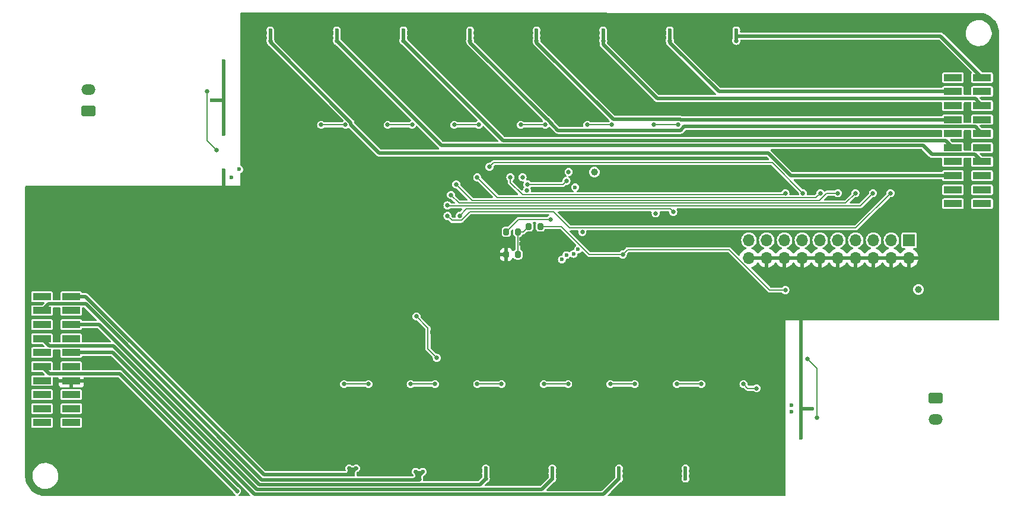
<source format=gbr>
%TF.GenerationSoftware,KiCad,Pcbnew,7.0.11-rc3*%
%TF.CreationDate,2025-03-16T23:24:32+08:00*%
%TF.ProjectId,BQ79616_BMS_14Ch,42513739-3631-4365-9f42-4d535f313443,V1.2*%
%TF.SameCoordinates,Original*%
%TF.FileFunction,Copper,L4,Bot*%
%TF.FilePolarity,Positive*%
%FSLAX46Y46*%
G04 Gerber Fmt 4.6, Leading zero omitted, Abs format (unit mm)*
G04 Created by KiCad (PCBNEW 7.0.11-rc3) date 2025-03-16 23:24:32*
%MOMM*%
%LPD*%
G01*
G04 APERTURE LIST*
G04 Aperture macros list*
%AMRoundRect*
0 Rectangle with rounded corners*
0 $1 Rounding radius*
0 $2 $3 $4 $5 $6 $7 $8 $9 X,Y pos of 4 corners*
0 Add a 4 corners polygon primitive as box body*
4,1,4,$2,$3,$4,$5,$6,$7,$8,$9,$2,$3,0*
0 Add four circle primitives for the rounded corners*
1,1,$1+$1,$2,$3*
1,1,$1+$1,$4,$5*
1,1,$1+$1,$6,$7*
1,1,$1+$1,$8,$9*
0 Add four rect primitives between the rounded corners*
20,1,$1+$1,$2,$3,$4,$5,0*
20,1,$1+$1,$4,$5,$6,$7,0*
20,1,$1+$1,$6,$7,$8,$9,0*
20,1,$1+$1,$8,$9,$2,$3,0*%
G04 Aperture macros list end*
%TA.AperFunction,ComponentPad*%
%ADD10C,1.000000*%
%TD*%
%TA.AperFunction,ComponentPad*%
%ADD11RoundRect,0.250001X0.759999X-0.499999X0.759999X0.499999X-0.759999X0.499999X-0.759999X-0.499999X0*%
%TD*%
%TA.AperFunction,ComponentPad*%
%ADD12O,2.020000X1.500000*%
%TD*%
%TA.AperFunction,ComponentPad*%
%ADD13R,1.700000X1.700000*%
%TD*%
%TA.AperFunction,ComponentPad*%
%ADD14O,1.700000X1.700000*%
%TD*%
%TA.AperFunction,ComponentPad*%
%ADD15RoundRect,0.250001X-0.759999X0.499999X-0.759999X-0.499999X0.759999X-0.499999X0.759999X0.499999X0*%
%TD*%
%TA.AperFunction,SMDPad,CuDef*%
%ADD16R,2.580000X1.000000*%
%TD*%
%TA.AperFunction,SMDPad,CuDef*%
%ADD17RoundRect,0.200000X0.200000X0.275000X-0.200000X0.275000X-0.200000X-0.275000X0.200000X-0.275000X0*%
%TD*%
%TA.AperFunction,SMDPad,CuDef*%
%ADD18RoundRect,0.200000X-0.200000X-0.275000X0.200000X-0.275000X0.200000X0.275000X-0.200000X0.275000X0*%
%TD*%
%TA.AperFunction,ViaPad*%
%ADD19C,0.650000*%
%TD*%
%TA.AperFunction,ViaPad*%
%ADD20C,0.600000*%
%TD*%
%TA.AperFunction,Conductor*%
%ADD21C,0.200000*%
%TD*%
%TA.AperFunction,Conductor*%
%ADD22C,0.500000*%
%TD*%
G04 APERTURE END LIST*
D10*
%TO.P,TP2,1,1*%
%TO.N,/CVDD_A*%
X161750000Y-83250000D03*
%TD*%
%TO.P,TP3,1,1*%
%TO.N,GND1*%
X214750000Y-94000000D03*
%TD*%
D11*
%TO.P,J5,1,Pin_1*%
%TO.N,Net-(J5-Pin_1)*%
X89570000Y-74500000D03*
D12*
%TO.P,J5,2,Pin_2*%
%TO.N,Net-(J5-Pin_2)*%
X89570000Y-71500000D03*
%TD*%
D10*
%TO.P,TP4,1,1*%
%TO.N,/TSREF_A*%
X208000000Y-100000000D03*
%TD*%
D13*
%TO.P,J1,1,Pin_1*%
%TO.N,unconnected-(J1-Pin_1-Pad1)*%
X206660000Y-92960000D03*
D14*
%TO.P,J1,2,Pin_2*%
%TO.N,GND1*%
X206660000Y-95500000D03*
%TO.P,J1,3,Pin_3*%
%TO.N,/TH_A1*%
X204120000Y-92960000D03*
%TO.P,J1,4,Pin_4*%
%TO.N,GND1*%
X204120000Y-95500000D03*
%TO.P,J1,5,Pin_5*%
%TO.N,/TH_A2*%
X201580000Y-92960000D03*
%TO.P,J1,6,Pin_6*%
%TO.N,GND1*%
X201580000Y-95500000D03*
%TO.P,J1,7,Pin_7*%
%TO.N,/TH_A3*%
X199040000Y-92960000D03*
%TO.P,J1,8,Pin_8*%
%TO.N,GND1*%
X199040000Y-95500000D03*
%TO.P,J1,9,Pin_9*%
%TO.N,/TH_A4*%
X196500000Y-92960000D03*
%TO.P,J1,10,Pin_10*%
%TO.N,GND1*%
X196500000Y-95500000D03*
%TO.P,J1,11,Pin_11*%
%TO.N,/TH_A5*%
X193960000Y-92960000D03*
%TO.P,J1,12,Pin_12*%
%TO.N,GND1*%
X193960000Y-95500000D03*
%TO.P,J1,13,Pin_13*%
%TO.N,/TH_A6*%
X191420000Y-92960000D03*
%TO.P,J1,14,Pin_14*%
%TO.N,GND1*%
X191420000Y-95500000D03*
%TO.P,J1,15,Pin_15*%
%TO.N,/TH_A7*%
X188880000Y-92960000D03*
%TO.P,J1,16,Pin_16*%
%TO.N,GND1*%
X188880000Y-95500000D03*
%TO.P,J1,17,Pin_17*%
%TO.N,unconnected-(J1-Pin_17-Pad17)*%
X186340000Y-92960000D03*
%TO.P,J1,18,Pin_18*%
%TO.N,GND1*%
X186340000Y-95500000D03*
%TO.P,J1,19,Pin_19*%
%TO.N,unconnected-(J1-Pin_19-Pad19)*%
X183800000Y-92960000D03*
%TO.P,J1,20,Pin_20*%
%TO.N,GND1*%
X183800000Y-95500000D03*
%TD*%
D15*
%TO.P,J4,1,Pin_1*%
%TO.N,Net-(J4-Pin_1)*%
X210430000Y-115500000D03*
D12*
%TO.P,J4,2,Pin_2*%
%TO.N,Net-(J4-Pin_2)*%
X210430000Y-118500000D03*
%TD*%
D16*
%TO.P,J2,1,Pin_1*%
%TO.N,/CELL_A14*%
X217085000Y-69750000D03*
%TO.P,J2,2,Pin_2*%
%TO.N,unconnected-(J2-Pin_2-Pad2)*%
X212915000Y-69750000D03*
%TO.P,J2,3,Pin_3*%
%TO.N,unconnected-(J2-Pin_3-Pad3)*%
X217085000Y-71750000D03*
%TO.P,J2,4,Pin_4*%
%TO.N,/CELL_A13*%
X212915000Y-71750000D03*
%TO.P,J2,5,Pin_5*%
%TO.N,/CELL_A12*%
X217085000Y-73750000D03*
%TO.P,J2,6,Pin_6*%
%TO.N,unconnected-(J2-Pin_6-Pad6)*%
X212915000Y-73750000D03*
%TO.P,J2,7,Pin_7*%
%TO.N,unconnected-(J2-Pin_7-Pad7)*%
X217085000Y-75750000D03*
%TO.P,J2,8,Pin_8*%
%TO.N,/CELL_A11*%
X212915000Y-75750000D03*
%TO.P,J2,9,Pin_9*%
%TO.N,/CELL_A10*%
X217085000Y-77750000D03*
%TO.P,J2,10,Pin_10*%
%TO.N,unconnected-(J2-Pin_10-Pad10)*%
X212915000Y-77750000D03*
%TO.P,J2,11,Pin_11*%
%TO.N,unconnected-(J2-Pin_11-Pad11)*%
X217085000Y-79750000D03*
%TO.P,J2,12,Pin_12*%
%TO.N,/CELL_A9*%
X212915000Y-79750000D03*
%TO.P,J2,13,Pin_13*%
%TO.N,/CELL_A8*%
X217085000Y-81750000D03*
%TO.P,J2,14,Pin_14*%
%TO.N,unconnected-(J2-Pin_14-Pad14)*%
X212915000Y-81750000D03*
%TO.P,J2,15,Pin_15*%
%TO.N,unconnected-(J2-Pin_15-Pad15)*%
X217085000Y-83750000D03*
%TO.P,J2,16,Pin_16*%
%TO.N,/CELL_A7*%
X212915000Y-83750000D03*
%TO.P,J2,17,Pin_17*%
%TO.N,unconnected-(J2-Pin_17-Pad17)*%
X217085000Y-85750000D03*
%TO.P,J2,18,Pin_18*%
%TO.N,unconnected-(J2-Pin_18-Pad18)*%
X212915000Y-85750000D03*
%TO.P,J2,19,Pin_19*%
%TO.N,unconnected-(J2-Pin_19-Pad19)*%
X217085000Y-87750000D03*
%TO.P,J2,20,Pin_20*%
%TO.N,unconnected-(J2-Pin_20-Pad20)*%
X212915000Y-87750000D03*
%TD*%
D17*
%TO.P,TH8,1*%
%TO.N,/TH_A8*%
X150825000Y-95000000D03*
%TO.P,TH8,2*%
%TO.N,GND1*%
X149175000Y-95000000D03*
%TD*%
D18*
%TO.P,R55,1*%
%TO.N,/GPIO_A8*%
X149175000Y-91750000D03*
%TO.P,R55,2*%
%TO.N,/TH_A8*%
X150825000Y-91750000D03*
%TD*%
D17*
%TO.P,R63,1*%
%TO.N,/TSREF_A*%
X154025000Y-91000000D03*
%TO.P,R63,2*%
%TO.N,/TH_A8*%
X152375000Y-91000000D03*
%TD*%
D16*
%TO.P,J3,1,Pin_1*%
%TO.N,/CELL_A6*%
X87085000Y-101000000D03*
%TO.P,J3,2,Pin_2*%
%TO.N,unconnected-(J3-Pin_2-Pad2)*%
X82915000Y-101000000D03*
%TO.P,J3,3,Pin_3*%
%TO.N,unconnected-(J3-Pin_3-Pad3)*%
X87085000Y-103000000D03*
%TO.P,J3,4,Pin_4*%
%TO.N,/CELL_A5*%
X82915000Y-103000000D03*
%TO.P,J3,5,Pin_5*%
%TO.N,/CELL_A4*%
X87085000Y-105000000D03*
%TO.P,J3,6,Pin_6*%
%TO.N,unconnected-(J3-Pin_6-Pad6)*%
X82915000Y-105000000D03*
%TO.P,J3,7,Pin_7*%
%TO.N,unconnected-(J3-Pin_7-Pad7)*%
X87085000Y-107000000D03*
%TO.P,J3,8,Pin_8*%
%TO.N,/CELL_A3*%
X82915000Y-107000000D03*
%TO.P,J3,9,Pin_9*%
%TO.N,/CELL_A2*%
X87085000Y-109000000D03*
%TO.P,J3,10,Pin_10*%
%TO.N,unconnected-(J3-Pin_10-Pad10)*%
X82915000Y-109000000D03*
%TO.P,J3,11,Pin_11*%
%TO.N,unconnected-(J3-Pin_11-Pad11)*%
X87085000Y-111000000D03*
%TO.P,J3,12,Pin_12*%
%TO.N,/CELL_A1*%
X82915000Y-111000000D03*
%TO.P,J3,13,Pin_13*%
%TO.N,GND1*%
X87085000Y-113000000D03*
%TO.P,J3,14,Pin_14*%
%TO.N,unconnected-(J3-Pin_14-Pad14)*%
X82915000Y-113000000D03*
%TO.P,J3,15,Pin_15*%
%TO.N,unconnected-(J3-Pin_15-Pad15)*%
X87085000Y-115000000D03*
%TO.P,J3,16,Pin_16*%
%TO.N,/RX_A*%
X82915000Y-115000000D03*
%TO.P,J3,17,Pin_17*%
%TO.N,/TX_A*%
X87085000Y-117000000D03*
%TO.P,J3,18,Pin_18*%
%TO.N,unconnected-(J3-Pin_18-Pad18)*%
X82915000Y-117000000D03*
%TO.P,J3,19,Pin_19*%
%TO.N,unconnected-(J3-Pin_19-Pad19)*%
X87085000Y-119000000D03*
%TO.P,J3,20,Pin_20*%
%TO.N,/CVDD_A*%
X82915000Y-119000000D03*
%TD*%
D19*
%TO.N,/VC_A0*%
X184900000Y-114100000D03*
X183025000Y-113500000D03*
D20*
%TO.N,GND1*%
X187975000Y-65800000D03*
X147800000Y-94200000D03*
X175975000Y-63800000D03*
X165900000Y-98200000D03*
X93975000Y-119800000D03*
X217975000Y-65800000D03*
X167975000Y-109800000D03*
X119975000Y-119800000D03*
X108800000Y-87400000D03*
X111975000Y-113800000D03*
X185400000Y-103600000D03*
X163500000Y-96200000D03*
X115975000Y-79800000D03*
X148500000Y-97000000D03*
X205975000Y-81800000D03*
X215975000Y-95800000D03*
X205975000Y-101800000D03*
X207975000Y-87800000D03*
X149975000Y-125800000D03*
X91975000Y-101800000D03*
X107975000Y-109800000D03*
X105975000Y-115800000D03*
X109975000Y-99800000D03*
X149975000Y-111800000D03*
X123975000Y-103800000D03*
X179975000Y-61800000D03*
X165100000Y-98200000D03*
X95975000Y-99800000D03*
X107975000Y-107800000D03*
X169975000Y-83800000D03*
X191200000Y-102400000D03*
X175975000Y-119800000D03*
X171975000Y-125800000D03*
X168400000Y-93400000D03*
X215975000Y-89800000D03*
X87975000Y-99800000D03*
X153400000Y-92800000D03*
X137975000Y-119800000D03*
X99975000Y-91800000D03*
X165975000Y-119800000D03*
X162700000Y-97000000D03*
X197975000Y-69800000D03*
X167975000Y-99800000D03*
X97975000Y-121800000D03*
X152000000Y-98400000D03*
X193975000Y-81800000D03*
X127975000Y-97800000D03*
X205975000Y-89800000D03*
X155975000Y-85800000D03*
X116200000Y-89100000D03*
X113400000Y-86300000D03*
X191975000Y-61800000D03*
X192825000Y-117000000D03*
X87975000Y-91800000D03*
X167600000Y-92600000D03*
X165975000Y-107800000D03*
X93975000Y-93800000D03*
X121975000Y-111800000D03*
X161975000Y-125800000D03*
X123975000Y-105800000D03*
X131975000Y-125800000D03*
X174400000Y-96800000D03*
X159975000Y-63800000D03*
X137975000Y-61800000D03*
X117975000Y-109800000D03*
X209975000Y-95800000D03*
X197975000Y-77800000D03*
X165975000Y-61800000D03*
X99975000Y-105800000D03*
X143975000Y-77800000D03*
X165975000Y-83800000D03*
X99975000Y-87800000D03*
X147100000Y-97700000D03*
X211975000Y-103800000D03*
X89975000Y-93800000D03*
X149900000Y-97700000D03*
X166800000Y-91800000D03*
X207975000Y-73800000D03*
X125975000Y-81800000D03*
X184200000Y-126800000D03*
X151975000Y-121800000D03*
X177975000Y-101800000D03*
X211975000Y-101800000D03*
X199975000Y-101800000D03*
X115975000Y-105800000D03*
X155975000Y-69800000D03*
X105975000Y-105800000D03*
X185975000Y-125800000D03*
X177975000Y-89800000D03*
X83975000Y-99800000D03*
X127975000Y-61800000D03*
X145975000Y-69800000D03*
X120200000Y-93100000D03*
X169975000Y-61800000D03*
X159975000Y-61800000D03*
X113975000Y-117800000D03*
X141000000Y-82200000D03*
X119975000Y-99800000D03*
X83975000Y-89800000D03*
X155400000Y-106100000D03*
X197975000Y-73800000D03*
X133975000Y-69800000D03*
X139975000Y-61800000D03*
X113975000Y-119800000D03*
X183975000Y-77800000D03*
X143975000Y-119800000D03*
X149975000Y-109800000D03*
X199975000Y-65800000D03*
X138400000Y-88000000D03*
X207975000Y-97800000D03*
X150600000Y-97700000D03*
X87975000Y-125800000D03*
X171975000Y-61800000D03*
X129975000Y-125800000D03*
X195975000Y-73800000D03*
X166000000Y-91800000D03*
X153400000Y-97700000D03*
X85975000Y-125800000D03*
X143975000Y-125800000D03*
X164300000Y-99000000D03*
X137600000Y-89600000D03*
X129400000Y-102300000D03*
X111975000Y-65800000D03*
X140200000Y-83000000D03*
X81975000Y-123800000D03*
X160200000Y-98200000D03*
X150600000Y-96300000D03*
X89975000Y-87800000D03*
X119975000Y-81800000D03*
X209975000Y-85800000D03*
X99975000Y-109800000D03*
X119975000Y-101800000D03*
X163975000Y-101800000D03*
X175600000Y-96800000D03*
X201975000Y-103800000D03*
X119975000Y-79800000D03*
X175975000Y-89800000D03*
X181975000Y-83800000D03*
X181975000Y-119800000D03*
X89975000Y-91800000D03*
X115975000Y-97800000D03*
X95975000Y-93800000D03*
X185975000Y-85800000D03*
X173200000Y-96800000D03*
X85975000Y-121800000D03*
X166700000Y-99000000D03*
X103975000Y-99800000D03*
X164300000Y-98200000D03*
X103975000Y-111800000D03*
X115975000Y-81800000D03*
X109975000Y-93800000D03*
X149200000Y-97700000D03*
X89975000Y-117800000D03*
X113975000Y-113800000D03*
X165200000Y-92600000D03*
X168400000Y-92600000D03*
X177975000Y-121800000D03*
X162800000Y-92600000D03*
X148500000Y-92800000D03*
X205975000Y-103800000D03*
X119975000Y-63800000D03*
X148200000Y-82600000D03*
X213975000Y-95800000D03*
X147800000Y-96300000D03*
X201975000Y-65800000D03*
X113975000Y-61800000D03*
X191200000Y-104000000D03*
X85975000Y-123800000D03*
X145975000Y-63800000D03*
X125975000Y-109800000D03*
X151300000Y-96300000D03*
X197975000Y-65800000D03*
X203975000Y-67800000D03*
X205975000Y-67800000D03*
X189975000Y-77800000D03*
X119975000Y-109800000D03*
X171975000Y-127800000D03*
X133975000Y-121800000D03*
X101975000Y-101800000D03*
X123975000Y-101800000D03*
X152000000Y-95600000D03*
X151975000Y-61800000D03*
X155975000Y-71800000D03*
X183975000Y-99800000D03*
X153975000Y-109800000D03*
X153975000Y-125800000D03*
X181975000Y-69800000D03*
X91975000Y-91800000D03*
X81975000Y-89800000D03*
X211975000Y-89800000D03*
X97975000Y-127800000D03*
X177975000Y-111800000D03*
X113975000Y-121800000D03*
X152700000Y-97000000D03*
X89975000Y-127800000D03*
X143975000Y-75800000D03*
X183975000Y-85800000D03*
X103975000Y-89800000D03*
X157975000Y-127800000D03*
X129975000Y-91800000D03*
X203975000Y-65800000D03*
X205975000Y-85800000D03*
X152000000Y-92800000D03*
X159975000Y-111800000D03*
X148400000Y-83200000D03*
X189975000Y-73800000D03*
X133800000Y-106100000D03*
X87975000Y-121800000D03*
X149200000Y-92800000D03*
X151300000Y-93500000D03*
X166700000Y-99800000D03*
X155975000Y-63800000D03*
X195975000Y-69800000D03*
X169975000Y-67800000D03*
X121975000Y-105800000D03*
X205975000Y-69800000D03*
X169975000Y-121800000D03*
X215975000Y-91800000D03*
X121975000Y-81800000D03*
X113975000Y-67800000D03*
X85975000Y-91800000D03*
X117975000Y-71800000D03*
X123975000Y-67800000D03*
X89975000Y-121800000D03*
X183975000Y-61800000D03*
X123975000Y-107800000D03*
X147975000Y-61800000D03*
X191975000Y-77800000D03*
X162700000Y-96200000D03*
X147800000Y-97700000D03*
X150600000Y-97000000D03*
X197975000Y-89800000D03*
X159975000Y-121800000D03*
X170800000Y-96800000D03*
X185975000Y-69800000D03*
X105975000Y-127800000D03*
X189975000Y-101800000D03*
X147800000Y-92800000D03*
X148500000Y-98400000D03*
X185975000Y-73800000D03*
X117975000Y-107800000D03*
X101975000Y-109800000D03*
X173975000Y-85800000D03*
X147100000Y-97000000D03*
X95975000Y-85800000D03*
X95975000Y-97800000D03*
X109975000Y-113800000D03*
X97975000Y-93800000D03*
X171975000Y-69800000D03*
X166800000Y-92600000D03*
X165200000Y-91800000D03*
X140200000Y-82200000D03*
X117975000Y-61800000D03*
X165100000Y-99000000D03*
X95975000Y-95800000D03*
X161900000Y-97000000D03*
X165975000Y-101800000D03*
X121975000Y-99800000D03*
X163600000Y-91800000D03*
X105975000Y-91800000D03*
X139800000Y-106100000D03*
X117800000Y-90700000D03*
X122600000Y-95500000D03*
X87975000Y-123800000D03*
X179975000Y-89800000D03*
X149975000Y-107800000D03*
X141975000Y-69800000D03*
X147975000Y-121800000D03*
X147100000Y-91400000D03*
X187000000Y-111200000D03*
X111975000Y-115800000D03*
X203975000Y-101800000D03*
X167975000Y-107800000D03*
X117975000Y-87800000D03*
X108800000Y-85800000D03*
X201975000Y-101800000D03*
X146400000Y-92100000D03*
X165200000Y-93400000D03*
X179975000Y-127800000D03*
X167975000Y-63800000D03*
X107975000Y-115800000D03*
X193975000Y-73800000D03*
X205975000Y-61800000D03*
X177975000Y-85800000D03*
X161900000Y-96200000D03*
X115975000Y-117800000D03*
X97975000Y-89800000D03*
X209975000Y-65800000D03*
X127975000Y-111800000D03*
X121975000Y-107800000D03*
X152700000Y-92800000D03*
X117975000Y-69800000D03*
X191975000Y-73800000D03*
X93975000Y-127800000D03*
X119975000Y-97800000D03*
X132600000Y-105500000D03*
X161975000Y-67800000D03*
X109975000Y-87800000D03*
X201975000Y-73800000D03*
X135975000Y-61800000D03*
X115975000Y-99800000D03*
X159900000Y-105300000D03*
X89975000Y-97800000D03*
X181975000Y-85800000D03*
X163975000Y-109800000D03*
X143975000Y-121800000D03*
X209975000Y-99800000D03*
X161975000Y-61800000D03*
X125975000Y-79800000D03*
X187975000Y-69800000D03*
X97975000Y-107800000D03*
X151300000Y-97700000D03*
X162800000Y-91800000D03*
X125975000Y-95800000D03*
X101975000Y-121800000D03*
X99975000Y-125800000D03*
X113975000Y-123800000D03*
X123975000Y-109800000D03*
X163975000Y-107800000D03*
X156600000Y-106100000D03*
X127975000Y-121800000D03*
X139975000Y-99800000D03*
X85975000Y-87800000D03*
X209975000Y-77800000D03*
X169975000Y-111800000D03*
X163975000Y-111800000D03*
X99975000Y-123800000D03*
X109975000Y-85800000D03*
X137975000Y-63800000D03*
X93975000Y-125800000D03*
X147100000Y-96300000D03*
X147100000Y-94200000D03*
X175975000Y-61800000D03*
X137800000Y-83400000D03*
X127800000Y-100700000D03*
X169600000Y-96800000D03*
X97975000Y-105800000D03*
X159400000Y-97400000D03*
X83975000Y-123800000D03*
X155975000Y-119800000D03*
X101975000Y-95800000D03*
X101975000Y-125800000D03*
X146400000Y-93500000D03*
X193975000Y-67800000D03*
X91975000Y-89800000D03*
X213975000Y-63800000D03*
X185975000Y-127800000D03*
X187975000Y-73800000D03*
X103975000Y-125800000D03*
X83975000Y-85800000D03*
X183975000Y-69800000D03*
X107975000Y-117800000D03*
X169975000Y-107800000D03*
X189975000Y-81800000D03*
X107975000Y-99800000D03*
X128600000Y-101500000D03*
X103975000Y-107800000D03*
X153400000Y-98400000D03*
X173975000Y-111800000D03*
X101975000Y-123800000D03*
X179975000Y-85800000D03*
X137600000Y-86400000D03*
X203975000Y-69800000D03*
X143975000Y-117800000D03*
X147800000Y-95600000D03*
X184600000Y-102800000D03*
X186200000Y-104400000D03*
X97975000Y-95800000D03*
X163975000Y-83800000D03*
X152700000Y-94900000D03*
X101975000Y-127800000D03*
X105975000Y-125800000D03*
X209975000Y-97800000D03*
X87975000Y-89800000D03*
X103975000Y-109800000D03*
X93975000Y-113800000D03*
X157975000Y-121800000D03*
X131975000Y-91800000D03*
X153400000Y-93500000D03*
X133975000Y-111800000D03*
X181975000Y-89800000D03*
X107175000Y-73000000D03*
X207975000Y-85800000D03*
X189975000Y-61800000D03*
X141975000Y-99800000D03*
X148200000Y-106100000D03*
X165100000Y-96100000D03*
X211975000Y-97800000D03*
X87975000Y-87800000D03*
X117975000Y-119800000D03*
X199975000Y-81800000D03*
X115975000Y-107800000D03*
X125000000Y-97900000D03*
X131975000Y-63800000D03*
X107975000Y-89800000D03*
X173975000Y-109800000D03*
X167975000Y-125800000D03*
X201975000Y-69800000D03*
X217975000Y-95800000D03*
X197975000Y-61800000D03*
X211975000Y-67800000D03*
X163600000Y-92600000D03*
X147800000Y-94900000D03*
X121975000Y-91800000D03*
X121800000Y-94700000D03*
X81975000Y-99800000D03*
X151975000Y-109800000D03*
X129975000Y-67800000D03*
X93975000Y-117800000D03*
X113975000Y-65800000D03*
X125975000Y-103800000D03*
X179975000Y-67800000D03*
X103975000Y-123800000D03*
X130200000Y-103100000D03*
X189975000Y-67800000D03*
X89975000Y-119800000D03*
X209975000Y-101800000D03*
X187000000Y-107600000D03*
X111975000Y-61800000D03*
X154100000Y-82600000D03*
X149900000Y-93500000D03*
X133975000Y-125800000D03*
X169975000Y-85800000D03*
X127975000Y-105800000D03*
X93975000Y-103800000D03*
X119975000Y-121800000D03*
X93975000Y-85800000D03*
X89975000Y-95800000D03*
X195975000Y-65800000D03*
X108800000Y-83000000D03*
X207975000Y-101800000D03*
X179975000Y-83800000D03*
X167975000Y-121800000D03*
X105975000Y-89800000D03*
X185975000Y-101800000D03*
X181975000Y-125800000D03*
X83975000Y-121800000D03*
X217975000Y-93800000D03*
X124200000Y-97100000D03*
X107975000Y-111800000D03*
X125975000Y-77800000D03*
X205975000Y-97800000D03*
X147100000Y-92100000D03*
X139400000Y-83000000D03*
X131975000Y-121800000D03*
X179975000Y-121800000D03*
X85975000Y-85800000D03*
X81975000Y-93800000D03*
X83975000Y-95800000D03*
X109975000Y-103800000D03*
X131975000Y-123800000D03*
X159975000Y-125800000D03*
X87975000Y-95800000D03*
X129975000Y-87800000D03*
X205975000Y-65800000D03*
X107975000Y-103800000D03*
X197975000Y-81800000D03*
X151975000Y-111800000D03*
X97975000Y-87800000D03*
X123975000Y-69800000D03*
X138400000Y-86400000D03*
X181975000Y-121800000D03*
X213975000Y-97800000D03*
X113975000Y-91800000D03*
X166000000Y-96800000D03*
X179975000Y-109800000D03*
X129975000Y-107800000D03*
X95975000Y-123800000D03*
X157975000Y-107800000D03*
X97975000Y-97800000D03*
X178000000Y-96800000D03*
X115975000Y-123800000D03*
X213975000Y-99800000D03*
X145975000Y-111800000D03*
X167975000Y-101800000D03*
X161975000Y-69800000D03*
X107975000Y-113800000D03*
X121975000Y-61800000D03*
X91975000Y-93800000D03*
X175975000Y-105800000D03*
X217975000Y-99800000D03*
X151975000Y-67800000D03*
X153400000Y-94200000D03*
X105975000Y-97800000D03*
X193975000Y-101800000D03*
X143400000Y-82200000D03*
X115975000Y-61800000D03*
X101975000Y-89800000D03*
X197975000Y-103800000D03*
X91975000Y-119800000D03*
X185975000Y-97800000D03*
X187975000Y-61800000D03*
X105975000Y-107800000D03*
X217975000Y-89800000D03*
X199975000Y-61800000D03*
X167975000Y-61800000D03*
X168400000Y-96800000D03*
X147100000Y-94900000D03*
X163500000Y-97000000D03*
X117975000Y-111800000D03*
X171975000Y-101800000D03*
X179975000Y-105800000D03*
X181400000Y-99600000D03*
X152700000Y-96300000D03*
X127975000Y-119800000D03*
X129975000Y-99800000D03*
X131800000Y-104700000D03*
X139975000Y-125800000D03*
X95975000Y-87800000D03*
X113975000Y-69800000D03*
X152400000Y-82600000D03*
X97975000Y-85800000D03*
X103975000Y-101800000D03*
X152000000Y-97000000D03*
X165975000Y-111800000D03*
X99975000Y-107800000D03*
X183975000Y-89800000D03*
X117975000Y-105800000D03*
X183800000Y-102000000D03*
X129975000Y-61800000D03*
X111975000Y-121800000D03*
X209975000Y-69800000D03*
X152700000Y-94200000D03*
X105975000Y-87800000D03*
X149200000Y-93500000D03*
X191200000Y-112000000D03*
X181975000Y-77800000D03*
X171975000Y-121800000D03*
X119975000Y-89800000D03*
X119975000Y-113800000D03*
X109975000Y-95800000D03*
X146400000Y-96300000D03*
X113975000Y-95800000D03*
X150600000Y-98400000D03*
X145975000Y-61800000D03*
X199975000Y-73800000D03*
X101975000Y-93800000D03*
X117000000Y-89900000D03*
X99975000Y-119800000D03*
X105975000Y-85800000D03*
X152700000Y-97700000D03*
X115975000Y-77800000D03*
X99975000Y-121800000D03*
X201975000Y-61800000D03*
X203975000Y-81800000D03*
X147800000Y-91400000D03*
X187975000Y-67800000D03*
X149900000Y-92800000D03*
X91975000Y-121800000D03*
X143975000Y-99800000D03*
X203975000Y-77800000D03*
X125975000Y-61800000D03*
X129975000Y-63800000D03*
X146400000Y-95600000D03*
X185975000Y-65800000D03*
X153975000Y-61800000D03*
X191975000Y-81800000D03*
X187000000Y-108800000D03*
X153400000Y-94900000D03*
X162800000Y-93400000D03*
X93975000Y-89800000D03*
X147975000Y-125800000D03*
X95975000Y-101800000D03*
X85975000Y-95800000D03*
X147100000Y-98400000D03*
X113975000Y-97800000D03*
X180600000Y-98800000D03*
X189975000Y-69800000D03*
X91975000Y-125800000D03*
X197975000Y-67800000D03*
X188500000Y-116400000D03*
X146400000Y-98400000D03*
X157975000Y-109800000D03*
X95975000Y-89800000D03*
X169975000Y-109800000D03*
X133975000Y-75800000D03*
X151975000Y-69800000D03*
X147100000Y-93500000D03*
X187000000Y-106400000D03*
X175975000Y-99800000D03*
X91975000Y-95800000D03*
X115975000Y-119800000D03*
X125975000Y-87800000D03*
X151975000Y-107800000D03*
X182200000Y-100400000D03*
X97975000Y-91800000D03*
X173975000Y-107800000D03*
X81975000Y-121800000D03*
X146400000Y-92800000D03*
X149900000Y-96300000D03*
X83975000Y-87800000D03*
X129975000Y-89800000D03*
X139975000Y-101800000D03*
X211975000Y-99800000D03*
X131975000Y-87800000D03*
X111975000Y-67800000D03*
X165100000Y-99800000D03*
X177975000Y-109800000D03*
X207975000Y-81800000D03*
X129975000Y-65800000D03*
X215975000Y-103800000D03*
X89975000Y-85800000D03*
X191975000Y-69800000D03*
X95975000Y-125800000D03*
X81975000Y-97800000D03*
X209975000Y-93800000D03*
X145975000Y-71800000D03*
X141975000Y-125800000D03*
X211975000Y-95800000D03*
X203975000Y-73800000D03*
X107975000Y-105800000D03*
X213975000Y-89800000D03*
X141975000Y-121800000D03*
X164300000Y-99800000D03*
X191200000Y-121175000D03*
X187700000Y-115600000D03*
X187975000Y-103800000D03*
X125975000Y-107800000D03*
X159975000Y-67800000D03*
X177975000Y-127800000D03*
X157975000Y-111800000D03*
X105975000Y-111800000D03*
X133975000Y-103800000D03*
X103975000Y-105800000D03*
X121975000Y-67800000D03*
X119400000Y-92300000D03*
X153975000Y-111800000D03*
X215975000Y-65800000D03*
X187975000Y-89800000D03*
X97975000Y-125800000D03*
X215975000Y-99800000D03*
X168400000Y-91800000D03*
X209975000Y-73800000D03*
X89975000Y-123800000D03*
X185975000Y-67800000D03*
X207975000Y-69800000D03*
X167600000Y-91800000D03*
X115975000Y-109800000D03*
X207975000Y-65800000D03*
X117975000Y-63800000D03*
X193975000Y-65800000D03*
X161100000Y-97000000D03*
X93975000Y-101800000D03*
X195975000Y-77800000D03*
X103975000Y-87800000D03*
X175975000Y-121800000D03*
X81975000Y-95800000D03*
X157975000Y-65800000D03*
X176800000Y-96800000D03*
X154200000Y-106100000D03*
X91975000Y-85800000D03*
X191975000Y-65800000D03*
X95975000Y-121800000D03*
X175975000Y-83800000D03*
X149200000Y-98400000D03*
X115975000Y-95800000D03*
X131975000Y-111800000D03*
X193975000Y-69800000D03*
X207975000Y-77800000D03*
X169975000Y-101800000D03*
X129975000Y-121800000D03*
X179800000Y-98000000D03*
X129975000Y-81800000D03*
X107975000Y-95800000D03*
X101975000Y-85800000D03*
X147100000Y-95600000D03*
X137975000Y-121800000D03*
X167975000Y-127800000D03*
X123975000Y-61800000D03*
X87975000Y-97800000D03*
X83975000Y-93800000D03*
X185975000Y-83800000D03*
X152000000Y-94200000D03*
X151800000Y-106100000D03*
X142600000Y-82200000D03*
X211975000Y-91800000D03*
X111975000Y-117800000D03*
X187975000Y-127800000D03*
X123975000Y-111800000D03*
X179975000Y-101800000D03*
X173975000Y-101800000D03*
X137400000Y-106100000D03*
X131975000Y-89800000D03*
X117975000Y-97800000D03*
X109975000Y-97800000D03*
X157975000Y-125800000D03*
X217975000Y-101800000D03*
X181975000Y-93800000D03*
X175975000Y-101800000D03*
X142200000Y-106100000D03*
X179975000Y-63800000D03*
X105975000Y-103800000D03*
X167975000Y-65800000D03*
X179975000Y-107800000D03*
X109975000Y-111800000D03*
X93975000Y-99800000D03*
X146400000Y-97700000D03*
X103975000Y-85800000D03*
X113975000Y-101800000D03*
X101975000Y-103800000D03*
X117975000Y-99800000D03*
X95975000Y-91800000D03*
X93975000Y-97800000D03*
X99975000Y-97800000D03*
X177975000Y-105800000D03*
X121975000Y-79800000D03*
X91975000Y-87800000D03*
X87975000Y-85800000D03*
X111975000Y-111800000D03*
X91975000Y-115800000D03*
X108800000Y-86600000D03*
X195975000Y-67800000D03*
X165975000Y-109800000D03*
X147800000Y-93500000D03*
X131975000Y-101800000D03*
X149975000Y-67800000D03*
X199975000Y-77800000D03*
X183000000Y-101200000D03*
X177975000Y-63800000D03*
X167975000Y-67800000D03*
X137975000Y-99800000D03*
X207975000Y-67800000D03*
X99975000Y-103800000D03*
X99975000Y-95800000D03*
X149975000Y-121800000D03*
X159000000Y-106100000D03*
X115975000Y-101800000D03*
X187000000Y-112400000D03*
X177975000Y-107800000D03*
X183975000Y-73800000D03*
X148500000Y-93500000D03*
X171975000Y-99800000D03*
X113975000Y-103800000D03*
X93975000Y-115800000D03*
X119975000Y-65800000D03*
X121975000Y-101800000D03*
X91975000Y-113800000D03*
X166000000Y-92600000D03*
X85975000Y-99800000D03*
X181975000Y-127800000D03*
X117975000Y-95800000D03*
X150600000Y-106100000D03*
X161975000Y-121800000D03*
X131975000Y-61800000D03*
X85975000Y-97800000D03*
X149900000Y-97000000D03*
X138600000Y-85000000D03*
X195975000Y-103800000D03*
X183975000Y-65800000D03*
X165900000Y-99000000D03*
X113975000Y-93800000D03*
X121975000Y-103800000D03*
X108800000Y-77800000D03*
X157975000Y-61800000D03*
X111975000Y-71800000D03*
X153400000Y-97000000D03*
X177975000Y-67800000D03*
X155975000Y-107800000D03*
X91975000Y-127800000D03*
X117975000Y-123800000D03*
X125975000Y-89800000D03*
X177975000Y-125800000D03*
X215975000Y-93800000D03*
X153400000Y-96300000D03*
X107975000Y-101800000D03*
X195975000Y-101800000D03*
X119975000Y-103800000D03*
X152700000Y-95600000D03*
X135000000Y-106100000D03*
X157975000Y-63800000D03*
X141000000Y-83000000D03*
X137800000Y-82600000D03*
X97975000Y-117800000D03*
X147800000Y-97000000D03*
X166000000Y-93400000D03*
X139975000Y-121800000D03*
X139400000Y-82200000D03*
X131975000Y-67800000D03*
X201975000Y-77800000D03*
X103975000Y-103800000D03*
X85975000Y-93800000D03*
X181975000Y-73800000D03*
X99975000Y-127800000D03*
X163975000Y-61800000D03*
X149200000Y-96300000D03*
X105975000Y-99800000D03*
X161975000Y-127800000D03*
X95975000Y-119800000D03*
X137800000Y-85000000D03*
X187000000Y-113600000D03*
X217975000Y-91800000D03*
X149200000Y-97000000D03*
X133975000Y-95800000D03*
X146400000Y-94200000D03*
X123400000Y-96300000D03*
X93975000Y-123800000D03*
X93975000Y-87800000D03*
X93975000Y-121800000D03*
X103975000Y-127800000D03*
X213975000Y-103800000D03*
X157975000Y-119800000D03*
X117975000Y-117800000D03*
X136200000Y-106100000D03*
X209975000Y-67800000D03*
X101975000Y-87800000D03*
X215975000Y-101800000D03*
X205975000Y-73800000D03*
X155975000Y-111800000D03*
X147800000Y-98400000D03*
X107975000Y-97800000D03*
X173975000Y-99800000D03*
X152000000Y-97700000D03*
X115975000Y-121800000D03*
X165975000Y-63800000D03*
X133975000Y-77800000D03*
X187000000Y-105200000D03*
X149975000Y-61800000D03*
X187975000Y-101800000D03*
X185975000Y-121800000D03*
X159975000Y-109800000D03*
X142600000Y-83000000D03*
X207975000Y-103800000D03*
X179975000Y-111800000D03*
X191975000Y-67800000D03*
X167975000Y-111800000D03*
X148500000Y-97700000D03*
X147975000Y-63800000D03*
X111975000Y-63800000D03*
X177975000Y-99800000D03*
X151300000Y-98400000D03*
X195975000Y-81800000D03*
X209975000Y-61800000D03*
X123975000Y-93800000D03*
X138600000Y-106100000D03*
X215975000Y-97800000D03*
X121975000Y-123800000D03*
X83975000Y-97800000D03*
X109975000Y-117800000D03*
X187000000Y-110000000D03*
X119975000Y-61800000D03*
X121000000Y-93900000D03*
X139975000Y-63800000D03*
X112600000Y-85500000D03*
X109975000Y-109800000D03*
X146400000Y-91400000D03*
X181975000Y-117800000D03*
X169975000Y-127800000D03*
X151300000Y-97000000D03*
X209975000Y-81800000D03*
X152000000Y-93500000D03*
X141975000Y-67800000D03*
X187000000Y-114800000D03*
X97975000Y-123800000D03*
X199975000Y-69800000D03*
X113975000Y-99800000D03*
X165975000Y-121800000D03*
X115975000Y-115800000D03*
X91975000Y-99800000D03*
X161100000Y-96200000D03*
X151300000Y-92800000D03*
X201975000Y-81800000D03*
X109975000Y-105800000D03*
X95975000Y-127800000D03*
X127975000Y-107800000D03*
X183975000Y-67800000D03*
X127000000Y-99900000D03*
X207975000Y-89800000D03*
X117975000Y-101800000D03*
X103975000Y-93800000D03*
X111800000Y-84700000D03*
X97975000Y-119800000D03*
X217975000Y-103800000D03*
X217975000Y-67800000D03*
X145975000Y-109800000D03*
X159975000Y-107800000D03*
X169975000Y-123800000D03*
X213975000Y-61800000D03*
X211975000Y-61800000D03*
X166700000Y-98200000D03*
X191200000Y-103200000D03*
X87975000Y-93800000D03*
X117975000Y-121800000D03*
X138600000Y-83000000D03*
X108800000Y-67400000D03*
X209975000Y-89800000D03*
X97975000Y-99800000D03*
X143400000Y-83000000D03*
X173975000Y-83800000D03*
X131975000Y-81800000D03*
X126200000Y-99100000D03*
X137600000Y-88000000D03*
X179000000Y-97200000D03*
X166800000Y-93400000D03*
X95975000Y-115800000D03*
X118600000Y-91500000D03*
X149400000Y-106100000D03*
X169975000Y-125800000D03*
X101975000Y-111800000D03*
X155975000Y-61800000D03*
X101975000Y-105800000D03*
X150600000Y-82600000D03*
X153975000Y-107800000D03*
X93975000Y-95800000D03*
X119975000Y-111800000D03*
X109975000Y-107800000D03*
X131975000Y-93800000D03*
X105975000Y-101800000D03*
X179975000Y-125800000D03*
X109975000Y-101800000D03*
X209975000Y-91800000D03*
X143975000Y-101800000D03*
X113975000Y-107800000D03*
X173975000Y-61800000D03*
X113975000Y-115800000D03*
X131000000Y-103900000D03*
X149975000Y-63800000D03*
X103975000Y-113800000D03*
X103975000Y-91800000D03*
X99975000Y-93800000D03*
X117975000Y-103800000D03*
X111975000Y-69800000D03*
X147100000Y-92800000D03*
X125975000Y-105800000D03*
X167200000Y-96800000D03*
X109975000Y-115800000D03*
X141975000Y-61800000D03*
X148500000Y-96300000D03*
X199975000Y-103800000D03*
X115975000Y-93800000D03*
X165900000Y-99800000D03*
X183975000Y-83800000D03*
X169975000Y-99800000D03*
X138400000Y-89600000D03*
X152000000Y-96300000D03*
X93975000Y-91800000D03*
X101975000Y-107800000D03*
X144100000Y-82600000D03*
X123975000Y-121800000D03*
X111975000Y-119800000D03*
X138600000Y-82200000D03*
X89975000Y-99800000D03*
X181975000Y-61800000D03*
X141975000Y-101800000D03*
X159975000Y-127800000D03*
X146400000Y-97000000D03*
X205975000Y-77800000D03*
X115975000Y-103800000D03*
X89975000Y-89800000D03*
X143975000Y-61800000D03*
X87975000Y-127800000D03*
X141975000Y-111800000D03*
X115400000Y-88300000D03*
X99975000Y-85800000D03*
X167975000Y-83800000D03*
X146400000Y-94900000D03*
X213975000Y-101800000D03*
X85975000Y-127800000D03*
X95975000Y-117800000D03*
X105975000Y-113800000D03*
X141800000Y-83000000D03*
X143975000Y-69800000D03*
X121975000Y-109800000D03*
X91975000Y-117800000D03*
X99975000Y-89800000D03*
X167600000Y-93400000D03*
X203975000Y-61800000D03*
X177975000Y-61800000D03*
X189975000Y-103800000D03*
X199975000Y-67800000D03*
X201975000Y-67800000D03*
X141800000Y-82200000D03*
X163600000Y-93400000D03*
X151975000Y-125800000D03*
X105975000Y-109800000D03*
X197975000Y-101800000D03*
X217975000Y-97800000D03*
X179975000Y-95800000D03*
X127975000Y-63800000D03*
X81975000Y-85800000D03*
X207975000Y-61800000D03*
X185975000Y-123800000D03*
X152000000Y-94900000D03*
X81975000Y-87800000D03*
X153400000Y-95600000D03*
X187975000Y-77800000D03*
X195975000Y-61800000D03*
X209975000Y-103800000D03*
X193975000Y-77800000D03*
X114600000Y-87500000D03*
X147800000Y-92100000D03*
X141975000Y-63800000D03*
X119975000Y-105800000D03*
X121975000Y-63800000D03*
X185975000Y-77800000D03*
X139975000Y-67800000D03*
X135975000Y-97800000D03*
X152700000Y-93500000D03*
X213975000Y-91800000D03*
X83975000Y-91800000D03*
X91975000Y-123800000D03*
X189975000Y-65800000D03*
X89975000Y-125800000D03*
X101975000Y-91800000D03*
X113975000Y-105800000D03*
X85975000Y-89800000D03*
X121975000Y-121800000D03*
X185975000Y-89800000D03*
X193975000Y-61800000D03*
X91975000Y-97800000D03*
X172000000Y-96800000D03*
X107975000Y-127800000D03*
X155975000Y-109800000D03*
X152700000Y-98400000D03*
X203975000Y-103800000D03*
X141000000Y-106100000D03*
X181975000Y-97800000D03*
X209975000Y-87800000D03*
X157800000Y-106100000D03*
X169975000Y-63800000D03*
X119975000Y-107800000D03*
X147975000Y-119800000D03*
X109975000Y-119800000D03*
X193975000Y-103800000D03*
X149900000Y-98400000D03*
X185975000Y-61800000D03*
X81975000Y-91800000D03*
X205975000Y-87800000D03*
X211975000Y-93800000D03*
D19*
%TO.N,/VC_A1*%
X173525000Y-113500000D03*
X177000000Y-113500000D03*
%TO.N,/VC_A2*%
X164025000Y-113500000D03*
X167500000Y-113500000D03*
%TO.N,/VC_A3*%
X158000000Y-113500000D03*
X154525000Y-113500000D03*
%TO.N,/VC_A4*%
X148500000Y-113500000D03*
X145025000Y-113500000D03*
%TO.N,/VC_A5*%
X135525000Y-113500000D03*
X139000000Y-113500000D03*
%TO.N,/VC_A6*%
X129500000Y-113500000D03*
X126025000Y-113500000D03*
%TO.N,/VC_A7*%
X136358058Y-103841942D03*
X139250000Y-109750000D03*
%TO.N,/VC_A8*%
X122750000Y-76500000D03*
X126225000Y-76500000D03*
%TO.N,/VC_A9*%
X132250000Y-76500000D03*
X135725000Y-76500000D03*
%TO.N,/VC_A10*%
X145225000Y-76500000D03*
X141750000Y-76500000D03*
%TO.N,/VC_A11*%
X154725000Y-76500000D03*
X151250000Y-76500000D03*
%TO.N,/VC_A12*%
X160750000Y-76500000D03*
X164225000Y-76500000D03*
%TO.N,/VC_A13*%
X170250000Y-76500000D03*
X173725000Y-76500000D03*
%TO.N,/BAT_A*%
X142500000Y-89500000D03*
X173000000Y-88925000D03*
D20*
%TO.N,/CVDD_A*%
X159000000Y-85400000D03*
D19*
X82915000Y-119000000D03*
X160025000Y-91825000D03*
X170500000Y-89125000D03*
%TO.N,/TSREF_A*%
X189000000Y-100075000D03*
X158074052Y-83225000D03*
X165800000Y-95000000D03*
%TO.N,/GPIO_A1*%
X140775000Y-89500000D03*
X204000000Y-86250000D03*
%TO.N,/GPIO_A2*%
X140775000Y-88000000D03*
X201500000Y-86250000D03*
%TO.N,/GPIO_A3*%
X141275000Y-86500000D03*
X199000000Y-86250000D03*
%TO.N,/GPIO_A4*%
X142025000Y-85000000D03*
X196500000Y-86250000D03*
%TO.N,/GPIO_A5*%
X145025000Y-84000000D03*
X194000000Y-86250000D03*
%TO.N,/GPIO_A6*%
X191500000Y-86250000D03*
X146775000Y-82500000D03*
%TO.N,/GPIO_A7*%
X189000000Y-86250000D03*
X149750000Y-83975000D03*
%TO.N,/GPIO_A8*%
X151500000Y-83975000D03*
X155500000Y-90000000D03*
%TO.N,/CELL_A14*%
X182000000Y-64500000D03*
D20*
X182000000Y-63750000D03*
X182000000Y-63000000D03*
%TO.N,/CELL_A13*%
X172500000Y-63750000D03*
X172500000Y-63000000D03*
D19*
X172500000Y-64500000D03*
D20*
%TO.N,/CELL_A12*%
X163000000Y-63750000D03*
X163000000Y-63000000D03*
D19*
X163000000Y-64500000D03*
D20*
%TO.N,/CELL_A11*%
X153500000Y-63000000D03*
X153500000Y-63750000D03*
D19*
X153500000Y-64500000D03*
D20*
%TO.N,/CELL_A10*%
X144000000Y-63000000D03*
D19*
X144000000Y-64500000D03*
D20*
X144000000Y-63750000D03*
D19*
%TO.N,/CELL_A9*%
X134500000Y-64500000D03*
D20*
X134500000Y-63000000D03*
X134500000Y-63750000D03*
%TO.N,/CELL_A8*%
X125000000Y-63750000D03*
D19*
X125000000Y-64500000D03*
D20*
X125000000Y-63000000D03*
D19*
%TO.N,/CELL_A7*%
X115500000Y-64500000D03*
D20*
X115500000Y-63750000D03*
X115500000Y-63000000D03*
D19*
%TO.N,/CELL_A6*%
X127250000Y-126370837D03*
D20*
X126750000Y-125500000D03*
X127750000Y-125500000D03*
%TO.N,/CELL_A5*%
X137250000Y-126000000D03*
X136250000Y-126000000D03*
D19*
X136750000Y-127070837D03*
%TO.N,/CELL_A4*%
X146250000Y-127000000D03*
D20*
X146250000Y-125500000D03*
X146250000Y-126250000D03*
%TO.N,/CELL_A3*%
X155750000Y-127000000D03*
X155750000Y-125500000D03*
X155750000Y-126250000D03*
%TO.N,/CELL_A2*%
X165250000Y-126250000D03*
X165250000Y-125500000D03*
X165250000Y-127000000D03*
%TO.N,/CELL_A1*%
X174750000Y-125500000D03*
X174750000Y-127000000D03*
X174750000Y-126250000D03*
D19*
X110750000Y-128750000D03*
%TO.N,/RX_A*%
X82915000Y-115000000D03*
X152200000Y-85000000D03*
X157750000Y-84500000D03*
%TO.N,/TX_A*%
X152125000Y-85850000D03*
X87085000Y-117000000D03*
D20*
%TO.N,/COMHP*%
X189900000Y-116550000D03*
X159418199Y-94281801D03*
D19*
%TO.N,/COMHN*%
X193500000Y-118250000D03*
X192150000Y-109937500D03*
D20*
X189900000Y-117450000D03*
X158781801Y-94918199D03*
%TO.N,/COMLP*%
X157101165Y-95718199D03*
X111065686Y-82834314D03*
D19*
%TO.N,/COMLN*%
X107850000Y-80062500D03*
X106500000Y-71750000D03*
D20*
X157737563Y-95081801D03*
X109934314Y-83965686D03*
%TD*%
D21*
%TO.N,/VC_A0*%
X183625000Y-114100000D02*
X183025000Y-113500000D01*
X184900000Y-114100000D02*
X183625000Y-114100000D01*
D22*
%TO.N,GND1*%
X191200000Y-117000000D02*
X192825000Y-117000000D01*
X108800000Y-73000000D02*
X108800000Y-77800000D01*
X108800000Y-73000000D02*
X107175000Y-73000000D01*
X108800000Y-67400000D02*
X108800000Y-73000000D01*
X191200000Y-102400000D02*
X191200000Y-112000000D01*
X108800000Y-85800000D02*
X108800000Y-86600000D01*
X191200000Y-112000000D02*
X191200000Y-117000000D01*
X108800000Y-86600000D02*
X108800000Y-87400000D01*
X191200000Y-117000000D02*
X191200000Y-121175000D01*
X108800000Y-83000000D02*
X108800000Y-85800000D01*
D21*
%TO.N,/VC_A1*%
X177000000Y-113500000D02*
X173525000Y-113500000D01*
%TO.N,/VC_A2*%
X167500000Y-113500000D02*
X164025000Y-113500000D01*
%TO.N,/VC_A3*%
X158000000Y-113500000D02*
X154525000Y-113500000D01*
%TO.N,/VC_A4*%
X148500000Y-113500000D02*
X145025000Y-113500000D01*
%TO.N,/VC_A5*%
X139000000Y-113500000D02*
X135525000Y-113500000D01*
%TO.N,/VC_A6*%
X129500000Y-113500000D02*
X126025000Y-113500000D01*
%TO.N,/VC_A7*%
X136358058Y-103841942D02*
X138000000Y-105483884D01*
X138000000Y-105483884D02*
X138000000Y-108500000D01*
X138000000Y-108500000D02*
X139250000Y-109750000D01*
%TO.N,/VC_A8*%
X122750000Y-76500000D02*
X126225000Y-76500000D01*
%TO.N,/VC_A9*%
X132250000Y-76500000D02*
X135725000Y-76500000D01*
%TO.N,/VC_A10*%
X141750000Y-76500000D02*
X145225000Y-76500000D01*
%TO.N,/VC_A11*%
X151250000Y-76500000D02*
X154725000Y-76500000D01*
%TO.N,/VC_A12*%
X160750000Y-76500000D02*
X164225000Y-76500000D01*
%TO.N,/VC_A13*%
X170250000Y-76500000D02*
X173725000Y-76500000D01*
%TO.N,/BAT_A*%
X172575000Y-88500000D02*
X173000000Y-88925000D01*
X143500000Y-88500000D02*
X172575000Y-88500000D01*
X142500000Y-89500000D02*
X143500000Y-88500000D01*
%TO.N,/TSREF_A*%
X157000000Y-91000000D02*
X154025000Y-91000000D01*
X166500000Y-94300000D02*
X180973654Y-94300000D01*
X180973654Y-94300000D02*
X186748654Y-100075000D01*
X165800000Y-95000000D02*
X166500000Y-94300000D01*
X186748654Y-100075000D02*
X189000000Y-100075000D01*
X165800000Y-95000000D02*
X161000000Y-95000000D01*
X161000000Y-95000000D02*
X157000000Y-91000000D01*
%TO.N,/GPIO_A1*%
X204000000Y-86250000D02*
X199050000Y-91200000D01*
X199050000Y-91200000D02*
X158200000Y-91200000D01*
X142758884Y-90125000D02*
X141400000Y-90125000D01*
X141400000Y-90125000D02*
X140775000Y-89500000D01*
X143983884Y-88900000D02*
X142758884Y-90125000D01*
X158200000Y-91200000D02*
X155900000Y-88900000D01*
X155900000Y-88900000D02*
X143983884Y-88900000D01*
%TO.N,/GPIO_A2*%
X140850000Y-88075000D02*
X140775000Y-88000000D01*
X199675000Y-88075000D02*
X140850000Y-88075000D01*
X201500000Y-86250000D02*
X199675000Y-88075000D01*
%TO.N,/GPIO_A3*%
X199000000Y-86250000D02*
X197575000Y-87675000D01*
X142450000Y-87675000D02*
X141275000Y-86500000D01*
X197575000Y-87675000D02*
X142450000Y-87675000D01*
%TO.N,/GPIO_A4*%
X194883884Y-86250000D02*
X193858884Y-87275000D01*
X193858884Y-87275000D02*
X144300000Y-87275000D01*
X144300000Y-87275000D02*
X142025000Y-85000000D01*
X196500000Y-86250000D02*
X194883884Y-86250000D01*
%TO.N,/GPIO_A5*%
X193375000Y-86875000D02*
X147900000Y-86875000D01*
X194000000Y-86250000D02*
X193375000Y-86875000D01*
X147900000Y-86875000D02*
X145025000Y-84000000D01*
%TO.N,/GPIO_A6*%
X187150000Y-81900000D02*
X147375000Y-81900000D01*
X191500000Y-86250000D02*
X187150000Y-81900000D01*
X147375000Y-81900000D02*
X146775000Y-82500000D01*
%TO.N,/GPIO_A7*%
X149750000Y-84750000D02*
X149750000Y-83975000D01*
X188775000Y-86475000D02*
X151475000Y-86475000D01*
X151475000Y-86475000D02*
X149750000Y-84750000D01*
X189000000Y-86250000D02*
X188775000Y-86475000D01*
%TO.N,/GPIO_A8*%
X155500000Y-90000000D02*
X150925000Y-90000000D01*
X150925000Y-90000000D02*
X149175000Y-91750000D01*
D22*
%TO.N,/CELL_A14*%
X182000000Y-63750000D02*
X182000000Y-63000000D01*
X182000000Y-64500000D02*
X182000000Y-63824997D01*
X211147500Y-63812500D02*
X217085000Y-69750000D01*
X182012497Y-63812500D02*
X211147500Y-63812500D01*
X182000000Y-63824997D02*
X182012497Y-63812500D01*
%TO.N,/CELL_A13*%
X172500000Y-64500000D02*
X172500000Y-64750000D01*
X172500000Y-63750000D02*
X172500000Y-63000000D01*
X172500000Y-64750000D02*
X179500000Y-71750000D01*
X172500000Y-64500000D02*
X172500000Y-63750000D01*
X179500000Y-71750000D02*
X212915000Y-71750000D01*
%TO.N,/CELL_A12*%
X216085000Y-72750000D02*
X217085000Y-73750000D01*
X170750000Y-72750000D02*
X216085000Y-72750000D01*
X163000000Y-64500000D02*
X163000000Y-65000000D01*
X163000000Y-65000000D02*
X170750000Y-72750000D01*
X163000000Y-63750000D02*
X163000000Y-63000000D01*
X163000000Y-64500000D02*
X163000000Y-63750000D01*
%TO.N,/CELL_A11*%
X153500000Y-63750000D02*
X153500000Y-63000000D01*
X164475000Y-75725000D02*
X174046016Y-75725000D01*
X153500000Y-64750000D02*
X164475000Y-75725000D01*
X153500000Y-64500000D02*
X153500000Y-63750000D01*
X153500000Y-64500000D02*
X153500000Y-64750000D01*
X174046016Y-75725000D02*
X174071016Y-75750000D01*
X174071016Y-75750000D02*
X212915000Y-75750000D01*
%TO.N,/CELL_A10*%
X154975000Y-75725000D02*
X155046016Y-75725000D01*
X155046016Y-75725000D02*
X155500000Y-76178984D01*
X216085000Y-76750000D02*
X217085000Y-77750000D01*
X155500000Y-76178984D02*
X155500000Y-76250000D01*
X155500000Y-76250000D02*
X156525000Y-77275000D01*
X174046016Y-77275000D02*
X174571016Y-76750000D01*
X144000000Y-64750000D02*
X154975000Y-75725000D01*
X156525000Y-77275000D02*
X174046016Y-77275000D01*
X144000000Y-63750000D02*
X144000000Y-63000000D01*
X144000000Y-64500000D02*
X144000000Y-64750000D01*
X144000000Y-64500000D02*
X144000000Y-63750000D01*
X174571016Y-76750000D02*
X216085000Y-76750000D01*
%TO.N,/CELL_A9*%
X134500000Y-63750000D02*
X134500000Y-63000000D01*
X134500000Y-64500000D02*
X148750000Y-78750000D01*
X134500000Y-64500000D02*
X134500000Y-63750000D01*
X211915000Y-78750000D02*
X212915000Y-79750000D01*
X148750000Y-78750000D02*
X211915000Y-78750000D01*
%TO.N,/CELL_A8*%
X125000000Y-64500000D02*
X125000000Y-63750000D01*
X125000000Y-64500000D02*
X139950000Y-79450000D01*
X139950000Y-79450000D02*
X208700000Y-79450000D01*
X208700000Y-79450000D02*
X209950000Y-80700000D01*
X125000000Y-63750000D02*
X125000000Y-63000000D01*
X216035000Y-80700000D02*
X217085000Y-81750000D01*
X209950000Y-80700000D02*
X216035000Y-80700000D01*
%TO.N,/CELL_A7*%
X115500000Y-64500000D02*
X115500000Y-64678984D01*
X115500000Y-63750000D02*
X115500000Y-63000000D01*
X115500000Y-64678984D02*
X127000000Y-76178984D01*
X115500000Y-64500000D02*
X115500000Y-63750000D01*
X127000000Y-76178984D02*
X127000000Y-76500000D01*
X127000000Y-76500000D02*
X131000000Y-80500000D01*
X131000000Y-80500000D02*
X186527818Y-80500000D01*
X186527818Y-80500000D02*
X189777818Y-83750000D01*
X189777818Y-83750000D02*
X212915000Y-83750000D01*
%TO.N,/CELL_A6*%
X89114950Y-101000000D02*
X87085000Y-101000000D01*
X127250000Y-126370837D02*
X127175000Y-126445837D01*
X127175000Y-126445837D02*
X114560787Y-126445837D01*
X127250000Y-126000000D02*
X127750000Y-125500000D01*
X127250000Y-126000000D02*
X126750000Y-125500000D01*
X127250000Y-126370837D02*
X127250000Y-126000000D01*
X114560787Y-126445837D02*
X89114950Y-101000000D01*
%TO.N,/CELL_A5*%
X114270837Y-127145837D02*
X89175000Y-102050000D01*
X89175000Y-102050000D02*
X83865000Y-102050000D01*
X136750000Y-126500000D02*
X137250000Y-126000000D01*
X136675000Y-127145837D02*
X114270837Y-127145837D01*
X83865000Y-102050000D02*
X82915000Y-103000000D01*
X136750000Y-127070837D02*
X136750000Y-126500000D01*
X136750000Y-127070837D02*
X136675000Y-127145837D01*
X136250000Y-126000000D02*
X136750000Y-126500000D01*
%TO.N,/CELL_A4*%
X146250000Y-127000000D02*
X145404163Y-127845837D01*
X91100000Y-105000000D02*
X87085000Y-105000000D01*
X146250000Y-126250000D02*
X146250000Y-125500000D01*
X146250000Y-127000000D02*
X146250000Y-126250000D01*
X145404163Y-127845837D02*
X113945837Y-127845837D01*
X113945837Y-127845837D02*
X91100000Y-105000000D01*
%TO.N,/CELL_A3*%
X83965000Y-108050000D02*
X93060050Y-108050000D01*
X154204163Y-128545837D02*
X155750000Y-127000000D01*
X93060050Y-108050000D02*
X113555887Y-128545837D01*
X155750000Y-126250000D02*
X155750000Y-125500000D01*
X155750000Y-127000000D02*
X155750000Y-126250000D01*
X82915000Y-107000000D02*
X83965000Y-108050000D01*
X113555887Y-128545837D02*
X154204163Y-128545837D01*
%TO.N,/CELL_A2*%
X113265937Y-129245837D02*
X163004163Y-129245837D01*
X163004163Y-129245837D02*
X165250000Y-127000000D01*
X165250000Y-126250000D02*
X165250000Y-125500000D01*
X165250000Y-127000000D02*
X165250000Y-126250000D01*
X87085000Y-109000000D02*
X93020100Y-109000000D01*
X93020100Y-109000000D02*
X113265937Y-129245837D01*
%TO.N,/CELL_A1*%
X174750000Y-127000000D02*
X174750000Y-126250000D01*
X94000000Y-112000000D02*
X110750000Y-128750000D01*
X82915000Y-111000000D02*
X83915000Y-112000000D01*
X174750000Y-126250000D02*
X174750000Y-125500000D01*
X83915000Y-112000000D02*
X94000000Y-112000000D01*
D21*
%TO.N,/RX_A*%
X157250000Y-85000000D02*
X157750000Y-84500000D01*
X152200000Y-85000000D02*
X157250000Y-85000000D01*
%TO.N,/TH_A8*%
X150825000Y-91750000D02*
X150825000Y-95000000D01*
X151625000Y-91750000D02*
X152375000Y-91000000D01*
X150825000Y-91750000D02*
X151625000Y-91750000D01*
%TO.N,/COMHN*%
X193500000Y-118250000D02*
X193500000Y-111287500D01*
X193500000Y-111287500D02*
X192150000Y-109937500D01*
%TO.N,/COMLN*%
X106500000Y-71750000D02*
X106500000Y-78712500D01*
X106500000Y-78712500D02*
X107850000Y-80062500D01*
%TD*%
%TA.AperFunction,Conductor*%
%TO.N,/CELL_A5*%
G36*
X136269558Y-125705029D02*
G01*
X136310827Y-125710462D01*
X136342089Y-125718838D01*
X136383687Y-125736068D01*
X136411717Y-125752251D01*
X136453052Y-125783969D01*
X136463948Y-125794239D01*
X136464338Y-125793838D01*
X136468178Y-125797565D01*
X136468180Y-125797567D01*
X136468184Y-125797571D01*
X136536171Y-125853030D01*
X136597091Y-125887243D01*
X136638632Y-125905917D01*
X136737391Y-125919518D01*
X136807137Y-125915364D01*
X136852184Y-125908614D01*
X136942618Y-125866662D01*
X136999046Y-125825459D01*
X137016390Y-125808521D01*
X137027523Y-125798873D01*
X137088282Y-125752250D01*
X137116312Y-125736068D01*
X137157905Y-125718840D01*
X137189168Y-125710463D01*
X137224438Y-125705819D01*
X137233816Y-125704585D01*
X137266185Y-125704585D01*
X137269558Y-125705029D01*
X137310827Y-125710462D01*
X137342089Y-125718838D01*
X137383687Y-125736068D01*
X137411716Y-125752250D01*
X137436409Y-125771198D01*
X137447447Y-125779668D01*
X137470332Y-125802553D01*
X137497741Y-125838271D01*
X137513930Y-125866311D01*
X137531160Y-125907912D01*
X137539536Y-125939171D01*
X137545414Y-125983811D01*
X137545414Y-126016186D01*
X137539536Y-126060825D01*
X137531160Y-126092086D01*
X137513929Y-126133689D01*
X137497741Y-126161727D01*
X137470334Y-126197444D01*
X137447444Y-126220334D01*
X137411723Y-126247743D01*
X137383697Y-126263924D01*
X137366153Y-126271192D01*
X137366142Y-126271196D01*
X137321959Y-126294812D01*
X137281752Y-126321675D01*
X137281743Y-126321682D01*
X137243018Y-126353462D01*
X137108354Y-126488128D01*
X137105249Y-126491288D01*
X137102211Y-126494438D01*
X137102200Y-126494451D01*
X137057628Y-126557452D01*
X137057627Y-126557453D01*
X137026348Y-126619940D01*
X137026347Y-126619943D01*
X137009676Y-126662315D01*
X137009673Y-126662324D01*
X137000789Y-126761611D01*
X137008257Y-126831082D01*
X137026241Y-126901543D01*
X137026242Y-126901544D01*
X137026243Y-126901547D01*
X137055517Y-126972220D01*
X137063894Y-127003485D01*
X137070630Y-127054651D01*
X137070630Y-127087020D01*
X137059468Y-127171803D01*
X137059468Y-127171804D01*
X137059751Y-127203411D01*
X137059901Y-127220229D01*
X137040818Y-127287441D01*
X136988425Y-127333666D01*
X136935907Y-127345337D01*
X135999304Y-127345337D01*
X135932265Y-127325652D01*
X135888396Y-127276792D01*
X135786889Y-127073779D01*
X135774515Y-127005016D01*
X135801283Y-126940477D01*
X135858693Y-126900655D01*
X135869983Y-126897659D01*
X135872148Y-126897002D01*
X135872150Y-126897002D01*
X135966116Y-126868497D01*
X136027833Y-126835745D01*
X136066003Y-126810893D01*
X136130838Y-126735165D01*
X136165051Y-126674244D01*
X136183725Y-126632700D01*
X136197325Y-126533941D01*
X136193170Y-126464195D01*
X136186420Y-126419154D01*
X136144469Y-126328719D01*
X136103268Y-126272293D01*
X136052461Y-126220262D01*
X136052460Y-126220261D01*
X136052459Y-126220260D01*
X136049142Y-126217316D01*
X136049327Y-126217106D01*
X136029664Y-126197444D01*
X136027783Y-126194993D01*
X136002254Y-126161723D01*
X135986070Y-126133689D01*
X135968838Y-126092086D01*
X135960463Y-126060827D01*
X135954585Y-126016182D01*
X135954585Y-125983811D01*
X135954585Y-125983809D01*
X135960462Y-125939169D01*
X135968837Y-125907911D01*
X135986070Y-125866306D01*
X136002248Y-125838284D01*
X136029669Y-125802548D01*
X136052547Y-125779670D01*
X136088283Y-125752249D01*
X136116309Y-125736069D01*
X136157905Y-125718840D01*
X136189165Y-125710463D01*
X136233815Y-125704585D01*
X136266185Y-125704585D01*
X136269558Y-125705029D01*
G37*
%TD.AperFunction*%
%TD*%
%TA.AperFunction,Conductor*%
%TO.N,/CELL_A6*%
G36*
X126788505Y-125207523D02*
G01*
X126810827Y-125210462D01*
X126842089Y-125218838D01*
X126883687Y-125236068D01*
X126911717Y-125252251D01*
X126953052Y-125283969D01*
X126963948Y-125294239D01*
X126964338Y-125293838D01*
X126968178Y-125297565D01*
X126968180Y-125297567D01*
X126968184Y-125297571D01*
X127036171Y-125353030D01*
X127097091Y-125387243D01*
X127138632Y-125405917D01*
X127237391Y-125419518D01*
X127307137Y-125415364D01*
X127352184Y-125408614D01*
X127442618Y-125366662D01*
X127499046Y-125325459D01*
X127516390Y-125308521D01*
X127527523Y-125298873D01*
X127588282Y-125252250D01*
X127616312Y-125236068D01*
X127657905Y-125218840D01*
X127689168Y-125210463D01*
X127727921Y-125205361D01*
X127733816Y-125204585D01*
X127766185Y-125204585D01*
X127788505Y-125207523D01*
X127810827Y-125210462D01*
X127842089Y-125218838D01*
X127883687Y-125236068D01*
X127911716Y-125252250D01*
X127947440Y-125279663D01*
X127947447Y-125279668D01*
X127970332Y-125302553D01*
X127992741Y-125331756D01*
X127994605Y-125334185D01*
X127997741Y-125338271D01*
X128013930Y-125366311D01*
X128031160Y-125407912D01*
X128039536Y-125439171D01*
X128045414Y-125483812D01*
X128045414Y-125516186D01*
X128039536Y-125560825D01*
X128031160Y-125592086D01*
X128013929Y-125633689D01*
X127997741Y-125661727D01*
X127970334Y-125697444D01*
X127947446Y-125720332D01*
X127911729Y-125747739D01*
X127883697Y-125763924D01*
X127866147Y-125771193D01*
X127866136Y-125771198D01*
X127831703Y-125789603D01*
X127821958Y-125794812D01*
X127821955Y-125794813D01*
X127821941Y-125794822D01*
X127781738Y-125821684D01*
X127743013Y-125853466D01*
X127664709Y-125931771D01*
X127636365Y-125965483D01*
X127611871Y-126000318D01*
X127602719Y-126014284D01*
X127568435Y-126107900D01*
X127568434Y-126107905D01*
X127557671Y-126176930D01*
X127557670Y-126176939D01*
X127556805Y-126249648D01*
X127570630Y-126354651D01*
X127570630Y-126387022D01*
X127559468Y-126471803D01*
X127559614Y-126488051D01*
X127559901Y-126520229D01*
X127540818Y-126587441D01*
X127488425Y-126633666D01*
X127435907Y-126645337D01*
X126374000Y-126645337D01*
X126306961Y-126625652D01*
X126261206Y-126572848D01*
X126250000Y-126521337D01*
X126250000Y-126269843D01*
X126269685Y-126202804D01*
X126310728Y-126163201D01*
X126374149Y-126125572D01*
X126374151Y-126125570D01*
X126374157Y-126125567D01*
X126411100Y-126098928D01*
X126472258Y-126020200D01*
X126503533Y-125957721D01*
X126520210Y-125915336D01*
X126529095Y-125816041D01*
X126521626Y-125746572D01*
X126503641Y-125676110D01*
X126468840Y-125592094D01*
X126460463Y-125560830D01*
X126456522Y-125530900D01*
X126454585Y-125516181D01*
X126454585Y-125483812D01*
X126460462Y-125439171D01*
X126468837Y-125407911D01*
X126486070Y-125366306D01*
X126502248Y-125338284D01*
X126529669Y-125302548D01*
X126552547Y-125279670D01*
X126588283Y-125252249D01*
X126616309Y-125236069D01*
X126657905Y-125218840D01*
X126689165Y-125210463D01*
X126733815Y-125204585D01*
X126766185Y-125204585D01*
X126788505Y-125207523D01*
G37*
%TD.AperFunction*%
%TD*%
%TA.AperFunction,Conductor*%
%TO.N,GND1*%
G36*
X185880507Y-95290156D02*
G01*
X185840000Y-95428111D01*
X185840000Y-95571889D01*
X185880507Y-95709844D01*
X185906314Y-95750000D01*
X184233686Y-95750000D01*
X184259493Y-95709844D01*
X184300000Y-95571889D01*
X184300000Y-95428111D01*
X184259493Y-95290156D01*
X184233686Y-95250000D01*
X185906314Y-95250000D01*
X185880507Y-95290156D01*
G37*
%TD.AperFunction*%
%TA.AperFunction,Conductor*%
G36*
X188420507Y-95290156D02*
G01*
X188380000Y-95428111D01*
X188380000Y-95571889D01*
X188420507Y-95709844D01*
X188446314Y-95750000D01*
X186773686Y-95750000D01*
X186799493Y-95709844D01*
X186840000Y-95571889D01*
X186840000Y-95428111D01*
X186799493Y-95290156D01*
X186773686Y-95250000D01*
X188446314Y-95250000D01*
X188420507Y-95290156D01*
G37*
%TD.AperFunction*%
%TA.AperFunction,Conductor*%
G36*
X190960507Y-95290156D02*
G01*
X190920000Y-95428111D01*
X190920000Y-95571889D01*
X190960507Y-95709844D01*
X190986314Y-95750000D01*
X189313686Y-95750000D01*
X189339493Y-95709844D01*
X189380000Y-95571889D01*
X189380000Y-95428111D01*
X189339493Y-95290156D01*
X189313686Y-95250000D01*
X190986314Y-95250000D01*
X190960507Y-95290156D01*
G37*
%TD.AperFunction*%
%TA.AperFunction,Conductor*%
G36*
X193500507Y-95290156D02*
G01*
X193460000Y-95428111D01*
X193460000Y-95571889D01*
X193500507Y-95709844D01*
X193526314Y-95750000D01*
X191853686Y-95750000D01*
X191879493Y-95709844D01*
X191920000Y-95571889D01*
X191920000Y-95428111D01*
X191879493Y-95290156D01*
X191853686Y-95250000D01*
X193526314Y-95250000D01*
X193500507Y-95290156D01*
G37*
%TD.AperFunction*%
%TA.AperFunction,Conductor*%
G36*
X196040507Y-95290156D02*
G01*
X196000000Y-95428111D01*
X196000000Y-95571889D01*
X196040507Y-95709844D01*
X196066314Y-95750000D01*
X194393686Y-95750000D01*
X194419493Y-95709844D01*
X194460000Y-95571889D01*
X194460000Y-95428111D01*
X194419493Y-95290156D01*
X194393686Y-95250000D01*
X196066314Y-95250000D01*
X196040507Y-95290156D01*
G37*
%TD.AperFunction*%
%TA.AperFunction,Conductor*%
G36*
X198580507Y-95290156D02*
G01*
X198540000Y-95428111D01*
X198540000Y-95571889D01*
X198580507Y-95709844D01*
X198606314Y-95750000D01*
X196933686Y-95750000D01*
X196959493Y-95709844D01*
X197000000Y-95571889D01*
X197000000Y-95428111D01*
X196959493Y-95290156D01*
X196933686Y-95250000D01*
X198606314Y-95250000D01*
X198580507Y-95290156D01*
G37*
%TD.AperFunction*%
%TA.AperFunction,Conductor*%
G36*
X201120507Y-95290156D02*
G01*
X201080000Y-95428111D01*
X201080000Y-95571889D01*
X201120507Y-95709844D01*
X201146314Y-95750000D01*
X199473686Y-95750000D01*
X199499493Y-95709844D01*
X199540000Y-95571889D01*
X199540000Y-95428111D01*
X199499493Y-95290156D01*
X199473686Y-95250000D01*
X201146314Y-95250000D01*
X201120507Y-95290156D01*
G37*
%TD.AperFunction*%
%TA.AperFunction,Conductor*%
G36*
X203660507Y-95290156D02*
G01*
X203620000Y-95428111D01*
X203620000Y-95571889D01*
X203660507Y-95709844D01*
X203686314Y-95750000D01*
X202013686Y-95750000D01*
X202039493Y-95709844D01*
X202080000Y-95571889D01*
X202080000Y-95428111D01*
X202039493Y-95290156D01*
X202013686Y-95250000D01*
X203686314Y-95250000D01*
X203660507Y-95290156D01*
G37*
%TD.AperFunction*%
%TA.AperFunction,Conductor*%
G36*
X206200507Y-95290156D02*
G01*
X206160000Y-95428111D01*
X206160000Y-95571889D01*
X206200507Y-95709844D01*
X206226314Y-95750000D01*
X204553686Y-95750000D01*
X204579493Y-95709844D01*
X204620000Y-95571889D01*
X204620000Y-95428111D01*
X204579493Y-95290156D01*
X204553686Y-95250000D01*
X206226314Y-95250000D01*
X206200507Y-95290156D01*
G37*
%TD.AperFunction*%
%TA.AperFunction,Conductor*%
G36*
X216518102Y-60504659D02*
G01*
X216518123Y-60504662D01*
X216529939Y-60504662D01*
X216592381Y-60504662D01*
X216599269Y-60504856D01*
X216913524Y-60522507D01*
X216927331Y-60524063D01*
X217234172Y-60576199D01*
X217247710Y-60579289D01*
X217546796Y-60665457D01*
X217559896Y-60670041D01*
X217847445Y-60789150D01*
X217859967Y-60795180D01*
X218132365Y-60945731D01*
X218144129Y-60953124D01*
X218397960Y-61133227D01*
X218408832Y-61141897D01*
X218640889Y-61349278D01*
X218650721Y-61359110D01*
X218780330Y-61504141D01*
X218856113Y-61588942D01*
X218858102Y-61591167D01*
X218866772Y-61602039D01*
X219046875Y-61855870D01*
X219054270Y-61867639D01*
X219129545Y-62003836D01*
X219204817Y-62140029D01*
X219210851Y-62152558D01*
X219329955Y-62440096D01*
X219334545Y-62453213D01*
X219420706Y-62752274D01*
X219423800Y-62765830D01*
X219475935Y-63072663D01*
X219477492Y-63086481D01*
X219492180Y-63347957D01*
X219495102Y-63399993D01*
X219495142Y-63400696D01*
X219495337Y-63407650D01*
X219495337Y-104276000D01*
X219475652Y-104343039D01*
X219422848Y-104388794D01*
X219371337Y-104400000D01*
X189000000Y-104400000D01*
X189000000Y-129371337D01*
X188980315Y-129438376D01*
X188927511Y-129484131D01*
X188876000Y-129495337D01*
X163761839Y-129495337D01*
X163694800Y-129475652D01*
X163649045Y-129422848D01*
X163639101Y-129353690D01*
X163668126Y-129290134D01*
X163674158Y-129283656D01*
X164099712Y-128858102D01*
X165423683Y-127534129D01*
X165463907Y-127507252D01*
X165527625Y-127480861D01*
X165642621Y-127392621D01*
X165730861Y-127277625D01*
X165786330Y-127143709D01*
X165805250Y-127000000D01*
X174194750Y-127000000D01*
X174213670Y-127143708D01*
X174213671Y-127143712D01*
X174269137Y-127277622D01*
X174269138Y-127277624D01*
X174269139Y-127277625D01*
X174357379Y-127392621D01*
X174472375Y-127480861D01*
X174606291Y-127536330D01*
X174733280Y-127553048D01*
X174749999Y-127555250D01*
X174750000Y-127555250D01*
X174750001Y-127555250D01*
X174764977Y-127553278D01*
X174893709Y-127536330D01*
X175027625Y-127480861D01*
X175142621Y-127392621D01*
X175230861Y-127277625D01*
X175286330Y-127143709D01*
X175305250Y-127000000D01*
X175286330Y-126856291D01*
X175259937Y-126792572D01*
X175250500Y-126745124D01*
X175250500Y-126504875D01*
X175259939Y-126457422D01*
X175286330Y-126393709D01*
X175305250Y-126250000D01*
X175301379Y-126220601D01*
X175294539Y-126168647D01*
X175286330Y-126106291D01*
X175259937Y-126042572D01*
X175250500Y-125995124D01*
X175250500Y-125754875D01*
X175259939Y-125707422D01*
X175286330Y-125643709D01*
X175305250Y-125500000D01*
X175286330Y-125356291D01*
X175230861Y-125222375D01*
X175142621Y-125107379D01*
X175027625Y-125019139D01*
X175027624Y-125019138D01*
X175027622Y-125019137D01*
X174893712Y-124963671D01*
X174893710Y-124963670D01*
X174893709Y-124963670D01*
X174821854Y-124954210D01*
X174750001Y-124944750D01*
X174749999Y-124944750D01*
X174606291Y-124963670D01*
X174606287Y-124963671D01*
X174472377Y-125019137D01*
X174357379Y-125107379D01*
X174269137Y-125222377D01*
X174213671Y-125356287D01*
X174213670Y-125356291D01*
X174194750Y-125500000D01*
X174213670Y-125643709D01*
X174222269Y-125664470D01*
X174240061Y-125707422D01*
X174249500Y-125754875D01*
X174249500Y-125995124D01*
X174240062Y-126042575D01*
X174213669Y-126106293D01*
X174194750Y-126249999D01*
X174194750Y-126250000D01*
X174213670Y-126393709D01*
X174225786Y-126422961D01*
X174240061Y-126457422D01*
X174249500Y-126504875D01*
X174249500Y-126745124D01*
X174240062Y-126792572D01*
X174223614Y-126832283D01*
X174213669Y-126856293D01*
X174194750Y-126999999D01*
X174194750Y-127000000D01*
X165805250Y-127000000D01*
X165786330Y-126856291D01*
X165759937Y-126792572D01*
X165750500Y-126745124D01*
X165750500Y-126504875D01*
X165759939Y-126457422D01*
X165786330Y-126393709D01*
X165805250Y-126250000D01*
X165801379Y-126220601D01*
X165794539Y-126168647D01*
X165786330Y-126106291D01*
X165759937Y-126042572D01*
X165750500Y-125995124D01*
X165750500Y-125754875D01*
X165759939Y-125707422D01*
X165786330Y-125643709D01*
X165805250Y-125500000D01*
X165786330Y-125356291D01*
X165730861Y-125222375D01*
X165642621Y-125107379D01*
X165527625Y-125019139D01*
X165527624Y-125019138D01*
X165527622Y-125019137D01*
X165393712Y-124963671D01*
X165393710Y-124963670D01*
X165393709Y-124963670D01*
X165321854Y-124954210D01*
X165250001Y-124944750D01*
X165249999Y-124944750D01*
X165106291Y-124963670D01*
X165106287Y-124963671D01*
X164972377Y-125019137D01*
X164857379Y-125107379D01*
X164769137Y-125222377D01*
X164713671Y-125356287D01*
X164713670Y-125356291D01*
X164694750Y-125500000D01*
X164713670Y-125643709D01*
X164722269Y-125664470D01*
X164740061Y-125707422D01*
X164749500Y-125754875D01*
X164749500Y-125995124D01*
X164740062Y-126042575D01*
X164713669Y-126106293D01*
X164694750Y-126249999D01*
X164694750Y-126250000D01*
X164713670Y-126393709D01*
X164725786Y-126422961D01*
X164740061Y-126457422D01*
X164749500Y-126504875D01*
X164749500Y-126741323D01*
X164729815Y-126808362D01*
X164713181Y-126829004D01*
X162833168Y-128709018D01*
X162771845Y-128742503D01*
X162745487Y-128745337D01*
X155011839Y-128745337D01*
X154944800Y-128725652D01*
X154899045Y-128672848D01*
X154889101Y-128603690D01*
X154918126Y-128540134D01*
X154924158Y-128533656D01*
X155124794Y-128333020D01*
X155923683Y-127534129D01*
X155963907Y-127507252D01*
X156027625Y-127480861D01*
X156142621Y-127392621D01*
X156230861Y-127277625D01*
X156286330Y-127143709D01*
X156305250Y-127000000D01*
X156286330Y-126856291D01*
X156259937Y-126792572D01*
X156250500Y-126745124D01*
X156250500Y-126504875D01*
X156259939Y-126457422D01*
X156286330Y-126393709D01*
X156305250Y-126250000D01*
X156301379Y-126220601D01*
X156294539Y-126168647D01*
X156286330Y-126106291D01*
X156259937Y-126042572D01*
X156250500Y-125995124D01*
X156250500Y-125754875D01*
X156259939Y-125707422D01*
X156286330Y-125643709D01*
X156305250Y-125500000D01*
X156286330Y-125356291D01*
X156230861Y-125222375D01*
X156142621Y-125107379D01*
X156027625Y-125019139D01*
X156027624Y-125019138D01*
X156027622Y-125019137D01*
X155893712Y-124963671D01*
X155893710Y-124963670D01*
X155893709Y-124963670D01*
X155821854Y-124954210D01*
X155750001Y-124944750D01*
X155749999Y-124944750D01*
X155606291Y-124963670D01*
X155606287Y-124963671D01*
X155472377Y-125019137D01*
X155357379Y-125107379D01*
X155269137Y-125222377D01*
X155213671Y-125356287D01*
X155213670Y-125356291D01*
X155194750Y-125500000D01*
X155213670Y-125643709D01*
X155222269Y-125664470D01*
X155240061Y-125707422D01*
X155249500Y-125754875D01*
X155249500Y-125995124D01*
X155240062Y-126042575D01*
X155213669Y-126106293D01*
X155194750Y-126249999D01*
X155194750Y-126250000D01*
X155213670Y-126393709D01*
X155225786Y-126422961D01*
X155240061Y-126457422D01*
X155249500Y-126504875D01*
X155249500Y-126741323D01*
X155229815Y-126808362D01*
X155213181Y-126829004D01*
X154033168Y-128009018D01*
X153971845Y-128042503D01*
X153945487Y-128045337D01*
X146211839Y-128045337D01*
X146144800Y-128025652D01*
X146099045Y-127972848D01*
X146089101Y-127903690D01*
X146118126Y-127840134D01*
X146124149Y-127833664D01*
X146377489Y-127580323D01*
X146417712Y-127553448D01*
X146433815Y-127546778D01*
X146540233Y-127502698D01*
X146660451Y-127410451D01*
X146752698Y-127290233D01*
X146810687Y-127150236D01*
X146830466Y-127000000D01*
X146810687Y-126849764D01*
X146759939Y-126727248D01*
X146750500Y-126679795D01*
X146750500Y-126504875D01*
X146759939Y-126457422D01*
X146786330Y-126393709D01*
X146805250Y-126250000D01*
X146801379Y-126220601D01*
X146794539Y-126168647D01*
X146786330Y-126106291D01*
X146759937Y-126042572D01*
X146750500Y-125995124D01*
X146750500Y-125754875D01*
X146759939Y-125707422D01*
X146786330Y-125643709D01*
X146805250Y-125500000D01*
X146786330Y-125356291D01*
X146730861Y-125222375D01*
X146642621Y-125107379D01*
X146527625Y-125019139D01*
X146527624Y-125019138D01*
X146527622Y-125019137D01*
X146393712Y-124963671D01*
X146393710Y-124963670D01*
X146393709Y-124963670D01*
X146321854Y-124954210D01*
X146250001Y-124944750D01*
X146249999Y-124944750D01*
X146106291Y-124963670D01*
X146106287Y-124963671D01*
X145972377Y-125019137D01*
X145857379Y-125107379D01*
X145769137Y-125222377D01*
X145713671Y-125356287D01*
X145713670Y-125356291D01*
X145694750Y-125500000D01*
X145713670Y-125643709D01*
X145722269Y-125664470D01*
X145740061Y-125707422D01*
X145749500Y-125754875D01*
X145749500Y-125995124D01*
X145740062Y-126042575D01*
X145713669Y-126106293D01*
X145694750Y-126249999D01*
X145694750Y-126250000D01*
X145713670Y-126393709D01*
X145725786Y-126422961D01*
X145740061Y-126457422D01*
X145749500Y-126504875D01*
X145749500Y-126679794D01*
X145740061Y-126727247D01*
X145696553Y-126832283D01*
X145669673Y-126872511D01*
X145233168Y-127309018D01*
X145171845Y-127342503D01*
X145145487Y-127345337D01*
X137435722Y-127345337D01*
X137368683Y-127325652D01*
X137322928Y-127272848D01*
X137312783Y-127205152D01*
X137330466Y-127070837D01*
X137330466Y-127070836D01*
X137310687Y-126920602D01*
X137310687Y-126920601D01*
X137262293Y-126803770D01*
X137254825Y-126734303D01*
X137286100Y-126671823D01*
X137289097Y-126668716D01*
X137423684Y-126534128D01*
X137463910Y-126507252D01*
X137476305Y-126502117D01*
X137527625Y-126480861D01*
X137642621Y-126392621D01*
X137730861Y-126277625D01*
X137786330Y-126143709D01*
X137805250Y-126000000D01*
X137786330Y-125856291D01*
X137730861Y-125722375D01*
X137642621Y-125607379D01*
X137527625Y-125519139D01*
X137527624Y-125519138D01*
X137527622Y-125519137D01*
X137393712Y-125463671D01*
X137393710Y-125463670D01*
X137393709Y-125463670D01*
X137321854Y-125454210D01*
X137250001Y-125444750D01*
X137249999Y-125444750D01*
X137106291Y-125463670D01*
X137106287Y-125463671D01*
X136972377Y-125519137D01*
X136970739Y-125520394D01*
X136857379Y-125607379D01*
X136857378Y-125607380D01*
X136857377Y-125607381D01*
X136848375Y-125619113D01*
X136791947Y-125660316D01*
X136722201Y-125664470D01*
X136661281Y-125630257D01*
X136651625Y-125619113D01*
X136649782Y-125616711D01*
X136642621Y-125607379D01*
X136527625Y-125519139D01*
X136527624Y-125519138D01*
X136527622Y-125519137D01*
X136393712Y-125463671D01*
X136393710Y-125463670D01*
X136393709Y-125463670D01*
X136321854Y-125454210D01*
X136250001Y-125444750D01*
X136249999Y-125444750D01*
X136106291Y-125463670D01*
X136106287Y-125463671D01*
X135972377Y-125519137D01*
X135857379Y-125607379D01*
X135769137Y-125722377D01*
X135713671Y-125856287D01*
X135713670Y-125856291D01*
X135694750Y-126000000D01*
X135709552Y-126112434D01*
X135713670Y-126143708D01*
X135713671Y-126143712D01*
X135769137Y-126277622D01*
X135769138Y-126277624D01*
X135769139Y-126277625D01*
X135857379Y-126392621D01*
X135896921Y-126422963D01*
X135938122Y-126479389D01*
X135942277Y-126549135D01*
X135908064Y-126610056D01*
X135846347Y-126642808D01*
X135821433Y-126645337D01*
X127935722Y-126645337D01*
X127868683Y-126625652D01*
X127822928Y-126572848D01*
X127812783Y-126505152D01*
X127812820Y-126504875D01*
X127830466Y-126370837D01*
X127810687Y-126220601D01*
X127810685Y-126220597D01*
X127810120Y-126216301D01*
X127820885Y-126147266D01*
X127845375Y-126112437D01*
X127923683Y-126034129D01*
X127963907Y-126007252D01*
X128027625Y-125980861D01*
X128142621Y-125892621D01*
X128230861Y-125777625D01*
X128286330Y-125643709D01*
X128305250Y-125500000D01*
X128286330Y-125356291D01*
X128230861Y-125222375D01*
X128142621Y-125107379D01*
X128027625Y-125019139D01*
X128027624Y-125019138D01*
X128027622Y-125019137D01*
X127893712Y-124963671D01*
X127893710Y-124963670D01*
X127893709Y-124963670D01*
X127821854Y-124954210D01*
X127750001Y-124944750D01*
X127749999Y-124944750D01*
X127606291Y-124963670D01*
X127606287Y-124963671D01*
X127472377Y-125019137D01*
X127428824Y-125052557D01*
X127357379Y-125107379D01*
X127357378Y-125107380D01*
X127357377Y-125107381D01*
X127348375Y-125119113D01*
X127291947Y-125160316D01*
X127222201Y-125164470D01*
X127161281Y-125130257D01*
X127151625Y-125119113D01*
X127149782Y-125116711D01*
X127142621Y-125107379D01*
X127027625Y-125019139D01*
X127027624Y-125019138D01*
X127027622Y-125019137D01*
X126893712Y-124963671D01*
X126893710Y-124963670D01*
X126893709Y-124963670D01*
X126821854Y-124954210D01*
X126750001Y-124944750D01*
X126749999Y-124944750D01*
X126606291Y-124963670D01*
X126606287Y-124963671D01*
X126472377Y-125019137D01*
X126357379Y-125107379D01*
X126269137Y-125222377D01*
X126213671Y-125356287D01*
X126213670Y-125356291D01*
X126194750Y-125499999D01*
X126194750Y-125500000D01*
X126213670Y-125643708D01*
X126213671Y-125643712D01*
X126267590Y-125773885D01*
X126275059Y-125843354D01*
X126243784Y-125905833D01*
X126183695Y-125941485D01*
X126153029Y-125945337D01*
X114819463Y-125945337D01*
X114752424Y-125925652D01*
X114731782Y-125909018D01*
X102322764Y-113500000D01*
X125444534Y-113500000D01*
X125464312Y-113650234D01*
X125464313Y-113650236D01*
X125505843Y-113750499D01*
X125522302Y-113790233D01*
X125614549Y-113910451D01*
X125734767Y-114002698D01*
X125874764Y-114060687D01*
X125949882Y-114070576D01*
X126024999Y-114080466D01*
X126025000Y-114080466D01*
X126025001Y-114080466D01*
X126099924Y-114070602D01*
X126175236Y-114060687D01*
X126315233Y-114002698D01*
X126435451Y-113910451D01*
X126444229Y-113899011D01*
X126500657Y-113857810D01*
X126542603Y-113850500D01*
X128982397Y-113850500D01*
X129049436Y-113870185D01*
X129080770Y-113899010D01*
X129089549Y-113910451D01*
X129209767Y-114002698D01*
X129349764Y-114060687D01*
X129424882Y-114070576D01*
X129499999Y-114080466D01*
X129500000Y-114080466D01*
X129500001Y-114080466D01*
X129574924Y-114070602D01*
X129650236Y-114060687D01*
X129790233Y-114002698D01*
X129910451Y-113910451D01*
X130002698Y-113790233D01*
X130060687Y-113650236D01*
X130080466Y-113500000D01*
X134944534Y-113500000D01*
X134964312Y-113650234D01*
X134964313Y-113650236D01*
X135005843Y-113750499D01*
X135022302Y-113790233D01*
X135114549Y-113910451D01*
X135234767Y-114002698D01*
X135374764Y-114060687D01*
X135449882Y-114070576D01*
X135524999Y-114080466D01*
X135525000Y-114080466D01*
X135525001Y-114080466D01*
X135599924Y-114070602D01*
X135675236Y-114060687D01*
X135815233Y-114002698D01*
X135935451Y-113910451D01*
X135944229Y-113899011D01*
X136000657Y-113857810D01*
X136042603Y-113850500D01*
X138482397Y-113850500D01*
X138549436Y-113870185D01*
X138580770Y-113899010D01*
X138589549Y-113910451D01*
X138709767Y-114002698D01*
X138849764Y-114060687D01*
X138924882Y-114070576D01*
X138999999Y-114080466D01*
X139000000Y-114080466D01*
X139000001Y-114080466D01*
X139074924Y-114070602D01*
X139150236Y-114060687D01*
X139290233Y-114002698D01*
X139410451Y-113910451D01*
X139502698Y-113790233D01*
X139560687Y-113650236D01*
X139580466Y-113500000D01*
X144444534Y-113500000D01*
X144464312Y-113650234D01*
X144464313Y-113650236D01*
X144505843Y-113750499D01*
X144522302Y-113790233D01*
X144614549Y-113910451D01*
X144734767Y-114002698D01*
X144874764Y-114060687D01*
X144949882Y-114070576D01*
X145024999Y-114080466D01*
X145025000Y-114080466D01*
X145025001Y-114080466D01*
X145099924Y-114070602D01*
X145175236Y-114060687D01*
X145315233Y-114002698D01*
X145435451Y-113910451D01*
X145444229Y-113899011D01*
X145500657Y-113857810D01*
X145542603Y-113850500D01*
X147982397Y-113850500D01*
X148049436Y-113870185D01*
X148080770Y-113899010D01*
X148089549Y-113910451D01*
X148209767Y-114002698D01*
X148349764Y-114060687D01*
X148424882Y-114070576D01*
X148499999Y-114080466D01*
X148500000Y-114080466D01*
X148500001Y-114080466D01*
X148574924Y-114070602D01*
X148650236Y-114060687D01*
X148790233Y-114002698D01*
X148910451Y-113910451D01*
X149002698Y-113790233D01*
X149060687Y-113650236D01*
X149080466Y-113500000D01*
X153944534Y-113500000D01*
X153964312Y-113650234D01*
X153964313Y-113650236D01*
X154005843Y-113750499D01*
X154022302Y-113790233D01*
X154114549Y-113910451D01*
X154234767Y-114002698D01*
X154374764Y-114060687D01*
X154449882Y-114070576D01*
X154524999Y-114080466D01*
X154525000Y-114080466D01*
X154525001Y-114080466D01*
X154599924Y-114070602D01*
X154675236Y-114060687D01*
X154815233Y-114002698D01*
X154935451Y-113910451D01*
X154944229Y-113899011D01*
X155000657Y-113857810D01*
X155042603Y-113850500D01*
X157482397Y-113850500D01*
X157549436Y-113870185D01*
X157580770Y-113899010D01*
X157589549Y-113910451D01*
X157709767Y-114002698D01*
X157849764Y-114060687D01*
X157924882Y-114070576D01*
X157999999Y-114080466D01*
X158000000Y-114080466D01*
X158000001Y-114080466D01*
X158074924Y-114070602D01*
X158150236Y-114060687D01*
X158290233Y-114002698D01*
X158410451Y-113910451D01*
X158502698Y-113790233D01*
X158560687Y-113650236D01*
X158580466Y-113500000D01*
X163444534Y-113500000D01*
X163464312Y-113650234D01*
X163464313Y-113650236D01*
X163505843Y-113750499D01*
X163522302Y-113790233D01*
X163614549Y-113910451D01*
X163734767Y-114002698D01*
X163874764Y-114060687D01*
X163949882Y-114070576D01*
X164024999Y-114080466D01*
X164025000Y-114080466D01*
X164025001Y-114080466D01*
X164099924Y-114070602D01*
X164175236Y-114060687D01*
X164315233Y-114002698D01*
X164435451Y-113910451D01*
X164444229Y-113899011D01*
X164500657Y-113857810D01*
X164542603Y-113850500D01*
X166982397Y-113850500D01*
X167049436Y-113870185D01*
X167080770Y-113899010D01*
X167089549Y-113910451D01*
X167209767Y-114002698D01*
X167349764Y-114060687D01*
X167424882Y-114070576D01*
X167499999Y-114080466D01*
X167500000Y-114080466D01*
X167500001Y-114080466D01*
X167574924Y-114070602D01*
X167650236Y-114060687D01*
X167790233Y-114002698D01*
X167910451Y-113910451D01*
X168002698Y-113790233D01*
X168060687Y-113650236D01*
X168080466Y-113500000D01*
X172944534Y-113500000D01*
X172964312Y-113650234D01*
X172964313Y-113650236D01*
X173005843Y-113750499D01*
X173022302Y-113790233D01*
X173114549Y-113910451D01*
X173234767Y-114002698D01*
X173374764Y-114060687D01*
X173449882Y-114070576D01*
X173524999Y-114080466D01*
X173525000Y-114080466D01*
X173525001Y-114080466D01*
X173599924Y-114070602D01*
X173675236Y-114060687D01*
X173815233Y-114002698D01*
X173935451Y-113910451D01*
X173944229Y-113899011D01*
X174000657Y-113857810D01*
X174042603Y-113850500D01*
X176482397Y-113850500D01*
X176549436Y-113870185D01*
X176580770Y-113899010D01*
X176589549Y-113910451D01*
X176709767Y-114002698D01*
X176849764Y-114060687D01*
X176924882Y-114070576D01*
X176999999Y-114080466D01*
X177000000Y-114080466D01*
X177000001Y-114080466D01*
X177074924Y-114070602D01*
X177150236Y-114060687D01*
X177290233Y-114002698D01*
X177410451Y-113910451D01*
X177502698Y-113790233D01*
X177560687Y-113650236D01*
X177580466Y-113500000D01*
X182444534Y-113500000D01*
X182464312Y-113650234D01*
X182464313Y-113650236D01*
X182505843Y-113750499D01*
X182522302Y-113790233D01*
X182614549Y-113910451D01*
X182734767Y-114002698D01*
X182874764Y-114060687D01*
X183025000Y-114080466D01*
X183039292Y-114078584D01*
X183108327Y-114089349D01*
X183143160Y-114113842D01*
X183342362Y-114313044D01*
X183358489Y-114332902D01*
X183363563Y-114340669D01*
X183386469Y-114358497D01*
X183396757Y-114367583D01*
X183397689Y-114368373D01*
X183406258Y-114374490D01*
X183413367Y-114379565D01*
X183417462Y-114382619D01*
X183455875Y-114412518D01*
X183462333Y-114416012D01*
X183468934Y-114419240D01*
X183515593Y-114433131D01*
X183520437Y-114434682D01*
X183566512Y-114450500D01*
X183566515Y-114450501D01*
X183573730Y-114451704D01*
X183581044Y-114452616D01*
X183581046Y-114452617D01*
X183581047Y-114452616D01*
X183581048Y-114452617D01*
X183629668Y-114450606D01*
X183634793Y-114450500D01*
X184382397Y-114450500D01*
X184449436Y-114470185D01*
X184480770Y-114499010D01*
X184489549Y-114510451D01*
X184609767Y-114602698D01*
X184749764Y-114660687D01*
X184824882Y-114670576D01*
X184899999Y-114680466D01*
X184900000Y-114680466D01*
X184900001Y-114680466D01*
X184950078Y-114673873D01*
X185050236Y-114660687D01*
X185190233Y-114602698D01*
X185310451Y-114510451D01*
X185402698Y-114390233D01*
X185460687Y-114250236D01*
X185480466Y-114100000D01*
X185460687Y-113949764D01*
X185402698Y-113809767D01*
X185310451Y-113689549D01*
X185190233Y-113597302D01*
X185190229Y-113597300D01*
X185050236Y-113539313D01*
X185050234Y-113539312D01*
X184900001Y-113519534D01*
X184899999Y-113519534D01*
X184749765Y-113539312D01*
X184749763Y-113539313D01*
X184609770Y-113597300D01*
X184609767Y-113597301D01*
X184609767Y-113597302D01*
X184489549Y-113689549D01*
X184489548Y-113689550D01*
X184480772Y-113700988D01*
X184424343Y-113742190D01*
X184382397Y-113749500D01*
X183821544Y-113749500D01*
X183754505Y-113729815D01*
X183733863Y-113713181D01*
X183638842Y-113618160D01*
X183605357Y-113556837D01*
X183603584Y-113514291D01*
X183605466Y-113500000D01*
X183585687Y-113349764D01*
X183527698Y-113209767D01*
X183435451Y-113089549D01*
X183315233Y-112997302D01*
X183315229Y-112997300D01*
X183175236Y-112939313D01*
X183175234Y-112939312D01*
X183025001Y-112919534D01*
X183024999Y-112919534D01*
X182874765Y-112939312D01*
X182874763Y-112939313D01*
X182734770Y-112997300D01*
X182614549Y-113089549D01*
X182522300Y-113209770D01*
X182464313Y-113349763D01*
X182464312Y-113349765D01*
X182444534Y-113499999D01*
X182444534Y-113500000D01*
X177580466Y-113500000D01*
X177560687Y-113349764D01*
X177502698Y-113209767D01*
X177410451Y-113089549D01*
X177290233Y-112997302D01*
X177290229Y-112997300D01*
X177150236Y-112939313D01*
X177150234Y-112939312D01*
X177000001Y-112919534D01*
X176999999Y-112919534D01*
X176849765Y-112939312D01*
X176849763Y-112939313D01*
X176709770Y-112997300D01*
X176589548Y-113089550D01*
X176580772Y-113100988D01*
X176524343Y-113142190D01*
X176482397Y-113149500D01*
X174042603Y-113149500D01*
X173975564Y-113129815D01*
X173944228Y-113100988D01*
X173935451Y-113089549D01*
X173815233Y-112997302D01*
X173815229Y-112997300D01*
X173675236Y-112939313D01*
X173675234Y-112939312D01*
X173525001Y-112919534D01*
X173524999Y-112919534D01*
X173374765Y-112939312D01*
X173374763Y-112939313D01*
X173234770Y-112997300D01*
X173114549Y-113089549D01*
X173022300Y-113209770D01*
X172964313Y-113349763D01*
X172964312Y-113349765D01*
X172944534Y-113499999D01*
X172944534Y-113500000D01*
X168080466Y-113500000D01*
X168060687Y-113349764D01*
X168002698Y-113209767D01*
X167910451Y-113089549D01*
X167790233Y-112997302D01*
X167790229Y-112997300D01*
X167650236Y-112939313D01*
X167650234Y-112939312D01*
X167500001Y-112919534D01*
X167499999Y-112919534D01*
X167349765Y-112939312D01*
X167349763Y-112939313D01*
X167209770Y-112997300D01*
X167089548Y-113089550D01*
X167080772Y-113100988D01*
X167024343Y-113142190D01*
X166982397Y-113149500D01*
X164542603Y-113149500D01*
X164475564Y-113129815D01*
X164444228Y-113100988D01*
X164435451Y-113089549D01*
X164315233Y-112997302D01*
X164315229Y-112997300D01*
X164175236Y-112939313D01*
X164175234Y-112939312D01*
X164025001Y-112919534D01*
X164024999Y-112919534D01*
X163874765Y-112939312D01*
X163874763Y-112939313D01*
X163734770Y-112997300D01*
X163614549Y-113089549D01*
X163522300Y-113209770D01*
X163464313Y-113349763D01*
X163464312Y-113349765D01*
X163444534Y-113499999D01*
X163444534Y-113500000D01*
X158580466Y-113500000D01*
X158560687Y-113349764D01*
X158502698Y-113209767D01*
X158410451Y-113089549D01*
X158290233Y-112997302D01*
X158290229Y-112997300D01*
X158150236Y-112939313D01*
X158150234Y-112939312D01*
X158000001Y-112919534D01*
X157999999Y-112919534D01*
X157849765Y-112939312D01*
X157849763Y-112939313D01*
X157709770Y-112997300D01*
X157589548Y-113089550D01*
X157580772Y-113100988D01*
X157524343Y-113142190D01*
X157482397Y-113149500D01*
X155042603Y-113149500D01*
X154975564Y-113129815D01*
X154944228Y-113100988D01*
X154935451Y-113089549D01*
X154815233Y-112997302D01*
X154815229Y-112997300D01*
X154675236Y-112939313D01*
X154675234Y-112939312D01*
X154525001Y-112919534D01*
X154524999Y-112919534D01*
X154374765Y-112939312D01*
X154374763Y-112939313D01*
X154234770Y-112997300D01*
X154114549Y-113089549D01*
X154022300Y-113209770D01*
X153964313Y-113349763D01*
X153964312Y-113349765D01*
X153944534Y-113499999D01*
X153944534Y-113500000D01*
X149080466Y-113500000D01*
X149060687Y-113349764D01*
X149002698Y-113209767D01*
X148910451Y-113089549D01*
X148790233Y-112997302D01*
X148790229Y-112997300D01*
X148650236Y-112939313D01*
X148650234Y-112939312D01*
X148500001Y-112919534D01*
X148499999Y-112919534D01*
X148349765Y-112939312D01*
X148349763Y-112939313D01*
X148209770Y-112997300D01*
X148089548Y-113089550D01*
X148080772Y-113100988D01*
X148024343Y-113142190D01*
X147982397Y-113149500D01*
X145542603Y-113149500D01*
X145475564Y-113129815D01*
X145444228Y-113100988D01*
X145435451Y-113089549D01*
X145315233Y-112997302D01*
X145315229Y-112997300D01*
X145175236Y-112939313D01*
X145175234Y-112939312D01*
X145025001Y-112919534D01*
X145024999Y-112919534D01*
X144874765Y-112939312D01*
X144874763Y-112939313D01*
X144734770Y-112997300D01*
X144614549Y-113089549D01*
X144522300Y-113209770D01*
X144464313Y-113349763D01*
X144464312Y-113349765D01*
X144444534Y-113499999D01*
X144444534Y-113500000D01*
X139580466Y-113500000D01*
X139560687Y-113349764D01*
X139502698Y-113209767D01*
X139410451Y-113089549D01*
X139290233Y-112997302D01*
X139290229Y-112997300D01*
X139150236Y-112939313D01*
X139150234Y-112939312D01*
X139000001Y-112919534D01*
X138999999Y-112919534D01*
X138849765Y-112939312D01*
X138849763Y-112939313D01*
X138709770Y-112997300D01*
X138589548Y-113089550D01*
X138580772Y-113100988D01*
X138524343Y-113142190D01*
X138482397Y-113149500D01*
X136042603Y-113149500D01*
X135975564Y-113129815D01*
X135944228Y-113100988D01*
X135935451Y-113089549D01*
X135815233Y-112997302D01*
X135815229Y-112997300D01*
X135675236Y-112939313D01*
X135675234Y-112939312D01*
X135525001Y-112919534D01*
X135524999Y-112919534D01*
X135374765Y-112939312D01*
X135374763Y-112939313D01*
X135234770Y-112997300D01*
X135114549Y-113089549D01*
X135022300Y-113209770D01*
X134964313Y-113349763D01*
X134964312Y-113349765D01*
X134944534Y-113499999D01*
X134944534Y-113500000D01*
X130080466Y-113500000D01*
X130060687Y-113349764D01*
X130002698Y-113209767D01*
X129910451Y-113089549D01*
X129790233Y-112997302D01*
X129790229Y-112997300D01*
X129650236Y-112939313D01*
X129650234Y-112939312D01*
X129500001Y-112919534D01*
X129499999Y-112919534D01*
X129349765Y-112939312D01*
X129349763Y-112939313D01*
X129209770Y-112997300D01*
X129089548Y-113089550D01*
X129080772Y-113100988D01*
X129024343Y-113142190D01*
X128982397Y-113149500D01*
X126542603Y-113149500D01*
X126475564Y-113129815D01*
X126444228Y-113100988D01*
X126435451Y-113089549D01*
X126315233Y-112997302D01*
X126315229Y-112997300D01*
X126175236Y-112939313D01*
X126175234Y-112939312D01*
X126025001Y-112919534D01*
X126024999Y-112919534D01*
X125874765Y-112939312D01*
X125874763Y-112939313D01*
X125734770Y-112997300D01*
X125614549Y-113089549D01*
X125522300Y-113209770D01*
X125464313Y-113349763D01*
X125464312Y-113349765D01*
X125444534Y-113499999D01*
X125444534Y-113500000D01*
X102322764Y-113500000D01*
X92664706Y-103841942D01*
X135777592Y-103841942D01*
X135797370Y-103992176D01*
X135797371Y-103992178D01*
X135855360Y-104132175D01*
X135947607Y-104252393D01*
X136067825Y-104344640D01*
X136207822Y-104402629D01*
X136358058Y-104422408D01*
X136372350Y-104420526D01*
X136441385Y-104431291D01*
X136476218Y-104455784D01*
X137613181Y-105592747D01*
X137646666Y-105654070D01*
X137649500Y-105680428D01*
X137649500Y-108450788D01*
X137646861Y-108476232D01*
X137644957Y-108485311D01*
X137644957Y-108485316D01*
X137648548Y-108514121D01*
X137649396Y-108527795D01*
X137649499Y-108529032D01*
X137652666Y-108548015D01*
X137653403Y-108553077D01*
X137659426Y-108601390D01*
X137661524Y-108608435D01*
X137663907Y-108615379D01*
X137663908Y-108615381D01*
X137680270Y-108645616D01*
X137687082Y-108658203D01*
X137689421Y-108662747D01*
X137710802Y-108706484D01*
X137710804Y-108706486D01*
X137710805Y-108706488D01*
X137715062Y-108712451D01*
X137719583Y-108718259D01*
X137755398Y-108751230D01*
X137759096Y-108754778D01*
X138636157Y-109631839D01*
X138669642Y-109693162D01*
X138671416Y-109735701D01*
X138671381Y-109735967D01*
X138669534Y-109750000D01*
X138689313Y-109900236D01*
X138747302Y-110040233D01*
X138839549Y-110160451D01*
X138959767Y-110252698D01*
X139099764Y-110310687D01*
X139165938Y-110319399D01*
X139249999Y-110330466D01*
X139250000Y-110330466D01*
X139250001Y-110330466D01*
X139300078Y-110323873D01*
X139400236Y-110310687D01*
X139540233Y-110252698D01*
X139660451Y-110160451D01*
X139752698Y-110040233D01*
X139810687Y-109900236D01*
X139830466Y-109750000D01*
X139828583Y-109735701D01*
X139810687Y-109599765D01*
X139810687Y-109599764D01*
X139752698Y-109459767D01*
X139660451Y-109339549D01*
X139540233Y-109247302D01*
X139540229Y-109247300D01*
X139476801Y-109221027D01*
X139400236Y-109189313D01*
X139324917Y-109179397D01*
X139250001Y-109169534D01*
X139250000Y-109169534D01*
X139235701Y-109171416D01*
X139166666Y-109160647D01*
X139131839Y-109136157D01*
X138386819Y-108391137D01*
X138353334Y-108329814D01*
X138350500Y-108303456D01*
X138350500Y-105533095D01*
X138353139Y-105507648D01*
X138353941Y-105503823D01*
X138355043Y-105498569D01*
X138351452Y-105469761D01*
X138350604Y-105456109D01*
X138350500Y-105454855D01*
X138350500Y-105454844D01*
X138347329Y-105435850D01*
X138346594Y-105430798D01*
X138340573Y-105382496D01*
X138340573Y-105382492D01*
X138340569Y-105382485D01*
X138338475Y-105375450D01*
X138336092Y-105368506D01*
X138336092Y-105368503D01*
X138312920Y-105325686D01*
X138310576Y-105321131D01*
X138289198Y-105277400D01*
X138284935Y-105271430D01*
X138280417Y-105265625D01*
X138244587Y-105232641D01*
X138240890Y-105229093D01*
X136971900Y-103960102D01*
X136938415Y-103898779D01*
X136936642Y-103856233D01*
X136938524Y-103841942D01*
X136918745Y-103691706D01*
X136860756Y-103551709D01*
X136768509Y-103431491D01*
X136648291Y-103339244D01*
X136648287Y-103339242D01*
X136508294Y-103281255D01*
X136508292Y-103281254D01*
X136358059Y-103261476D01*
X136358057Y-103261476D01*
X136207823Y-103281254D01*
X136207821Y-103281255D01*
X136067828Y-103339242D01*
X135947607Y-103431491D01*
X135855358Y-103551712D01*
X135797371Y-103691705D01*
X135797370Y-103691707D01*
X135777592Y-103841941D01*
X135777592Y-103841942D01*
X92664706Y-103841942D01*
X89516335Y-100693571D01*
X89499700Y-100672928D01*
X89497095Y-100668874D01*
X89497093Y-100668872D01*
X89459564Y-100636353D01*
X89453097Y-100630333D01*
X89443543Y-100620779D01*
X89432735Y-100612688D01*
X89425854Y-100607144D01*
X89388323Y-100574623D01*
X89388322Y-100574622D01*
X89388317Y-100574619D01*
X89383933Y-100572617D01*
X89361144Y-100559096D01*
X89357281Y-100556204D01*
X89357279Y-100556203D01*
X89310740Y-100538845D01*
X89302572Y-100535461D01*
X89257407Y-100514835D01*
X89257405Y-100514834D01*
X89252632Y-100514148D01*
X89226950Y-100507593D01*
X89222436Y-100505909D01*
X89172896Y-100502365D01*
X89164109Y-100501420D01*
X89150749Y-100499500D01*
X89150747Y-100499500D01*
X89137258Y-100499500D01*
X89128411Y-100499184D01*
X89078879Y-100495641D01*
X89078875Y-100495641D01*
X89074165Y-100496666D01*
X89047807Y-100499500D01*
X88732073Y-100499500D01*
X88665034Y-100479815D01*
X88619279Y-100427011D01*
X88612413Y-100405755D01*
X88610966Y-100402260D01*
X88602725Y-100389927D01*
X88555601Y-100319399D01*
X88472740Y-100264034D01*
X88472739Y-100264033D01*
X88472735Y-100264032D01*
X88399677Y-100249500D01*
X88399674Y-100249500D01*
X85770326Y-100249500D01*
X85770323Y-100249500D01*
X85697264Y-100264032D01*
X85697260Y-100264033D01*
X85614399Y-100319399D01*
X85559033Y-100402260D01*
X85559032Y-100402264D01*
X85544500Y-100475321D01*
X85544500Y-101425500D01*
X85524815Y-101492539D01*
X85472011Y-101538294D01*
X85420500Y-101549500D01*
X84579500Y-101549500D01*
X84512461Y-101529815D01*
X84466706Y-101477011D01*
X84455500Y-101425500D01*
X84455500Y-100475323D01*
X84455499Y-100475321D01*
X84440967Y-100402264D01*
X84440966Y-100402260D01*
X84432725Y-100389927D01*
X84385601Y-100319399D01*
X84302740Y-100264034D01*
X84302739Y-100264033D01*
X84302735Y-100264032D01*
X84229677Y-100249500D01*
X84229674Y-100249500D01*
X81600326Y-100249500D01*
X81600323Y-100249500D01*
X81527264Y-100264032D01*
X81527260Y-100264033D01*
X81444399Y-100319399D01*
X81389033Y-100402260D01*
X81389032Y-100402264D01*
X81374500Y-100475321D01*
X81374500Y-101524678D01*
X81389032Y-101597735D01*
X81389033Y-101597739D01*
X81389034Y-101597740D01*
X81444399Y-101680601D01*
X81527260Y-101735966D01*
X81527264Y-101735967D01*
X81600321Y-101750499D01*
X81600324Y-101750500D01*
X81600326Y-101750500D01*
X83157324Y-101750500D01*
X83224363Y-101770185D01*
X83270118Y-101822989D01*
X83280062Y-101892147D01*
X83251037Y-101955703D01*
X83245005Y-101962181D01*
X82994005Y-102213181D01*
X82932682Y-102246666D01*
X82906324Y-102249500D01*
X81600323Y-102249500D01*
X81527264Y-102264032D01*
X81527260Y-102264033D01*
X81444399Y-102319399D01*
X81389033Y-102402260D01*
X81389032Y-102402264D01*
X81374500Y-102475321D01*
X81374500Y-103524678D01*
X81389032Y-103597735D01*
X81389033Y-103597739D01*
X81389034Y-103597740D01*
X81444399Y-103680601D01*
X81527260Y-103735966D01*
X81527264Y-103735967D01*
X81600321Y-103750499D01*
X81600324Y-103750500D01*
X81600326Y-103750500D01*
X84229676Y-103750500D01*
X84229677Y-103750499D01*
X84302740Y-103735966D01*
X84385601Y-103680601D01*
X84440966Y-103597740D01*
X84455500Y-103524674D01*
X84455500Y-102674500D01*
X84475185Y-102607461D01*
X84527989Y-102561706D01*
X84579500Y-102550500D01*
X85420500Y-102550500D01*
X85487539Y-102570185D01*
X85533294Y-102622989D01*
X85544500Y-102674500D01*
X85544500Y-103524678D01*
X85559032Y-103597735D01*
X85559033Y-103597739D01*
X85559034Y-103597740D01*
X85614399Y-103680601D01*
X85697260Y-103735966D01*
X85697264Y-103735967D01*
X85770321Y-103750499D01*
X85770324Y-103750500D01*
X85770326Y-103750500D01*
X88399676Y-103750500D01*
X88399677Y-103750499D01*
X88472740Y-103735966D01*
X88555601Y-103680601D01*
X88610966Y-103597740D01*
X88625500Y-103524674D01*
X88625500Y-102674500D01*
X88645185Y-102607461D01*
X88697989Y-102561706D01*
X88749500Y-102550500D01*
X88916324Y-102550500D01*
X88983363Y-102570185D01*
X89004005Y-102586819D01*
X90705005Y-104287819D01*
X90738490Y-104349142D01*
X90733506Y-104418834D01*
X90691634Y-104474767D01*
X90626170Y-104499184D01*
X90617324Y-104499500D01*
X88732073Y-104499500D01*
X88665034Y-104479815D01*
X88619279Y-104427011D01*
X88612413Y-104405755D01*
X88610966Y-104402260D01*
X88575474Y-104349142D01*
X88555601Y-104319399D01*
X88472740Y-104264034D01*
X88472739Y-104264033D01*
X88472735Y-104264032D01*
X88399677Y-104249500D01*
X88399674Y-104249500D01*
X85770326Y-104249500D01*
X85770323Y-104249500D01*
X85697264Y-104264032D01*
X85697260Y-104264033D01*
X85614399Y-104319399D01*
X85559033Y-104402260D01*
X85559032Y-104402264D01*
X85544500Y-104475321D01*
X85544500Y-105524678D01*
X85559032Y-105597735D01*
X85559033Y-105597739D01*
X85559034Y-105597740D01*
X85614399Y-105680601D01*
X85697260Y-105735966D01*
X85697264Y-105735967D01*
X85770321Y-105750499D01*
X85770324Y-105750500D01*
X85770326Y-105750500D01*
X88399676Y-105750500D01*
X88399677Y-105750499D01*
X88472740Y-105735966D01*
X88555601Y-105680601D01*
X88610966Y-105597740D01*
X88610966Y-105597738D01*
X88615640Y-105586456D01*
X88617334Y-105587157D01*
X88642843Y-105538396D01*
X88703559Y-105503823D01*
X88732073Y-105500500D01*
X90841324Y-105500500D01*
X90908363Y-105520185D01*
X90929005Y-105536819D01*
X92730005Y-107337819D01*
X92763490Y-107399142D01*
X92758506Y-107468834D01*
X92716634Y-107524767D01*
X92651170Y-107549184D01*
X92642324Y-107549500D01*
X88749500Y-107549500D01*
X88682461Y-107529815D01*
X88636706Y-107477011D01*
X88625500Y-107425500D01*
X88625500Y-106475323D01*
X88625499Y-106475321D01*
X88610967Y-106402264D01*
X88610966Y-106402260D01*
X88555601Y-106319399D01*
X88472740Y-106264034D01*
X88472739Y-106264033D01*
X88472735Y-106264032D01*
X88399677Y-106249500D01*
X88399674Y-106249500D01*
X85770326Y-106249500D01*
X85770323Y-106249500D01*
X85697264Y-106264032D01*
X85697260Y-106264033D01*
X85614399Y-106319399D01*
X85559033Y-106402260D01*
X85559032Y-106402264D01*
X85544500Y-106475321D01*
X85544500Y-107425500D01*
X85524815Y-107492539D01*
X85472011Y-107538294D01*
X85420500Y-107549500D01*
X84579500Y-107549500D01*
X84512461Y-107529815D01*
X84466706Y-107477011D01*
X84455500Y-107425500D01*
X84455500Y-106475323D01*
X84455499Y-106475321D01*
X84440967Y-106402264D01*
X84440966Y-106402260D01*
X84385601Y-106319399D01*
X84302740Y-106264034D01*
X84302739Y-106264033D01*
X84302735Y-106264032D01*
X84229677Y-106249500D01*
X84229674Y-106249500D01*
X81600326Y-106249500D01*
X81600323Y-106249500D01*
X81527264Y-106264032D01*
X81527260Y-106264033D01*
X81444399Y-106319399D01*
X81389033Y-106402260D01*
X81389032Y-106402264D01*
X81374500Y-106475321D01*
X81374500Y-107524678D01*
X81389032Y-107597735D01*
X81389033Y-107597739D01*
X81389034Y-107597740D01*
X81444399Y-107680601D01*
X81527260Y-107735966D01*
X81527264Y-107735967D01*
X81600321Y-107750499D01*
X81600324Y-107750500D01*
X81600326Y-107750500D01*
X82906324Y-107750500D01*
X82973363Y-107770185D01*
X82994005Y-107786819D01*
X83179073Y-107971887D01*
X83245006Y-108037819D01*
X83278491Y-108099142D01*
X83273507Y-108168833D01*
X83231636Y-108224767D01*
X83166171Y-108249184D01*
X83157325Y-108249500D01*
X81600323Y-108249500D01*
X81527264Y-108264032D01*
X81527260Y-108264033D01*
X81444399Y-108319399D01*
X81389033Y-108402260D01*
X81389032Y-108402264D01*
X81374500Y-108475321D01*
X81374500Y-109524678D01*
X81389032Y-109597735D01*
X81389033Y-109597739D01*
X81390386Y-109599764D01*
X81444399Y-109680601D01*
X81526863Y-109735701D01*
X81527260Y-109735966D01*
X81527264Y-109735967D01*
X81600321Y-109750499D01*
X81600324Y-109750500D01*
X81600326Y-109750500D01*
X84229676Y-109750500D01*
X84229677Y-109750499D01*
X84302740Y-109735966D01*
X84385601Y-109680601D01*
X84440966Y-109597740D01*
X84455500Y-109524674D01*
X84455500Y-108674500D01*
X84475185Y-108607461D01*
X84527989Y-108561706D01*
X84579500Y-108550500D01*
X85420500Y-108550500D01*
X85487539Y-108570185D01*
X85533294Y-108622989D01*
X85544500Y-108674500D01*
X85544500Y-109524678D01*
X85559032Y-109597735D01*
X85559033Y-109597739D01*
X85560386Y-109599764D01*
X85614399Y-109680601D01*
X85696863Y-109735701D01*
X85697260Y-109735966D01*
X85697264Y-109735967D01*
X85770321Y-109750499D01*
X85770324Y-109750500D01*
X85770326Y-109750500D01*
X88399676Y-109750500D01*
X88399677Y-109750499D01*
X88472740Y-109735966D01*
X88555601Y-109680601D01*
X88610966Y-109597740D01*
X88610966Y-109597738D01*
X88615640Y-109586456D01*
X88617334Y-109587157D01*
X88642843Y-109538396D01*
X88703559Y-109503823D01*
X88732073Y-109500500D01*
X92761424Y-109500500D01*
X92828463Y-109520185D01*
X92849105Y-109536819D01*
X102797360Y-119485074D01*
X112595943Y-129283656D01*
X112629428Y-129344979D01*
X112624444Y-129414671D01*
X112582572Y-129470604D01*
X112517108Y-129495021D01*
X112508262Y-129495337D01*
X111077842Y-129495337D01*
X111010803Y-129475652D01*
X110965048Y-129422848D01*
X110955104Y-129353690D01*
X110984129Y-129290134D01*
X111030388Y-129256776D01*
X111030719Y-129256638D01*
X111040233Y-129252698D01*
X111160451Y-129160451D01*
X111252698Y-129040233D01*
X111310687Y-128900236D01*
X111330466Y-128750000D01*
X111310687Y-128599764D01*
X111252698Y-128459767D01*
X111160451Y-128339549D01*
X111040233Y-128247302D01*
X111040229Y-128247300D01*
X110917715Y-128196553D01*
X110877487Y-128169673D01*
X94401385Y-111693571D01*
X94384750Y-111672928D01*
X94382145Y-111668874D01*
X94382143Y-111668872D01*
X94344614Y-111636353D01*
X94338147Y-111630333D01*
X94328593Y-111620779D01*
X94317785Y-111612688D01*
X94310904Y-111607144D01*
X94273373Y-111574623D01*
X94273372Y-111574622D01*
X94273367Y-111574619D01*
X94268983Y-111572617D01*
X94246194Y-111559096D01*
X94242331Y-111556204D01*
X94242329Y-111556203D01*
X94195790Y-111538845D01*
X94187622Y-111535461D01*
X94142457Y-111514835D01*
X94142455Y-111514834D01*
X94137682Y-111514148D01*
X94112000Y-111507593D01*
X94107486Y-111505909D01*
X94057946Y-111502365D01*
X94049159Y-111501420D01*
X94035799Y-111499500D01*
X94035797Y-111499500D01*
X94022308Y-111499500D01*
X94013461Y-111499184D01*
X93963929Y-111495641D01*
X93963925Y-111495641D01*
X93959215Y-111496666D01*
X93932857Y-111499500D01*
X88749500Y-111499500D01*
X88682461Y-111479815D01*
X88636706Y-111427011D01*
X88625500Y-111375500D01*
X88625500Y-110475323D01*
X88625499Y-110475321D01*
X88610967Y-110402264D01*
X88610966Y-110402260D01*
X88555601Y-110319399D01*
X88472740Y-110264034D01*
X88472739Y-110264033D01*
X88472735Y-110264032D01*
X88399677Y-110249500D01*
X88399674Y-110249500D01*
X85770326Y-110249500D01*
X85770323Y-110249500D01*
X85697264Y-110264032D01*
X85697260Y-110264033D01*
X85614399Y-110319399D01*
X85559033Y-110402260D01*
X85559032Y-110402264D01*
X85544500Y-110475321D01*
X85544500Y-111375500D01*
X85524815Y-111442539D01*
X85472011Y-111488294D01*
X85420500Y-111499500D01*
X84579500Y-111499500D01*
X84512461Y-111479815D01*
X84466706Y-111427011D01*
X84455500Y-111375500D01*
X84455500Y-110475323D01*
X84455499Y-110475321D01*
X84440967Y-110402264D01*
X84440966Y-110402260D01*
X84385601Y-110319399D01*
X84302740Y-110264034D01*
X84302739Y-110264033D01*
X84302735Y-110264032D01*
X84229677Y-110249500D01*
X84229674Y-110249500D01*
X81600326Y-110249500D01*
X81600323Y-110249500D01*
X81527264Y-110264032D01*
X81527260Y-110264033D01*
X81444399Y-110319399D01*
X81389033Y-110402260D01*
X81389032Y-110402264D01*
X81374500Y-110475321D01*
X81374500Y-111524678D01*
X81389032Y-111597735D01*
X81389033Y-111597739D01*
X81389034Y-111597740D01*
X81444399Y-111680601D01*
X81527260Y-111735966D01*
X81527264Y-111735967D01*
X81600321Y-111750499D01*
X81600324Y-111750500D01*
X81600326Y-111750500D01*
X82906324Y-111750500D01*
X82973363Y-111770185D01*
X82994005Y-111786819D01*
X83245005Y-112037819D01*
X83278490Y-112099142D01*
X83273506Y-112168834D01*
X83231634Y-112224767D01*
X83166170Y-112249184D01*
X83157324Y-112249500D01*
X81600323Y-112249500D01*
X81527264Y-112264032D01*
X81527260Y-112264033D01*
X81444399Y-112319399D01*
X81389033Y-112402260D01*
X81389032Y-112402264D01*
X81374500Y-112475321D01*
X81374500Y-113524678D01*
X81389032Y-113597735D01*
X81389033Y-113597739D01*
X81389034Y-113597740D01*
X81444399Y-113680601D01*
X81518054Y-113729815D01*
X81527260Y-113735966D01*
X81527264Y-113735967D01*
X81600321Y-113750499D01*
X81600324Y-113750500D01*
X81600326Y-113750500D01*
X84229676Y-113750500D01*
X84229677Y-113750499D01*
X84302740Y-113735966D01*
X84385601Y-113680601D01*
X84440966Y-113597740D01*
X84455500Y-113524674D01*
X84455500Y-113250000D01*
X85295000Y-113250000D01*
X85295000Y-113547844D01*
X85301401Y-113607372D01*
X85301403Y-113607379D01*
X85351645Y-113742086D01*
X85351649Y-113742093D01*
X85437809Y-113857187D01*
X85437812Y-113857190D01*
X85552906Y-113943350D01*
X85552913Y-113943354D01*
X85687620Y-113993596D01*
X85687627Y-113993598D01*
X85747155Y-113999999D01*
X85747172Y-114000000D01*
X86835000Y-114000000D01*
X86835000Y-113250000D01*
X87335000Y-113250000D01*
X87335000Y-114000000D01*
X88422828Y-114000000D01*
X88422844Y-113999999D01*
X88482372Y-113993598D01*
X88482379Y-113993596D01*
X88617086Y-113943354D01*
X88617093Y-113943350D01*
X88732187Y-113857190D01*
X88732190Y-113857187D01*
X88818350Y-113742093D01*
X88818354Y-113742086D01*
X88868596Y-113607379D01*
X88868598Y-113607372D01*
X88874999Y-113547844D01*
X88875000Y-113547827D01*
X88875000Y-113250000D01*
X87335000Y-113250000D01*
X86835000Y-113250000D01*
X85295000Y-113250000D01*
X84455500Y-113250000D01*
X84455500Y-112624500D01*
X84475185Y-112557461D01*
X84527989Y-112511706D01*
X84579500Y-112500500D01*
X85171000Y-112500500D01*
X85238039Y-112520185D01*
X85283794Y-112572989D01*
X85295000Y-112624500D01*
X85295000Y-112750000D01*
X88875000Y-112750000D01*
X88875000Y-112624500D01*
X88894685Y-112557461D01*
X88947489Y-112511706D01*
X88999000Y-112500500D01*
X93741324Y-112500500D01*
X93808363Y-112520185D01*
X93829005Y-112536819D01*
X110169673Y-128877487D01*
X110196553Y-128917715D01*
X110247302Y-129040233D01*
X110339549Y-129160451D01*
X110459767Y-129252698D01*
X110469123Y-129256573D01*
X110469612Y-129256776D01*
X110524015Y-129300618D01*
X110546079Y-129366912D01*
X110528799Y-129434611D01*
X110477662Y-129482221D01*
X110422158Y-129495337D01*
X83407650Y-129495337D01*
X83400696Y-129495142D01*
X83086481Y-129477492D01*
X83072663Y-129475935D01*
X82765830Y-129423800D01*
X82752274Y-129420706D01*
X82731327Y-129414671D01*
X82453213Y-129334545D01*
X82440096Y-129329955D01*
X82152558Y-129210851D01*
X82140029Y-129204817D01*
X81867643Y-129054273D01*
X81855870Y-129046875D01*
X81602039Y-128866772D01*
X81591167Y-128858102D01*
X81359110Y-128650721D01*
X81349278Y-128640889D01*
X81206186Y-128480771D01*
X81141894Y-128408828D01*
X81133227Y-128397960D01*
X80953124Y-128144129D01*
X80945731Y-128132365D01*
X80795180Y-127859967D01*
X80789148Y-127847441D01*
X80670041Y-127559896D01*
X80665457Y-127546796D01*
X80579289Y-127247710D01*
X80576199Y-127234169D01*
X80571269Y-127205152D01*
X80524063Y-126927331D01*
X80522507Y-126913518D01*
X80519293Y-126856293D01*
X80508703Y-126667763D01*
X81545787Y-126667763D01*
X81575413Y-126937013D01*
X81575415Y-126937024D01*
X81631156Y-127150236D01*
X81643928Y-127199088D01*
X81749870Y-127448390D01*
X81815086Y-127555250D01*
X81890979Y-127679605D01*
X81890986Y-127679615D01*
X82064253Y-127887819D01*
X82064259Y-127887824D01*
X82265998Y-128068582D01*
X82491910Y-128218044D01*
X82737176Y-128333020D01*
X82737183Y-128333022D01*
X82737185Y-128333023D01*
X82996557Y-128411057D01*
X82996564Y-128411058D01*
X82996569Y-128411060D01*
X83264561Y-128450500D01*
X83264566Y-128450500D01*
X83467629Y-128450500D01*
X83467631Y-128450500D01*
X83467636Y-128450499D01*
X83467648Y-128450499D01*
X83505191Y-128447750D01*
X83670156Y-128435677D01*
X83813997Y-128403635D01*
X83934546Y-128376782D01*
X83934548Y-128376781D01*
X83934553Y-128376780D01*
X84187558Y-128280014D01*
X84423777Y-128147441D01*
X84638177Y-127981888D01*
X84826186Y-127786881D01*
X84983799Y-127566579D01*
X85073237Y-127392621D01*
X85107649Y-127325690D01*
X85107651Y-127325684D01*
X85107656Y-127325675D01*
X85195118Y-127069305D01*
X85244319Y-126802933D01*
X85254212Y-126532235D01*
X85224586Y-126262982D01*
X85156072Y-126000912D01*
X85050130Y-125751610D01*
X84909018Y-125520390D01*
X84907845Y-125518981D01*
X84735746Y-125312180D01*
X84735740Y-125312175D01*
X84534002Y-125131418D01*
X84308092Y-124981957D01*
X84298606Y-124977510D01*
X84062824Y-124866980D01*
X84062819Y-124866978D01*
X84062814Y-124866976D01*
X83803442Y-124788942D01*
X83803428Y-124788939D01*
X83687791Y-124771921D01*
X83535439Y-124749500D01*
X83332369Y-124749500D01*
X83332351Y-124749500D01*
X83129844Y-124764323D01*
X83129831Y-124764325D01*
X82865453Y-124823217D01*
X82865446Y-124823220D01*
X82612439Y-124919987D01*
X82376226Y-125052557D01*
X82161822Y-125218112D01*
X81973822Y-125413109D01*
X81973816Y-125413116D01*
X81816202Y-125633419D01*
X81816199Y-125633424D01*
X81692350Y-125874309D01*
X81692343Y-125874327D01*
X81604884Y-126130685D01*
X81604881Y-126130699D01*
X81601821Y-126147266D01*
X81556302Y-126393708D01*
X81555681Y-126397068D01*
X81555680Y-126397075D01*
X81545787Y-126667763D01*
X80508703Y-126667763D01*
X80504856Y-126599269D01*
X80504662Y-126592381D01*
X80504662Y-126529939D01*
X80504662Y-126521337D01*
X80504657Y-126521271D01*
X80504656Y-126507252D01*
X80504197Y-119524678D01*
X81374500Y-119524678D01*
X81389032Y-119597735D01*
X81389033Y-119597739D01*
X81389034Y-119597740D01*
X81444399Y-119680601D01*
X81527260Y-119735966D01*
X81527264Y-119735967D01*
X81600321Y-119750499D01*
X81600324Y-119750500D01*
X81600326Y-119750500D01*
X84229676Y-119750500D01*
X84229677Y-119750499D01*
X84302740Y-119735966D01*
X84385601Y-119680601D01*
X84440966Y-119597740D01*
X84455499Y-119524678D01*
X85544500Y-119524678D01*
X85559032Y-119597735D01*
X85559033Y-119597739D01*
X85559034Y-119597740D01*
X85614399Y-119680601D01*
X85697260Y-119735966D01*
X85697264Y-119735967D01*
X85770321Y-119750499D01*
X85770324Y-119750500D01*
X85770326Y-119750500D01*
X88399676Y-119750500D01*
X88399677Y-119750499D01*
X88472740Y-119735966D01*
X88555601Y-119680601D01*
X88610966Y-119597740D01*
X88625500Y-119524674D01*
X88625500Y-118475326D01*
X88625500Y-118475323D01*
X88625499Y-118475321D01*
X88610967Y-118402264D01*
X88610966Y-118402260D01*
X88609614Y-118400236D01*
X88555601Y-118319399D01*
X88472740Y-118264034D01*
X88472739Y-118264033D01*
X88472735Y-118264032D01*
X88399677Y-118249500D01*
X88399674Y-118249500D01*
X85770326Y-118249500D01*
X85770323Y-118249500D01*
X85697264Y-118264032D01*
X85697260Y-118264033D01*
X85614399Y-118319399D01*
X85559033Y-118402260D01*
X85559032Y-118402264D01*
X85544500Y-118475321D01*
X85544500Y-119524678D01*
X84455499Y-119524678D01*
X84455500Y-119524674D01*
X84455500Y-118475326D01*
X84455500Y-118475323D01*
X84455499Y-118475321D01*
X84440967Y-118402264D01*
X84440966Y-118402260D01*
X84439614Y-118400236D01*
X84385601Y-118319399D01*
X84302740Y-118264034D01*
X84302739Y-118264033D01*
X84302735Y-118264032D01*
X84229677Y-118249500D01*
X84229674Y-118249500D01*
X81600326Y-118249500D01*
X81600323Y-118249500D01*
X81527264Y-118264032D01*
X81527260Y-118264033D01*
X81444399Y-118319399D01*
X81389033Y-118402260D01*
X81389032Y-118402264D01*
X81374500Y-118475321D01*
X81374500Y-119524678D01*
X80504197Y-119524678D01*
X80504065Y-117524678D01*
X81374500Y-117524678D01*
X81389032Y-117597735D01*
X81389033Y-117597739D01*
X81389034Y-117597740D01*
X81444399Y-117680601D01*
X81514777Y-117727625D01*
X81527260Y-117735966D01*
X81527264Y-117735967D01*
X81600321Y-117750499D01*
X81600324Y-117750500D01*
X81600326Y-117750500D01*
X84229676Y-117750500D01*
X84229677Y-117750499D01*
X84302740Y-117735966D01*
X84385601Y-117680601D01*
X84440966Y-117597740D01*
X84455499Y-117524678D01*
X85544500Y-117524678D01*
X85559032Y-117597735D01*
X85559033Y-117597739D01*
X85559034Y-117597740D01*
X85614399Y-117680601D01*
X85684777Y-117727625D01*
X85697260Y-117735966D01*
X85697264Y-117735967D01*
X85770321Y-117750499D01*
X85770324Y-117750500D01*
X85770326Y-117750500D01*
X88399676Y-117750500D01*
X88399677Y-117750499D01*
X88472740Y-117735966D01*
X88555601Y-117680601D01*
X88610966Y-117597740D01*
X88625500Y-117524674D01*
X88625500Y-116475326D01*
X88625500Y-116475323D01*
X88625499Y-116475321D01*
X88610967Y-116402264D01*
X88610966Y-116402260D01*
X88581845Y-116358677D01*
X88555601Y-116319399D01*
X88500235Y-116282405D01*
X88472739Y-116264033D01*
X88472735Y-116264032D01*
X88399677Y-116249500D01*
X88399674Y-116249500D01*
X85770326Y-116249500D01*
X85770323Y-116249500D01*
X85697264Y-116264032D01*
X85697260Y-116264033D01*
X85614399Y-116319399D01*
X85559033Y-116402260D01*
X85559032Y-116402264D01*
X85544500Y-116475321D01*
X85544500Y-117524678D01*
X84455499Y-117524678D01*
X84455500Y-117524674D01*
X84455500Y-116475326D01*
X84455500Y-116475323D01*
X84455499Y-116475321D01*
X84440967Y-116402264D01*
X84440966Y-116402260D01*
X84411845Y-116358677D01*
X84385601Y-116319399D01*
X84330235Y-116282405D01*
X84302739Y-116264033D01*
X84302735Y-116264032D01*
X84229677Y-116249500D01*
X84229674Y-116249500D01*
X81600326Y-116249500D01*
X81600323Y-116249500D01*
X81527264Y-116264032D01*
X81527260Y-116264033D01*
X81444399Y-116319399D01*
X81389033Y-116402260D01*
X81389032Y-116402264D01*
X81374500Y-116475321D01*
X81374500Y-117524678D01*
X80504065Y-117524678D01*
X80503933Y-115524678D01*
X81374500Y-115524678D01*
X81389032Y-115597735D01*
X81389033Y-115597739D01*
X81389034Y-115597740D01*
X81444399Y-115680601D01*
X81527260Y-115735966D01*
X81527264Y-115735967D01*
X81600321Y-115750499D01*
X81600324Y-115750500D01*
X81600326Y-115750500D01*
X84229676Y-115750500D01*
X84229677Y-115750499D01*
X84302740Y-115735966D01*
X84385601Y-115680601D01*
X84440966Y-115597740D01*
X84455499Y-115524678D01*
X85544500Y-115524678D01*
X85559032Y-115597735D01*
X85559033Y-115597739D01*
X85559034Y-115597740D01*
X85614399Y-115680601D01*
X85697260Y-115735966D01*
X85697264Y-115735967D01*
X85770321Y-115750499D01*
X85770324Y-115750500D01*
X85770326Y-115750500D01*
X88399676Y-115750500D01*
X88399677Y-115750499D01*
X88472740Y-115735966D01*
X88555601Y-115680601D01*
X88610966Y-115597740D01*
X88625500Y-115524674D01*
X88625500Y-114475326D01*
X88625500Y-114475323D01*
X88625499Y-114475321D01*
X88610967Y-114402264D01*
X88610966Y-114402260D01*
X88602927Y-114390229D01*
X88555601Y-114319399D01*
X88472740Y-114264034D01*
X88472739Y-114264033D01*
X88472735Y-114264032D01*
X88399677Y-114249500D01*
X88399674Y-114249500D01*
X85770326Y-114249500D01*
X85770323Y-114249500D01*
X85697264Y-114264032D01*
X85697260Y-114264033D01*
X85614399Y-114319399D01*
X85559033Y-114402260D01*
X85559032Y-114402264D01*
X85544500Y-114475321D01*
X85544500Y-115524678D01*
X84455499Y-115524678D01*
X84455500Y-115524674D01*
X84455500Y-114475326D01*
X84455500Y-114475323D01*
X84455499Y-114475321D01*
X84440967Y-114402264D01*
X84440966Y-114402260D01*
X84432927Y-114390229D01*
X84385601Y-114319399D01*
X84302740Y-114264034D01*
X84302739Y-114264033D01*
X84302735Y-114264032D01*
X84229677Y-114249500D01*
X84229674Y-114249500D01*
X81600326Y-114249500D01*
X81600323Y-114249500D01*
X81527264Y-114264032D01*
X81527260Y-114264033D01*
X81444399Y-114319399D01*
X81389033Y-114402260D01*
X81389032Y-114402264D01*
X81374500Y-114475321D01*
X81374500Y-115524678D01*
X80503933Y-115524678D01*
X80503274Y-105524678D01*
X81374500Y-105524678D01*
X81389032Y-105597735D01*
X81389033Y-105597739D01*
X81389034Y-105597740D01*
X81444399Y-105680601D01*
X81527260Y-105735966D01*
X81527264Y-105735967D01*
X81600321Y-105750499D01*
X81600324Y-105750500D01*
X81600326Y-105750500D01*
X84229676Y-105750500D01*
X84229677Y-105750499D01*
X84302740Y-105735966D01*
X84385601Y-105680601D01*
X84440966Y-105597740D01*
X84455500Y-105524674D01*
X84455500Y-104475326D01*
X84455500Y-104475323D01*
X84455499Y-104475321D01*
X84440967Y-104402264D01*
X84440966Y-104402260D01*
X84405474Y-104349142D01*
X84385601Y-104319399D01*
X84302740Y-104264034D01*
X84302739Y-104264033D01*
X84302735Y-104264032D01*
X84229677Y-104249500D01*
X84229674Y-104249500D01*
X81600326Y-104249500D01*
X81600323Y-104249500D01*
X81527264Y-104264032D01*
X81527260Y-104264033D01*
X81444399Y-104319399D01*
X81389033Y-104402260D01*
X81389032Y-104402264D01*
X81374500Y-104475321D01*
X81374500Y-105524678D01*
X80503274Y-105524678D01*
X80502598Y-95250000D01*
X148275001Y-95250000D01*
X148275001Y-95331582D01*
X148281408Y-95402102D01*
X148281409Y-95402107D01*
X148331981Y-95564396D01*
X148419927Y-95709877D01*
X148540122Y-95830072D01*
X148685604Y-95918019D01*
X148685603Y-95918019D01*
X148847894Y-95968590D01*
X148847893Y-95968590D01*
X148918408Y-95974998D01*
X148918426Y-95974999D01*
X148924999Y-95974998D01*
X148925000Y-95974998D01*
X148925000Y-95250000D01*
X148275001Y-95250000D01*
X80502598Y-95250000D01*
X80502565Y-94750000D01*
X148275000Y-94750000D01*
X148925000Y-94750000D01*
X148925000Y-94025000D01*
X148924999Y-94024999D01*
X148918436Y-94025000D01*
X148918417Y-94025001D01*
X148847897Y-94031408D01*
X148847892Y-94031409D01*
X148685603Y-94081981D01*
X148540122Y-94169927D01*
X148419927Y-94290122D01*
X148331980Y-94435604D01*
X148281409Y-94597893D01*
X148275000Y-94668427D01*
X148275000Y-94750000D01*
X80502565Y-94750000D01*
X80501944Y-85324007D01*
X80521624Y-85256967D01*
X80574425Y-85211209D01*
X80625944Y-85200000D01*
X111200000Y-85200000D01*
X111200000Y-83457390D01*
X111219685Y-83390351D01*
X111272489Y-83344596D01*
X111276548Y-83342829D01*
X111311738Y-83328252D01*
X111343311Y-83315175D01*
X111458307Y-83226935D01*
X111546547Y-83111939D01*
X111602016Y-82978023D01*
X111620936Y-82834314D01*
X111602016Y-82690605D01*
X111565036Y-82601327D01*
X111546548Y-82556691D01*
X111546547Y-82556690D01*
X111546547Y-82556689D01*
X111458307Y-82441693D01*
X111343311Y-82353453D01*
X111343310Y-82353452D01*
X111343308Y-82353451D01*
X111276548Y-82325799D01*
X111222144Y-82281959D01*
X111200079Y-82215665D01*
X111200000Y-82211238D01*
X111200000Y-64500000D01*
X114919534Y-64500000D01*
X114939312Y-64650234D01*
X114939313Y-64650236D01*
X114997300Y-64790230D01*
X114999731Y-64794440D01*
X115011255Y-64813602D01*
X115035457Y-64866597D01*
X115038845Y-64874774D01*
X115056203Y-64921313D01*
X115059096Y-64925178D01*
X115072617Y-64947967D01*
X115074619Y-64952351D01*
X115074622Y-64952356D01*
X115074623Y-64952357D01*
X115107144Y-64989888D01*
X115112689Y-64996770D01*
X115117126Y-65002698D01*
X115120779Y-65007577D01*
X115130333Y-65017131D01*
X115136353Y-65023598D01*
X115168872Y-65061127D01*
X115168874Y-65061129D01*
X115172928Y-65063734D01*
X115193571Y-65080369D01*
X125934222Y-75821020D01*
X125967707Y-75882343D01*
X125962723Y-75952035D01*
X125922028Y-76007076D01*
X125814550Y-76089547D01*
X125805772Y-76100988D01*
X125749343Y-76142190D01*
X125707397Y-76149500D01*
X123267603Y-76149500D01*
X123200564Y-76129815D01*
X123169228Y-76100988D01*
X123160451Y-76089549D01*
X123040233Y-75997302D01*
X123040229Y-75997300D01*
X122900236Y-75939313D01*
X122900234Y-75939312D01*
X122750001Y-75919534D01*
X122749999Y-75919534D01*
X122599765Y-75939312D01*
X122599763Y-75939313D01*
X122459770Y-75997300D01*
X122459767Y-75997301D01*
X122459767Y-75997302D01*
X122339549Y-76089549D01*
X122281254Y-76165521D01*
X122247300Y-76209770D01*
X122189313Y-76349763D01*
X122189312Y-76349765D01*
X122169534Y-76499999D01*
X122169534Y-76500000D01*
X122189312Y-76650234D01*
X122189313Y-76650236D01*
X122214971Y-76712181D01*
X122247302Y-76790233D01*
X122339549Y-76910451D01*
X122459767Y-77002698D01*
X122599764Y-77060687D01*
X122665938Y-77069399D01*
X122749999Y-77080466D01*
X122750000Y-77080466D01*
X122750001Y-77080466D01*
X122800078Y-77073873D01*
X122900236Y-77060687D01*
X123040233Y-77002698D01*
X123160451Y-76910451D01*
X123169229Y-76899011D01*
X123225657Y-76857810D01*
X123267603Y-76850500D01*
X125707397Y-76850500D01*
X125774436Y-76870185D01*
X125805770Y-76899010D01*
X125814549Y-76910451D01*
X125934767Y-77002698D01*
X126074764Y-77060687D01*
X126140938Y-77069399D01*
X126224999Y-77080466D01*
X126225000Y-77080466D01*
X126225001Y-77080466D01*
X126275078Y-77073873D01*
X126375236Y-77060687D01*
X126515233Y-77002698D01*
X126587195Y-76947479D01*
X126652362Y-76922286D01*
X126720807Y-76936324D01*
X126750361Y-76958175D01*
X130598614Y-80806427D01*
X130615248Y-80827069D01*
X130617857Y-80831128D01*
X130645964Y-80855483D01*
X130655390Y-80863650D01*
X130661869Y-80869683D01*
X130671396Y-80879210D01*
X130671403Y-80879216D01*
X130671407Y-80879220D01*
X130671410Y-80879222D01*
X130671411Y-80879223D01*
X130682198Y-80887298D01*
X130689091Y-80892853D01*
X130726622Y-80925374D01*
X130726624Y-80925375D01*
X130726625Y-80925375D01*
X130726627Y-80925377D01*
X130731010Y-80927379D01*
X130753807Y-80940905D01*
X130757669Y-80943796D01*
X130804212Y-80961155D01*
X130812360Y-80964530D01*
X130839673Y-80977004D01*
X130857540Y-80985164D01*
X130857541Y-80985164D01*
X130857543Y-80985165D01*
X130862312Y-80985850D01*
X130888002Y-80992407D01*
X130892517Y-80994091D01*
X130942049Y-80997633D01*
X130950843Y-80998579D01*
X130964201Y-81000500D01*
X130977692Y-81000500D01*
X130986538Y-81000815D01*
X131036073Y-81004359D01*
X131040785Y-81003334D01*
X131067143Y-81000500D01*
X186269142Y-81000500D01*
X186336181Y-81020185D01*
X186356823Y-81036819D01*
X186657823Y-81337819D01*
X186691308Y-81399142D01*
X186686324Y-81468834D01*
X186644452Y-81524767D01*
X186578988Y-81549184D01*
X186570142Y-81549500D01*
X147424206Y-81549500D01*
X147398761Y-81546861D01*
X147398016Y-81546704D01*
X147389685Y-81544958D01*
X147389684Y-81544958D01*
X147360884Y-81548548D01*
X147347181Y-81549398D01*
X147345962Y-81549499D01*
X147326990Y-81552665D01*
X147321923Y-81553403D01*
X147273605Y-81559426D01*
X147266584Y-81561516D01*
X147259617Y-81563908D01*
X147216812Y-81587072D01*
X147212261Y-81589415D01*
X147168513Y-81610803D01*
X147162566Y-81615047D01*
X147156738Y-81619584D01*
X147123780Y-81655386D01*
X147120233Y-81659083D01*
X146893159Y-81886157D01*
X146831836Y-81919642D01*
X146789296Y-81921416D01*
X146775000Y-81919534D01*
X146774999Y-81919534D01*
X146774998Y-81919534D01*
X146624764Y-81939313D01*
X146624763Y-81939313D01*
X146484770Y-81997300D01*
X146364549Y-82089549D01*
X146272300Y-82209770D01*
X146214313Y-82349763D01*
X146214312Y-82349765D01*
X146194534Y-82499999D01*
X146194534Y-82500000D01*
X146214312Y-82650234D01*
X146214313Y-82650236D01*
X146267696Y-82779115D01*
X146272302Y-82790233D01*
X146364549Y-82910451D01*
X146484767Y-83002698D01*
X146624764Y-83060687D01*
X146690938Y-83069399D01*
X146774999Y-83080466D01*
X146775000Y-83080466D01*
X146775001Y-83080466D01*
X146825078Y-83073873D01*
X146925236Y-83060687D01*
X147065233Y-83002698D01*
X147185451Y-82910451D01*
X147277698Y-82790233D01*
X147335687Y-82650236D01*
X147355466Y-82500000D01*
X147353584Y-82485706D01*
X147364349Y-82416671D01*
X147388839Y-82381842D01*
X147483864Y-82286817D01*
X147545187Y-82253334D01*
X147571544Y-82250500D01*
X161709763Y-82250500D01*
X161749183Y-82262075D01*
X161768843Y-82252360D01*
X161790237Y-82250500D01*
X186953456Y-82250500D01*
X187020495Y-82270185D01*
X187041137Y-82286819D01*
X190886157Y-86131839D01*
X190919642Y-86193162D01*
X190921416Y-86235701D01*
X190919534Y-86250000D01*
X190929397Y-86324920D01*
X190937217Y-86384314D01*
X190926452Y-86453350D01*
X190880072Y-86505606D01*
X190814278Y-86524500D01*
X189685722Y-86524500D01*
X189618683Y-86504815D01*
X189572928Y-86452011D01*
X189562783Y-86384315D01*
X189580466Y-86250000D01*
X189580466Y-86249999D01*
X189564910Y-86131839D01*
X189560687Y-86099764D01*
X189502698Y-85959767D01*
X189410451Y-85839549D01*
X189290233Y-85747302D01*
X189290229Y-85747300D01*
X189150236Y-85689313D01*
X189150234Y-85689312D01*
X189000001Y-85669534D01*
X188999999Y-85669534D01*
X188849765Y-85689312D01*
X188849763Y-85689313D01*
X188709770Y-85747300D01*
X188709767Y-85747301D01*
X188709767Y-85747302D01*
X188589549Y-85839549D01*
X188507674Y-85946251D01*
X188497300Y-85959770D01*
X188460774Y-86047953D01*
X188416933Y-86102356D01*
X188350639Y-86124421D01*
X188346213Y-86124500D01*
X159312818Y-86124500D01*
X159245779Y-86104815D01*
X159200024Y-86052011D01*
X159190080Y-85982853D01*
X159219105Y-85919297D01*
X159265366Y-85885939D01*
X159271347Y-85883461D01*
X159277625Y-85880861D01*
X159392621Y-85792621D01*
X159480861Y-85677625D01*
X159536330Y-85543709D01*
X159555250Y-85400000D01*
X159536330Y-85256291D01*
X159480861Y-85122375D01*
X159392621Y-85007379D01*
X159277625Y-84919139D01*
X159277624Y-84919138D01*
X159277622Y-84919137D01*
X159143712Y-84863671D01*
X159143710Y-84863670D01*
X159143709Y-84863670D01*
X159038092Y-84849765D01*
X159000001Y-84844750D01*
X158999999Y-84844750D01*
X158856291Y-84863670D01*
X158856287Y-84863671D01*
X158722377Y-84919137D01*
X158607379Y-85007379D01*
X158519137Y-85122377D01*
X158463671Y-85256287D01*
X158463670Y-85256291D01*
X158451142Y-85351452D01*
X158444750Y-85400000D01*
X158455916Y-85484816D01*
X158463670Y-85543708D01*
X158463671Y-85543712D01*
X158519137Y-85677622D01*
X158519138Y-85677624D01*
X158519139Y-85677625D01*
X158607379Y-85792621D01*
X158722375Y-85880861D01*
X158722376Y-85880861D01*
X158722377Y-85880862D01*
X158734634Y-85885939D01*
X158789038Y-85929779D01*
X158811103Y-85996073D01*
X158793824Y-86063773D01*
X158742687Y-86111384D01*
X158687182Y-86124500D01*
X152810722Y-86124500D01*
X152743683Y-86104815D01*
X152697928Y-86052011D01*
X152687783Y-85984315D01*
X152687976Y-85982853D01*
X152705466Y-85850000D01*
X152685687Y-85699764D01*
X152636272Y-85580466D01*
X152627699Y-85559769D01*
X152627697Y-85559766D01*
X152620193Y-85549986D01*
X152594999Y-85484816D01*
X152609038Y-85416372D01*
X152657852Y-85366382D01*
X152718569Y-85350500D01*
X157200789Y-85350500D01*
X157226234Y-85353138D01*
X157235315Y-85355043D01*
X157260673Y-85351881D01*
X157264123Y-85351452D01*
X157277764Y-85350605D01*
X157279026Y-85350500D01*
X157279040Y-85350500D01*
X157287071Y-85349159D01*
X157298014Y-85347334D01*
X157303063Y-85346597D01*
X157351393Y-85340573D01*
X157351399Y-85340569D01*
X157358456Y-85338468D01*
X157365377Y-85336092D01*
X157365381Y-85336092D01*
X157408216Y-85312909D01*
X157412729Y-85310586D01*
X157456484Y-85289198D01*
X157456490Y-85289191D01*
X157462446Y-85284938D01*
X157468247Y-85280423D01*
X157468258Y-85280418D01*
X157501255Y-85244571D01*
X157504734Y-85240945D01*
X157631841Y-85113838D01*
X157693161Y-85080357D01*
X157735705Y-85078584D01*
X157749999Y-85080466D01*
X157750000Y-85080466D01*
X157750001Y-85080466D01*
X157824924Y-85070602D01*
X157900236Y-85060687D01*
X158040233Y-85002698D01*
X158160451Y-84910451D01*
X158252698Y-84790233D01*
X158310687Y-84650236D01*
X158330466Y-84500000D01*
X158310687Y-84349764D01*
X158252698Y-84209767D01*
X158160451Y-84089549D01*
X158069289Y-84019597D01*
X158028089Y-83963172D01*
X158023934Y-83893426D01*
X158058147Y-83832505D01*
X158119864Y-83799753D01*
X158128578Y-83798287D01*
X158224288Y-83785687D01*
X158364285Y-83727698D01*
X158484503Y-83635451D01*
X158576750Y-83515233D01*
X158634739Y-83375236D01*
X158651226Y-83250002D01*
X160994751Y-83250002D01*
X161013685Y-83418056D01*
X161069545Y-83577694D01*
X161069547Y-83577697D01*
X161159518Y-83720884D01*
X161159523Y-83720890D01*
X161279109Y-83840476D01*
X161279115Y-83840481D01*
X161422302Y-83930452D01*
X161422305Y-83930454D01*
X161422309Y-83930455D01*
X161422310Y-83930456D01*
X161447622Y-83939313D01*
X161581943Y-83986314D01*
X161749997Y-84005249D01*
X161750000Y-84005249D01*
X161750003Y-84005249D01*
X161918056Y-83986314D01*
X161918059Y-83986313D01*
X162077690Y-83930456D01*
X162077692Y-83930454D01*
X162077694Y-83930454D01*
X162077697Y-83930452D01*
X162220884Y-83840481D01*
X162220885Y-83840480D01*
X162220890Y-83840477D01*
X162340477Y-83720890D01*
X162394163Y-83635450D01*
X162430452Y-83577697D01*
X162430454Y-83577694D01*
X162430454Y-83577692D01*
X162430456Y-83577690D01*
X162486313Y-83418059D01*
X162486313Y-83418058D01*
X162486314Y-83418056D01*
X162505249Y-83250002D01*
X162505249Y-83249997D01*
X162486314Y-83081943D01*
X162430454Y-82922305D01*
X162430452Y-82922302D01*
X162340481Y-82779115D01*
X162340476Y-82779109D01*
X162220890Y-82659523D01*
X162220884Y-82659518D01*
X162077697Y-82569547D01*
X162077694Y-82569545D01*
X161918055Y-82513685D01*
X161776354Y-82497720D01*
X161753220Y-82487999D01*
X161744698Y-82493477D01*
X161723646Y-82497720D01*
X161581944Y-82513685D01*
X161422305Y-82569545D01*
X161422302Y-82569547D01*
X161279115Y-82659518D01*
X161279109Y-82659523D01*
X161159523Y-82779109D01*
X161159518Y-82779115D01*
X161069547Y-82922302D01*
X161069545Y-82922305D01*
X161013685Y-83081943D01*
X160994751Y-83249997D01*
X160994751Y-83250002D01*
X158651226Y-83250002D01*
X158654518Y-83225000D01*
X158634739Y-83074764D01*
X158576750Y-82934767D01*
X158484503Y-82814549D01*
X158364285Y-82722302D01*
X158364281Y-82722300D01*
X158224288Y-82664313D01*
X158224286Y-82664312D01*
X158074053Y-82644534D01*
X158074051Y-82644534D01*
X157923817Y-82664312D01*
X157923815Y-82664313D01*
X157783822Y-82722300D01*
X157783819Y-82722301D01*
X157783819Y-82722302D01*
X157663601Y-82814549D01*
X157580917Y-82922305D01*
X157571352Y-82934770D01*
X157513365Y-83074763D01*
X157513364Y-83074765D01*
X157493586Y-83224999D01*
X157493586Y-83225000D01*
X157513364Y-83375234D01*
X157513365Y-83375236D01*
X157563926Y-83497302D01*
X157571354Y-83515233D01*
X157663601Y-83635451D01*
X157754761Y-83705401D01*
X157795962Y-83761827D01*
X157800117Y-83831573D01*
X157765904Y-83892494D01*
X157704187Y-83925246D01*
X157695459Y-83926714D01*
X157620396Y-83936596D01*
X157599764Y-83939313D01*
X157599763Y-83939313D01*
X157459770Y-83997300D01*
X157459767Y-83997301D01*
X157459767Y-83997302D01*
X157437627Y-84014291D01*
X157339549Y-84089549D01*
X157247300Y-84209770D01*
X157189313Y-84349763D01*
X157189313Y-84349764D01*
X157169534Y-84499999D01*
X157169534Y-84500002D01*
X157170760Y-84509316D01*
X157159994Y-84578351D01*
X157113613Y-84630607D01*
X157047821Y-84649500D01*
X152717603Y-84649500D01*
X152650564Y-84629815D01*
X152619228Y-84600988D01*
X152610451Y-84589549D01*
X152490233Y-84497302D01*
X152490229Y-84497300D01*
X152350236Y-84439313D01*
X152350234Y-84439312D01*
X152200001Y-84419534D01*
X152199999Y-84419534D01*
X152136655Y-84427873D01*
X152067619Y-84417107D01*
X152015364Y-84370727D01*
X151996479Y-84303458D01*
X152005909Y-84257481D01*
X152011778Y-84243311D01*
X152060687Y-84125236D01*
X152080466Y-83975000D01*
X152060687Y-83824764D01*
X152002698Y-83684767D01*
X151910451Y-83564549D01*
X151790233Y-83472302D01*
X151790229Y-83472300D01*
X151650236Y-83414313D01*
X151650234Y-83414312D01*
X151500001Y-83394534D01*
X151499999Y-83394534D01*
X151349765Y-83414312D01*
X151349763Y-83414313D01*
X151209770Y-83472300D01*
X151209767Y-83472301D01*
X151209767Y-83472302D01*
X151089549Y-83564549D01*
X151035145Y-83635450D01*
X150997300Y-83684770D01*
X150939313Y-83824763D01*
X150939312Y-83824765D01*
X150919534Y-83974999D01*
X150919534Y-83975000D01*
X150939312Y-84125234D01*
X150939313Y-84125236D01*
X150988221Y-84243311D01*
X150997302Y-84265233D01*
X151089549Y-84385451D01*
X151209767Y-84477698D01*
X151349764Y-84535687D01*
X151500000Y-84555466D01*
X151563344Y-84547126D01*
X151632378Y-84557891D01*
X151684634Y-84604271D01*
X151703520Y-84671539D01*
X151694090Y-84717517D01*
X151639314Y-84849760D01*
X151639312Y-84849765D01*
X151619534Y-84999999D01*
X151619534Y-85000000D01*
X151639312Y-85150234D01*
X151639313Y-85150236D01*
X151696873Y-85289199D01*
X151697302Y-85290233D01*
X151705292Y-85300646D01*
X151730484Y-85365815D01*
X151716444Y-85434259D01*
X151705290Y-85451615D01*
X151622302Y-85559766D01*
X151622300Y-85559769D01*
X151564313Y-85699763D01*
X151564313Y-85699764D01*
X151554220Y-85776424D01*
X151525953Y-85840320D01*
X151467628Y-85878790D01*
X151397763Y-85879621D01*
X151343600Y-85847918D01*
X150136819Y-84641137D01*
X150103334Y-84579814D01*
X150100500Y-84553456D01*
X150100500Y-84492602D01*
X150120185Y-84425563D01*
X150149011Y-84394228D01*
X150160451Y-84385451D01*
X150252698Y-84265233D01*
X150310687Y-84125236D01*
X150330466Y-83975000D01*
X150310687Y-83824764D01*
X150252698Y-83684767D01*
X150160451Y-83564549D01*
X150040233Y-83472302D01*
X150040229Y-83472300D01*
X149900236Y-83414313D01*
X149900234Y-83414312D01*
X149750001Y-83394534D01*
X149749999Y-83394534D01*
X149599765Y-83414312D01*
X149599763Y-83414313D01*
X149459770Y-83472300D01*
X149459767Y-83472301D01*
X149459767Y-83472302D01*
X149339549Y-83564549D01*
X149285145Y-83635450D01*
X149247300Y-83684770D01*
X149189313Y-83824763D01*
X149189312Y-83824765D01*
X149169534Y-83974999D01*
X149169534Y-83975000D01*
X149189312Y-84125234D01*
X149189313Y-84125236D01*
X149238221Y-84243311D01*
X149247302Y-84265233D01*
X149339549Y-84385451D01*
X149350986Y-84394227D01*
X149392188Y-84450651D01*
X149399500Y-84492602D01*
X149399500Y-84700788D01*
X149396861Y-84726232D01*
X149394957Y-84735311D01*
X149394957Y-84735316D01*
X149398548Y-84764121D01*
X149399396Y-84777795D01*
X149399499Y-84779032D01*
X149399500Y-84779037D01*
X149399500Y-84779040D01*
X149402666Y-84798015D01*
X149403403Y-84803077D01*
X149409426Y-84851390D01*
X149411524Y-84858435D01*
X149413907Y-84865379D01*
X149413908Y-84865381D01*
X149430270Y-84895616D01*
X149437082Y-84908203D01*
X149439421Y-84912747D01*
X149460802Y-84956484D01*
X149460804Y-84956486D01*
X149460805Y-84956488D01*
X149465062Y-84962451D01*
X149469583Y-84968259D01*
X149505398Y-85001230D01*
X149509096Y-85004778D01*
X150817137Y-86312819D01*
X150850622Y-86374142D01*
X150845638Y-86443834D01*
X150803766Y-86499767D01*
X150738302Y-86524184D01*
X150729456Y-86524500D01*
X148096544Y-86524500D01*
X148029505Y-86504815D01*
X148008863Y-86488181D01*
X145638842Y-84118160D01*
X145605357Y-84056837D01*
X145603584Y-84014291D01*
X145605466Y-84000000D01*
X145585687Y-83849764D01*
X145527698Y-83709767D01*
X145435451Y-83589549D01*
X145315233Y-83497302D01*
X145315229Y-83497300D01*
X145175236Y-83439313D01*
X145175234Y-83439312D01*
X145025001Y-83419534D01*
X145024999Y-83419534D01*
X144874765Y-83439312D01*
X144874763Y-83439313D01*
X144734770Y-83497300D01*
X144734767Y-83497301D01*
X144734767Y-83497302D01*
X144614549Y-83589549D01*
X144541486Y-83684767D01*
X144522300Y-83709770D01*
X144464313Y-83849763D01*
X144464312Y-83849765D01*
X144444534Y-83999999D01*
X144444534Y-84000000D01*
X144464312Y-84150234D01*
X144464313Y-84150236D01*
X144516088Y-84275233D01*
X144522302Y-84290233D01*
X144614549Y-84410451D01*
X144734767Y-84502698D01*
X144874764Y-84560687D01*
X145025000Y-84580466D01*
X145039292Y-84578584D01*
X145108327Y-84589349D01*
X145143160Y-84613842D01*
X147242137Y-86712819D01*
X147275622Y-86774142D01*
X147270638Y-86843834D01*
X147228766Y-86899767D01*
X147163302Y-86924184D01*
X147154456Y-86924500D01*
X144496544Y-86924500D01*
X144429505Y-86904815D01*
X144408863Y-86888181D01*
X142638842Y-85118160D01*
X142605357Y-85056837D01*
X142603584Y-85014291D01*
X142603618Y-85014033D01*
X142605466Y-85000000D01*
X142585687Y-84849764D01*
X142527698Y-84709767D01*
X142435451Y-84589549D01*
X142315233Y-84497302D01*
X142315229Y-84497300D01*
X142175236Y-84439313D01*
X142175234Y-84439312D01*
X142025001Y-84419534D01*
X142024999Y-84419534D01*
X141874765Y-84439312D01*
X141874763Y-84439313D01*
X141734770Y-84497300D01*
X141734767Y-84497301D01*
X141734767Y-84497302D01*
X141639241Y-84570602D01*
X141614549Y-84589549D01*
X141522300Y-84709770D01*
X141464313Y-84849763D01*
X141464312Y-84849765D01*
X141444534Y-84999999D01*
X141444534Y-85000000D01*
X141464312Y-85150234D01*
X141464313Y-85150236D01*
X141521873Y-85289199D01*
X141522302Y-85290233D01*
X141614549Y-85410451D01*
X141734767Y-85502698D01*
X141874764Y-85560687D01*
X142025000Y-85580466D01*
X142039292Y-85578584D01*
X142108327Y-85589349D01*
X142143160Y-85613842D01*
X142973152Y-86443834D01*
X143642138Y-87112819D01*
X143675623Y-87174142D01*
X143670639Y-87243834D01*
X143628767Y-87299767D01*
X143563303Y-87324184D01*
X143554457Y-87324500D01*
X142646544Y-87324500D01*
X142579505Y-87304815D01*
X142558863Y-87288181D01*
X141888842Y-86618160D01*
X141855357Y-86556837D01*
X141853584Y-86514291D01*
X141855466Y-86500000D01*
X141835687Y-86349764D01*
X141777698Y-86209767D01*
X141685451Y-86089549D01*
X141565233Y-85997302D01*
X141565229Y-85997300D01*
X141425236Y-85939313D01*
X141425234Y-85939312D01*
X141275001Y-85919534D01*
X141274999Y-85919534D01*
X141124765Y-85939312D01*
X141124763Y-85939313D01*
X140984770Y-85997300D01*
X140984767Y-85997301D01*
X140984767Y-85997302D01*
X140864549Y-86089549D01*
X140856712Y-86099763D01*
X140772300Y-86209770D01*
X140714313Y-86349763D01*
X140714312Y-86349765D01*
X140694534Y-86499999D01*
X140694534Y-86500000D01*
X140714312Y-86650234D01*
X140714313Y-86650236D01*
X140772302Y-86790233D01*
X140864549Y-86910451D01*
X140984767Y-87002698D01*
X141124764Y-87060687D01*
X141275000Y-87080466D01*
X141289292Y-87078584D01*
X141358327Y-87089349D01*
X141393160Y-87113842D01*
X141792137Y-87512819D01*
X141825622Y-87574142D01*
X141820638Y-87643834D01*
X141778766Y-87699767D01*
X141713302Y-87724184D01*
X141704456Y-87724500D01*
X141350153Y-87724500D01*
X141283114Y-87704815D01*
X141251778Y-87675987D01*
X141221772Y-87636884D01*
X141185451Y-87589549D01*
X141065233Y-87497302D01*
X141065229Y-87497300D01*
X140925236Y-87439313D01*
X140925234Y-87439312D01*
X140775001Y-87419534D01*
X140774999Y-87419534D01*
X140624765Y-87439312D01*
X140624763Y-87439313D01*
X140484770Y-87497300D01*
X140484767Y-87497301D01*
X140484767Y-87497302D01*
X140364549Y-87589549D01*
X140279976Y-87699767D01*
X140272300Y-87709770D01*
X140214313Y-87849763D01*
X140214312Y-87849765D01*
X140194534Y-87999999D01*
X140194534Y-88000000D01*
X140214312Y-88150234D01*
X140214313Y-88150236D01*
X140272302Y-88290233D01*
X140364549Y-88410451D01*
X140484767Y-88502698D01*
X140624764Y-88560687D01*
X140699882Y-88570576D01*
X140774999Y-88580466D01*
X140775000Y-88580466D01*
X140775001Y-88580466D01*
X140825078Y-88573873D01*
X140925236Y-88560687D01*
X141065233Y-88502698D01*
X141108597Y-88469423D01*
X141132446Y-88451124D01*
X141197615Y-88425930D01*
X141207932Y-88425500D01*
X142779456Y-88425500D01*
X142846495Y-88445185D01*
X142892250Y-88497989D01*
X142902194Y-88567147D01*
X142873169Y-88630703D01*
X142867148Y-88637169D01*
X142729555Y-88774763D01*
X142618159Y-88886158D01*
X142556836Y-88919642D01*
X142514296Y-88921416D01*
X142500000Y-88919534D01*
X142499999Y-88919534D01*
X142499998Y-88919534D01*
X142349764Y-88939313D01*
X142349763Y-88939313D01*
X142209770Y-88997300D01*
X142209767Y-88997301D01*
X142209767Y-88997302D01*
X142108205Y-89075234D01*
X142089549Y-89089549D01*
X141997300Y-89209770D01*
X141939313Y-89349763D01*
X141939312Y-89349765D01*
X141919534Y-89499999D01*
X141919534Y-89500000D01*
X141937217Y-89634315D01*
X141926451Y-89703350D01*
X141880072Y-89755606D01*
X141814278Y-89774500D01*
X141596544Y-89774500D01*
X141529505Y-89754815D01*
X141508863Y-89738181D01*
X141388842Y-89618160D01*
X141355357Y-89556837D01*
X141353584Y-89514291D01*
X141355466Y-89500000D01*
X141335687Y-89349764D01*
X141277698Y-89209767D01*
X141185451Y-89089549D01*
X141065233Y-88997302D01*
X141065229Y-88997300D01*
X140925236Y-88939313D01*
X140925234Y-88939312D01*
X140775001Y-88919534D01*
X140774999Y-88919534D01*
X140624765Y-88939312D01*
X140624763Y-88939313D01*
X140484770Y-88997300D01*
X140484767Y-88997301D01*
X140484767Y-88997302D01*
X140383205Y-89075234D01*
X140364549Y-89089549D01*
X140272300Y-89209770D01*
X140214313Y-89349763D01*
X140214312Y-89349765D01*
X140194534Y-89499999D01*
X140194534Y-89500000D01*
X140214312Y-89650234D01*
X140214313Y-89650236D01*
X140272302Y-89790233D01*
X140364549Y-89910451D01*
X140484767Y-90002698D01*
X140624764Y-90060687D01*
X140775000Y-90080466D01*
X140789292Y-90078584D01*
X140858327Y-90089349D01*
X140893160Y-90113842D01*
X141117362Y-90338044D01*
X141133489Y-90357902D01*
X141138563Y-90365669D01*
X141138565Y-90365671D01*
X141161466Y-90383495D01*
X141171728Y-90392559D01*
X141172691Y-90393374D01*
X141188347Y-90404552D01*
X141192450Y-90407611D01*
X141212208Y-90422989D01*
X141230874Y-90437517D01*
X141237340Y-90441015D01*
X141243930Y-90444237D01*
X141243933Y-90444239D01*
X141290588Y-90458129D01*
X141295439Y-90459682D01*
X141341512Y-90475500D01*
X141341516Y-90475500D01*
X141348732Y-90476705D01*
X141356044Y-90477616D01*
X141356046Y-90477617D01*
X141356047Y-90477616D01*
X141356048Y-90477617D01*
X141404668Y-90475606D01*
X141409793Y-90475500D01*
X142709673Y-90475500D01*
X142735118Y-90478138D01*
X142744199Y-90480043D01*
X142769557Y-90476881D01*
X142773007Y-90476452D01*
X142786648Y-90475605D01*
X142787910Y-90475500D01*
X142787924Y-90475500D01*
X142795955Y-90474159D01*
X142806898Y-90472334D01*
X142811947Y-90471597D01*
X142860277Y-90465573D01*
X142860283Y-90465569D01*
X142867340Y-90463468D01*
X142874261Y-90461092D01*
X142874265Y-90461092D01*
X142917100Y-90437909D01*
X142921613Y-90435586D01*
X142965368Y-90414198D01*
X142965370Y-90414195D01*
X142971345Y-90409929D01*
X142977140Y-90405419D01*
X142977139Y-90405419D01*
X142977142Y-90405418D01*
X143010138Y-90369572D01*
X143013640Y-90365924D01*
X144092747Y-89286819D01*
X144154070Y-89253334D01*
X144180428Y-89250500D01*
X155182209Y-89250500D01*
X155249248Y-89270185D01*
X155295003Y-89322989D01*
X155304947Y-89392147D01*
X155275922Y-89455703D01*
X155229661Y-89489061D01*
X155209771Y-89497299D01*
X155209770Y-89497299D01*
X155089548Y-89589550D01*
X155080772Y-89600988D01*
X155024343Y-89642190D01*
X154982397Y-89649500D01*
X150974211Y-89649500D01*
X150948765Y-89646861D01*
X150939685Y-89644957D01*
X150939684Y-89644957D01*
X150939683Y-89644957D01*
X150910877Y-89648548D01*
X150897211Y-89649396D01*
X150895965Y-89649499D01*
X150876960Y-89652669D01*
X150871903Y-89653405D01*
X150823607Y-89659426D01*
X150816570Y-89661520D01*
X150809619Y-89663907D01*
X150766809Y-89687074D01*
X150762258Y-89689417D01*
X150718513Y-89710804D01*
X150712520Y-89715081D01*
X150706743Y-89719579D01*
X150673769Y-89755398D01*
X150670222Y-89759095D01*
X149441137Y-90988181D01*
X149379814Y-91021666D01*
X149353456Y-91024500D01*
X148920730Y-91024500D01*
X148890300Y-91027353D01*
X148890298Y-91027353D01*
X148762119Y-91072206D01*
X148762117Y-91072207D01*
X148652850Y-91152850D01*
X148572207Y-91262117D01*
X148572206Y-91262119D01*
X148527353Y-91390298D01*
X148527353Y-91390300D01*
X148524500Y-91420730D01*
X148524500Y-92079269D01*
X148527353Y-92109699D01*
X148527353Y-92109701D01*
X148571356Y-92235450D01*
X148572207Y-92237882D01*
X148652850Y-92347150D01*
X148762118Y-92427793D01*
X148783529Y-92435285D01*
X148890299Y-92472646D01*
X148920730Y-92475500D01*
X148920734Y-92475500D01*
X149429270Y-92475500D01*
X149459699Y-92472646D01*
X149459701Y-92472646D01*
X149525501Y-92449621D01*
X149587882Y-92427793D01*
X149697150Y-92347150D01*
X149777793Y-92237882D01*
X149820710Y-92115233D01*
X149822646Y-92109701D01*
X149822646Y-92109699D01*
X149825500Y-92079269D01*
X149825500Y-91646543D01*
X149845185Y-91579504D01*
X149861819Y-91558862D01*
X149962819Y-91457862D01*
X150024142Y-91424377D01*
X150093834Y-91429361D01*
X150149767Y-91471233D01*
X150174184Y-91536697D01*
X150174500Y-91545543D01*
X150174500Y-92079269D01*
X150177353Y-92109699D01*
X150177353Y-92109701D01*
X150221356Y-92235450D01*
X150222207Y-92237882D01*
X150302850Y-92347150D01*
X150381866Y-92405466D01*
X150419595Y-92433311D01*
X150418137Y-92435285D01*
X150458515Y-92474580D01*
X150474500Y-92535480D01*
X150474500Y-94214520D01*
X150454815Y-94281559D01*
X150418371Y-94315031D01*
X150419595Y-94316689D01*
X150412118Y-94322206D01*
X150412118Y-94322207D01*
X150406438Y-94326399D01*
X150302850Y-94402850D01*
X150240741Y-94487004D01*
X150185093Y-94529255D01*
X150115437Y-94534712D01*
X150053887Y-94501645D01*
X150022585Y-94450258D01*
X150018018Y-94435602D01*
X149930072Y-94290122D01*
X149809877Y-94169927D01*
X149664395Y-94081980D01*
X149664396Y-94081980D01*
X149502105Y-94031409D01*
X149502106Y-94031409D01*
X149431572Y-94025000D01*
X149425000Y-94025000D01*
X149425000Y-95974999D01*
X149431581Y-95974999D01*
X149502102Y-95968591D01*
X149502107Y-95968590D01*
X149664396Y-95918018D01*
X149809877Y-95830072D01*
X149930072Y-95709877D01*
X150018018Y-95564396D01*
X150022585Y-95549742D01*
X150061321Y-95491593D01*
X150125345Y-95463618D01*
X150194331Y-95474697D01*
X150240741Y-95512995D01*
X150302850Y-95597150D01*
X150412118Y-95677793D01*
X150454845Y-95692744D01*
X150540299Y-95722646D01*
X150570730Y-95725500D01*
X150570734Y-95725500D01*
X151079270Y-95725500D01*
X151109699Y-95722646D01*
X151109701Y-95722646D01*
X151173790Y-95700219D01*
X151237882Y-95677793D01*
X151347150Y-95597150D01*
X151427793Y-95487882D01*
X151458873Y-95399060D01*
X151472646Y-95359701D01*
X151472646Y-95359699D01*
X151475500Y-95329269D01*
X151475500Y-94670730D01*
X151472646Y-94640300D01*
X151472646Y-94640298D01*
X151427793Y-94512119D01*
X151427792Y-94512117D01*
X151347150Y-94402850D01*
X151237882Y-94322207D01*
X151237881Y-94322206D01*
X151230405Y-94316689D01*
X151231862Y-94314714D01*
X151191485Y-94275420D01*
X151175500Y-94214520D01*
X151175500Y-92535480D01*
X151195185Y-92468441D01*
X151231628Y-92434968D01*
X151230405Y-92433311D01*
X151237883Y-92427792D01*
X151347150Y-92347150D01*
X151427793Y-92237882D01*
X151446806Y-92183543D01*
X151487527Y-92126769D01*
X151552480Y-92101022D01*
X151563847Y-92100500D01*
X151575789Y-92100500D01*
X151601234Y-92103138D01*
X151610315Y-92105043D01*
X151635673Y-92101881D01*
X151639123Y-92101452D01*
X151652764Y-92100605D01*
X151654026Y-92100500D01*
X151654040Y-92100500D01*
X151662071Y-92099159D01*
X151673014Y-92097334D01*
X151678063Y-92096597D01*
X151726393Y-92090573D01*
X151726399Y-92090569D01*
X151733456Y-92088468D01*
X151740377Y-92086092D01*
X151740381Y-92086092D01*
X151783216Y-92062909D01*
X151787729Y-92060586D01*
X151831484Y-92039198D01*
X151831486Y-92039195D01*
X151837461Y-92034929D01*
X151843256Y-92030419D01*
X151843255Y-92030419D01*
X151843258Y-92030418D01*
X151876255Y-91994572D01*
X151879732Y-91990948D01*
X152108864Y-91761816D01*
X152170186Y-91728334D01*
X152196544Y-91725500D01*
X152629270Y-91725500D01*
X152659699Y-91722646D01*
X152659701Y-91722646D01*
X152723790Y-91700219D01*
X152787882Y-91677793D01*
X152897150Y-91597150D01*
X152977793Y-91487882D01*
X153011938Y-91390301D01*
X153022646Y-91359701D01*
X153022646Y-91359699D01*
X153025500Y-91329269D01*
X153025500Y-90670730D01*
X153022646Y-90640300D01*
X153022645Y-90640298D01*
X152978961Y-90515455D01*
X152975399Y-90445676D01*
X153010127Y-90385049D01*
X153072121Y-90352821D01*
X153096002Y-90350500D01*
X153303998Y-90350500D01*
X153371037Y-90370185D01*
X153416792Y-90422989D01*
X153426736Y-90492147D01*
X153421039Y-90515455D01*
X153377354Y-90640298D01*
X153377353Y-90640300D01*
X153374500Y-90670730D01*
X153374500Y-91329269D01*
X153377353Y-91359699D01*
X153377353Y-91359701D01*
X153422206Y-91487880D01*
X153422207Y-91487882D01*
X153502850Y-91597150D01*
X153612118Y-91677793D01*
X153648961Y-91690685D01*
X153740299Y-91722646D01*
X153770730Y-91725500D01*
X153770734Y-91725500D01*
X154279270Y-91725500D01*
X154309699Y-91722646D01*
X154309701Y-91722646D01*
X154373790Y-91700219D01*
X154437882Y-91677793D01*
X154547150Y-91597150D01*
X154627793Y-91487882D01*
X154646806Y-91433543D01*
X154687527Y-91376769D01*
X154752480Y-91351022D01*
X154763847Y-91350500D01*
X156803456Y-91350500D01*
X156870495Y-91370185D01*
X156891137Y-91386819D01*
X159133775Y-93629457D01*
X159167260Y-93690780D01*
X159162276Y-93760472D01*
X159121581Y-93815513D01*
X159025580Y-93889178D01*
X159025579Y-93889179D01*
X159025578Y-93889180D01*
X158982778Y-93944958D01*
X158937336Y-94004178D01*
X158881870Y-94138088D01*
X158881869Y-94138092D01*
X158865927Y-94259175D01*
X158837660Y-94323071D01*
X158779335Y-94361541D01*
X158759175Y-94365927D01*
X158638092Y-94381869D01*
X158638088Y-94381870D01*
X158504178Y-94437336D01*
X158472178Y-94461891D01*
X158389180Y-94525578D01*
X158301150Y-94640301D01*
X158300937Y-94640578D01*
X158299762Y-94642614D01*
X158298321Y-94643986D01*
X158295993Y-94647022D01*
X158295519Y-94646658D01*
X158249191Y-94690826D01*
X158180583Y-94704044D01*
X158116892Y-94678981D01*
X158106139Y-94670730D01*
X158074769Y-94646658D01*
X158015189Y-94600940D01*
X158015186Y-94600939D01*
X157881275Y-94545472D01*
X157881273Y-94545471D01*
X157881272Y-94545471D01*
X157799551Y-94534712D01*
X157737564Y-94526551D01*
X157737562Y-94526551D01*
X157593854Y-94545471D01*
X157593850Y-94545472D01*
X157459940Y-94600938D01*
X157344942Y-94689180D01*
X157256700Y-94804178D01*
X157201234Y-94938088D01*
X157201233Y-94938092D01*
X157185291Y-95059175D01*
X157157024Y-95123071D01*
X157098699Y-95161541D01*
X157078539Y-95165927D01*
X156957456Y-95181869D01*
X156957452Y-95181870D01*
X156823542Y-95237336D01*
X156708544Y-95325578D01*
X156620302Y-95440576D01*
X156564836Y-95574486D01*
X156564835Y-95574490D01*
X156545915Y-95718198D01*
X156545915Y-95718199D01*
X156564835Y-95861907D01*
X156564836Y-95861911D01*
X156620302Y-95995821D01*
X156620303Y-95995823D01*
X156620304Y-95995824D01*
X156708544Y-96110820D01*
X156823540Y-96199060D01*
X156957456Y-96254529D01*
X157084445Y-96271247D01*
X157101164Y-96273449D01*
X157101165Y-96273449D01*
X157101166Y-96273449D01*
X157116142Y-96271477D01*
X157244874Y-96254529D01*
X157378790Y-96199060D01*
X157493786Y-96110820D01*
X157582026Y-95995824D01*
X157637495Y-95861908D01*
X157653436Y-95740824D01*
X157681703Y-95676929D01*
X157740027Y-95638458D01*
X157760186Y-95634072D01*
X157881272Y-95618131D01*
X158015188Y-95562662D01*
X158130184Y-95474422D01*
X158218424Y-95359426D01*
X158218430Y-95359411D01*
X158219593Y-95357399D01*
X158221030Y-95356028D01*
X158223371Y-95352978D01*
X158223846Y-95353342D01*
X158270157Y-95309181D01*
X158338764Y-95295954D01*
X158402469Y-95321017D01*
X158448096Y-95356028D01*
X158504174Y-95399059D01*
X158504175Y-95399059D01*
X158504176Y-95399060D01*
X158638092Y-95454529D01*
X158765081Y-95471247D01*
X158781800Y-95473449D01*
X158781801Y-95473449D01*
X158781802Y-95473449D01*
X158796778Y-95471477D01*
X158925510Y-95454529D01*
X159059426Y-95399060D01*
X159174422Y-95310820D01*
X159262662Y-95195824D01*
X159318131Y-95061908D01*
X159334072Y-94940824D01*
X159362339Y-94876929D01*
X159420663Y-94838458D01*
X159440822Y-94834072D01*
X159561908Y-94818131D01*
X159695824Y-94762662D01*
X159810820Y-94674422D01*
X159884487Y-94578417D01*
X159940913Y-94537216D01*
X160010659Y-94533061D01*
X160070542Y-94566224D01*
X160717362Y-95213044D01*
X160733486Y-95232899D01*
X160736387Y-95237338D01*
X160738563Y-95240669D01*
X160761469Y-95258497D01*
X160771750Y-95267577D01*
X160772684Y-95268368D01*
X160772690Y-95268372D01*
X160772693Y-95268375D01*
X160788388Y-95279580D01*
X160792422Y-95282588D01*
X160828694Y-95310820D01*
X160830877Y-95312519D01*
X160837308Y-95315999D01*
X160843931Y-95319237D01*
X160843934Y-95319239D01*
X160890626Y-95333139D01*
X160895438Y-95334681D01*
X160941512Y-95350500D01*
X160941515Y-95350500D01*
X160948751Y-95351707D01*
X160956044Y-95352616D01*
X160956046Y-95352617D01*
X160956047Y-95352616D01*
X160956048Y-95352617D01*
X161004668Y-95350606D01*
X161009793Y-95350500D01*
X165282397Y-95350500D01*
X165349436Y-95370185D01*
X165380770Y-95399010D01*
X165389549Y-95410451D01*
X165509767Y-95502698D01*
X165649764Y-95560687D01*
X165677937Y-95564396D01*
X165799999Y-95580466D01*
X165800000Y-95580466D01*
X165800001Y-95580466D01*
X165850078Y-95573873D01*
X165950236Y-95560687D01*
X166090233Y-95502698D01*
X166210451Y-95410451D01*
X166302698Y-95290233D01*
X166360687Y-95150236D01*
X166380466Y-95000000D01*
X166378584Y-94985706D01*
X166389349Y-94916671D01*
X166413842Y-94881839D01*
X166608863Y-94686819D01*
X166670186Y-94653334D01*
X166696544Y-94650500D01*
X180777110Y-94650500D01*
X180844149Y-94670185D01*
X180864791Y-94686819D01*
X186466016Y-100288044D01*
X186482143Y-100307902D01*
X186487217Y-100315669D01*
X186510123Y-100333497D01*
X186520404Y-100342577D01*
X186521338Y-100343368D01*
X186521344Y-100343372D01*
X186521347Y-100343375D01*
X186537042Y-100354580D01*
X186541076Y-100357588D01*
X186579528Y-100387517D01*
X186579531Y-100387519D01*
X186585962Y-100390999D01*
X186592585Y-100394237D01*
X186592588Y-100394239D01*
X186639280Y-100408139D01*
X186644092Y-100409681D01*
X186690166Y-100425500D01*
X186690169Y-100425500D01*
X186697405Y-100426707D01*
X186704698Y-100427616D01*
X186704700Y-100427617D01*
X186704701Y-100427616D01*
X186704702Y-100427617D01*
X186753322Y-100425606D01*
X186758447Y-100425500D01*
X188482397Y-100425500D01*
X188549436Y-100445185D01*
X188580770Y-100474010D01*
X188589549Y-100485451D01*
X188709767Y-100577698D01*
X188849764Y-100635687D01*
X188924882Y-100645576D01*
X188999999Y-100655466D01*
X189000000Y-100655466D01*
X189000001Y-100655466D01*
X189050078Y-100648873D01*
X189150236Y-100635687D01*
X189290233Y-100577698D01*
X189410451Y-100485451D01*
X189502698Y-100365233D01*
X189560687Y-100225236D01*
X189580466Y-100075000D01*
X189570592Y-100000002D01*
X207244751Y-100000002D01*
X207263685Y-100168056D01*
X207319545Y-100327694D01*
X207319547Y-100327697D01*
X207409518Y-100470884D01*
X207409523Y-100470890D01*
X207529109Y-100590476D01*
X207529115Y-100590481D01*
X207672302Y-100680452D01*
X207672305Y-100680454D01*
X207672309Y-100680455D01*
X207672310Y-100680456D01*
X207709791Y-100693571D01*
X207831943Y-100736314D01*
X207999997Y-100755249D01*
X208000000Y-100755249D01*
X208000003Y-100755249D01*
X208168056Y-100736314D01*
X208168059Y-100736313D01*
X208327690Y-100680456D01*
X208327692Y-100680454D01*
X208327694Y-100680454D01*
X208327697Y-100680452D01*
X208470884Y-100590481D01*
X208470885Y-100590480D01*
X208470890Y-100590477D01*
X208590477Y-100470890D01*
X208606629Y-100445185D01*
X208680452Y-100327697D01*
X208680454Y-100327694D01*
X208680454Y-100327692D01*
X208680456Y-100327690D01*
X208736313Y-100168059D01*
X208736313Y-100168058D01*
X208736314Y-100168056D01*
X208755249Y-100000002D01*
X208755249Y-99999997D01*
X208736314Y-99831943D01*
X208680454Y-99672305D01*
X208680452Y-99672302D01*
X208590481Y-99529115D01*
X208590476Y-99529109D01*
X208470890Y-99409523D01*
X208470884Y-99409518D01*
X208327697Y-99319547D01*
X208327694Y-99319545D01*
X208168056Y-99263685D01*
X208000003Y-99244751D01*
X207999997Y-99244751D01*
X207831943Y-99263685D01*
X207672305Y-99319545D01*
X207672302Y-99319547D01*
X207529115Y-99409518D01*
X207529109Y-99409523D01*
X207409523Y-99529109D01*
X207409518Y-99529115D01*
X207319547Y-99672302D01*
X207319545Y-99672305D01*
X207263685Y-99831943D01*
X207244751Y-99999997D01*
X207244751Y-100000002D01*
X189570592Y-100000002D01*
X189560687Y-99924764D01*
X189502698Y-99784767D01*
X189410451Y-99664549D01*
X189290233Y-99572302D01*
X189290229Y-99572300D01*
X189150236Y-99514313D01*
X189150234Y-99514312D01*
X189000001Y-99494534D01*
X188999999Y-99494534D01*
X188849765Y-99514312D01*
X188849763Y-99514313D01*
X188709770Y-99572300D01*
X188589548Y-99664550D01*
X188580772Y-99675988D01*
X188524343Y-99717190D01*
X188482397Y-99724500D01*
X186945198Y-99724500D01*
X186878159Y-99704815D01*
X186857517Y-99688181D01*
X184162412Y-96993076D01*
X184128927Y-96931753D01*
X184133911Y-96862061D01*
X184175783Y-96806128D01*
X184218001Y-96785620D01*
X184263481Y-96773434D01*
X184263492Y-96773429D01*
X184477578Y-96673600D01*
X184671082Y-96538105D01*
X184838105Y-96371082D01*
X184968425Y-96184968D01*
X185023002Y-96141344D01*
X185092501Y-96134151D01*
X185154855Y-96165673D01*
X185171575Y-96184968D01*
X185301894Y-96371082D01*
X185468917Y-96538105D01*
X185662421Y-96673600D01*
X185876507Y-96773429D01*
X185876516Y-96773433D01*
X186090000Y-96830634D01*
X186090000Y-95935501D01*
X186197685Y-95984680D01*
X186304237Y-96000000D01*
X186375763Y-96000000D01*
X186482315Y-95984680D01*
X186590000Y-95935501D01*
X186590000Y-96830633D01*
X186803483Y-96773433D01*
X186803492Y-96773429D01*
X187017578Y-96673600D01*
X187211082Y-96538105D01*
X187378105Y-96371082D01*
X187508425Y-96184968D01*
X187563002Y-96141344D01*
X187632501Y-96134151D01*
X187694855Y-96165673D01*
X187711575Y-96184968D01*
X187841894Y-96371082D01*
X188008917Y-96538105D01*
X188202421Y-96673600D01*
X188416507Y-96773429D01*
X188416516Y-96773433D01*
X188630000Y-96830634D01*
X188630000Y-95935501D01*
X188737685Y-95984680D01*
X188844237Y-96000000D01*
X188915763Y-96000000D01*
X189022315Y-95984680D01*
X189130000Y-95935501D01*
X189130000Y-96830634D01*
X189343483Y-96773433D01*
X189343492Y-96773429D01*
X189557578Y-96673600D01*
X189751082Y-96538105D01*
X189918105Y-96371082D01*
X190048425Y-96184968D01*
X190103002Y-96141344D01*
X190172501Y-96134151D01*
X190234855Y-96165673D01*
X190251575Y-96184968D01*
X190381894Y-96371082D01*
X190548917Y-96538105D01*
X190742421Y-96673600D01*
X190956507Y-96773429D01*
X190956516Y-96773433D01*
X191170000Y-96830634D01*
X191170000Y-95935501D01*
X191277685Y-95984680D01*
X191384237Y-96000000D01*
X191455763Y-96000000D01*
X191562315Y-95984680D01*
X191670000Y-95935501D01*
X191670000Y-96830633D01*
X191883483Y-96773433D01*
X191883492Y-96773429D01*
X192097578Y-96673600D01*
X192291082Y-96538105D01*
X192458105Y-96371082D01*
X192588425Y-96184968D01*
X192643002Y-96141344D01*
X192712501Y-96134151D01*
X192774855Y-96165673D01*
X192791575Y-96184968D01*
X192921894Y-96371082D01*
X193088917Y-96538105D01*
X193282421Y-96673600D01*
X193496507Y-96773429D01*
X193496516Y-96773433D01*
X193710000Y-96830634D01*
X193710000Y-95935501D01*
X193817685Y-95984680D01*
X193924237Y-96000000D01*
X193995763Y-96000000D01*
X194102315Y-95984680D01*
X194210000Y-95935501D01*
X194210000Y-96830634D01*
X194423483Y-96773433D01*
X194423492Y-96773429D01*
X194637578Y-96673600D01*
X194831082Y-96538105D01*
X194998105Y-96371082D01*
X195128425Y-96184968D01*
X195183002Y-96141344D01*
X195252501Y-96134151D01*
X195314855Y-96165673D01*
X195331575Y-96184968D01*
X195461894Y-96371082D01*
X195628917Y-96538105D01*
X195822421Y-96673600D01*
X196036507Y-96773429D01*
X196036516Y-96773433D01*
X196250000Y-96830634D01*
X196250000Y-95935501D01*
X196357685Y-95984680D01*
X196464237Y-96000000D01*
X196535763Y-96000000D01*
X196642315Y-95984680D01*
X196750000Y-95935501D01*
X196750000Y-96830633D01*
X196963483Y-96773433D01*
X196963492Y-96773429D01*
X197177578Y-96673600D01*
X197371082Y-96538105D01*
X197538105Y-96371082D01*
X197668425Y-96184968D01*
X197723002Y-96141344D01*
X197792501Y-96134151D01*
X197854855Y-96165673D01*
X197871575Y-96184968D01*
X198001894Y-96371082D01*
X198168917Y-96538105D01*
X198362421Y-96673600D01*
X198576507Y-96773429D01*
X198576516Y-96773433D01*
X198790000Y-96830634D01*
X198790000Y-95935501D01*
X198897685Y-95984680D01*
X199004237Y-96000000D01*
X199075763Y-96000000D01*
X199182315Y-95984680D01*
X199290000Y-95935501D01*
X199290000Y-96830634D01*
X199503483Y-96773433D01*
X199503492Y-96773429D01*
X199717578Y-96673600D01*
X199911082Y-96538105D01*
X200078105Y-96371082D01*
X200208425Y-96184968D01*
X200263002Y-96141344D01*
X200332501Y-96134151D01*
X200394855Y-96165673D01*
X200411575Y-96184968D01*
X200541894Y-96371082D01*
X200708917Y-96538105D01*
X200902421Y-96673600D01*
X201116507Y-96773429D01*
X201116516Y-96773433D01*
X201330000Y-96830634D01*
X201330000Y-95935501D01*
X201437685Y-95984680D01*
X201544237Y-96000000D01*
X201615763Y-96000000D01*
X201722315Y-95984680D01*
X201830000Y-95935501D01*
X201830000Y-96830634D01*
X202043483Y-96773433D01*
X202043492Y-96773429D01*
X202257578Y-96673600D01*
X202451082Y-96538105D01*
X202618105Y-96371082D01*
X202748425Y-96184968D01*
X202803002Y-96141344D01*
X202872501Y-96134151D01*
X202934855Y-96165673D01*
X202951575Y-96184968D01*
X203081894Y-96371082D01*
X203248917Y-96538105D01*
X203442421Y-96673600D01*
X203656507Y-96773429D01*
X203656516Y-96773433D01*
X203870000Y-96830634D01*
X203870000Y-95935501D01*
X203977685Y-95984680D01*
X204084237Y-96000000D01*
X204155763Y-96000000D01*
X204262315Y-95984680D01*
X204370000Y-95935501D01*
X204370000Y-96830634D01*
X204583483Y-96773433D01*
X204583492Y-96773429D01*
X204797578Y-96673600D01*
X204991082Y-96538105D01*
X205158105Y-96371082D01*
X205288425Y-96184968D01*
X205343002Y-96141344D01*
X205412501Y-96134151D01*
X205474855Y-96165673D01*
X205491575Y-96184968D01*
X205621894Y-96371082D01*
X205788917Y-96538105D01*
X205982421Y-96673600D01*
X206196507Y-96773429D01*
X206196516Y-96773433D01*
X206410000Y-96830634D01*
X206410000Y-95935501D01*
X206517685Y-95984680D01*
X206624237Y-96000000D01*
X206695763Y-96000000D01*
X206802315Y-95984680D01*
X206910000Y-95935501D01*
X206910000Y-96830633D01*
X207123483Y-96773433D01*
X207123492Y-96773429D01*
X207337578Y-96673600D01*
X207531082Y-96538105D01*
X207698105Y-96371082D01*
X207833600Y-96177578D01*
X207933429Y-95963492D01*
X207933432Y-95963486D01*
X207990636Y-95750000D01*
X207093686Y-95750000D01*
X207119493Y-95709844D01*
X207160000Y-95571889D01*
X207160000Y-95428111D01*
X207119493Y-95290156D01*
X207093686Y-95250000D01*
X207990636Y-95250000D01*
X207990635Y-95249999D01*
X207933432Y-95036513D01*
X207933429Y-95036507D01*
X207833600Y-94822422D01*
X207833599Y-94822420D01*
X207698113Y-94628926D01*
X207698108Y-94628920D01*
X207531082Y-94461894D01*
X207337578Y-94326399D01*
X207274277Y-94296882D01*
X207221838Y-94250710D01*
X207202686Y-94183516D01*
X207222902Y-94116635D01*
X207276067Y-94071300D01*
X207326682Y-94060500D01*
X207534676Y-94060500D01*
X207534677Y-94060499D01*
X207607740Y-94045966D01*
X207690601Y-93990601D01*
X207745966Y-93907740D01*
X207760500Y-93834674D01*
X207760500Y-92085326D01*
X207760500Y-92085323D01*
X207760499Y-92085321D01*
X207745967Y-92012264D01*
X207745966Y-92012260D01*
X207734166Y-91994600D01*
X207690601Y-91929399D01*
X207607740Y-91874034D01*
X207607739Y-91874033D01*
X207607735Y-91874032D01*
X207534677Y-91859500D01*
X207534674Y-91859500D01*
X205785326Y-91859500D01*
X205785323Y-91859500D01*
X205712264Y-91874032D01*
X205712260Y-91874033D01*
X205629399Y-91929399D01*
X205574033Y-92012260D01*
X205574032Y-92012264D01*
X205559500Y-92085321D01*
X205559500Y-93834678D01*
X205574032Y-93907735D01*
X205574033Y-93907739D01*
X205574034Y-93907740D01*
X205629399Y-93990601D01*
X205705584Y-94041505D01*
X205712260Y-94045966D01*
X205712264Y-94045967D01*
X205785321Y-94060499D01*
X205785324Y-94060500D01*
X205993318Y-94060500D01*
X206060357Y-94080185D01*
X206106112Y-94132989D01*
X206116056Y-94202147D01*
X206087031Y-94265703D01*
X206045723Y-94296882D01*
X205982422Y-94326399D01*
X205982420Y-94326400D01*
X205788926Y-94461886D01*
X205788920Y-94461891D01*
X205621891Y-94628920D01*
X205621890Y-94628922D01*
X205491575Y-94815031D01*
X205436998Y-94858655D01*
X205367499Y-94865848D01*
X205305145Y-94834326D01*
X205288425Y-94815031D01*
X205158109Y-94628922D01*
X205158108Y-94628920D01*
X204991082Y-94461894D01*
X204797578Y-94326399D01*
X204583492Y-94226570D01*
X204583477Y-94226564D01*
X204544414Y-94216097D01*
X204484754Y-94179732D01*
X204454226Y-94116885D01*
X204462521Y-94047509D01*
X204507007Y-93993632D01*
X204531710Y-93980698D01*
X204612637Y-93949348D01*
X204786041Y-93841981D01*
X204936764Y-93704579D01*
X205059673Y-93541821D01*
X205150582Y-93359250D01*
X205206397Y-93163083D01*
X205225215Y-92960000D01*
X205206397Y-92756917D01*
X205150582Y-92560750D01*
X205059673Y-92378179D01*
X205000704Y-92300091D01*
X204936762Y-92215418D01*
X204786041Y-92078019D01*
X204786039Y-92078017D01*
X204612642Y-91970655D01*
X204612635Y-91970651D01*
X204506150Y-91929399D01*
X204422456Y-91896976D01*
X204221976Y-91859500D01*
X204018024Y-91859500D01*
X203817544Y-91896976D01*
X203817541Y-91896976D01*
X203817541Y-91896977D01*
X203627364Y-91970651D01*
X203627357Y-91970655D01*
X203453960Y-92078017D01*
X203453958Y-92078019D01*
X203303237Y-92215418D01*
X203180327Y-92378178D01*
X203089422Y-92560739D01*
X203089417Y-92560752D01*
X203033602Y-92756917D01*
X203014785Y-92959999D01*
X203014785Y-92960000D01*
X203033602Y-93163082D01*
X203089417Y-93359247D01*
X203089422Y-93359260D01*
X203180327Y-93541821D01*
X203303237Y-93704581D01*
X203453958Y-93841980D01*
X203453960Y-93841982D01*
X203530185Y-93889178D01*
X203627363Y-93949348D01*
X203708283Y-93980696D01*
X203763685Y-94023269D01*
X203787276Y-94089035D01*
X203771565Y-94157116D01*
X203721542Y-94205895D01*
X203695586Y-94216097D01*
X203656519Y-94226565D01*
X203656507Y-94226570D01*
X203442422Y-94326399D01*
X203442420Y-94326400D01*
X203248926Y-94461886D01*
X203248920Y-94461891D01*
X203081891Y-94628920D01*
X203081890Y-94628922D01*
X202951575Y-94815031D01*
X202896998Y-94858655D01*
X202827499Y-94865848D01*
X202765145Y-94834326D01*
X202748425Y-94815031D01*
X202618109Y-94628922D01*
X202618108Y-94628920D01*
X202451082Y-94461894D01*
X202257578Y-94326399D01*
X202043492Y-94226570D01*
X202043477Y-94226564D01*
X202004414Y-94216097D01*
X201944754Y-94179732D01*
X201914226Y-94116885D01*
X201922521Y-94047509D01*
X201967007Y-93993632D01*
X201991710Y-93980698D01*
X202072637Y-93949348D01*
X202246041Y-93841981D01*
X202396764Y-93704579D01*
X202519673Y-93541821D01*
X202610582Y-93359250D01*
X202666397Y-93163083D01*
X202685215Y-92960000D01*
X202666397Y-92756917D01*
X202610582Y-92560750D01*
X202519673Y-92378179D01*
X202460704Y-92300091D01*
X202396762Y-92215418D01*
X202246041Y-92078019D01*
X202246039Y-92078017D01*
X202072642Y-91970655D01*
X202072635Y-91970651D01*
X201966150Y-91929399D01*
X201882456Y-91896976D01*
X201681976Y-91859500D01*
X201478024Y-91859500D01*
X201277544Y-91896976D01*
X201277541Y-91896976D01*
X201277541Y-91896977D01*
X201087364Y-91970651D01*
X201087357Y-91970655D01*
X200913960Y-92078017D01*
X200913958Y-92078019D01*
X200763237Y-92215418D01*
X200640327Y-92378178D01*
X200549422Y-92560739D01*
X200549417Y-92560752D01*
X200493602Y-92756917D01*
X200474785Y-92959999D01*
X200474785Y-92960000D01*
X200493602Y-93163082D01*
X200549417Y-93359247D01*
X200549422Y-93359260D01*
X200640327Y-93541821D01*
X200763237Y-93704581D01*
X200913958Y-93841980D01*
X200913960Y-93841982D01*
X200990185Y-93889178D01*
X201087363Y-93949348D01*
X201168283Y-93980696D01*
X201223685Y-94023269D01*
X201247276Y-94089035D01*
X201231565Y-94157116D01*
X201181542Y-94205895D01*
X201155586Y-94216097D01*
X201116519Y-94226565D01*
X201116507Y-94226570D01*
X200902422Y-94326399D01*
X200902420Y-94326400D01*
X200708926Y-94461886D01*
X200708920Y-94461891D01*
X200541891Y-94628920D01*
X200541890Y-94628922D01*
X200411575Y-94815031D01*
X200356998Y-94858655D01*
X200287499Y-94865848D01*
X200225145Y-94834326D01*
X200208425Y-94815031D01*
X200078109Y-94628922D01*
X200078108Y-94628920D01*
X199911082Y-94461894D01*
X199717578Y-94326399D01*
X199503492Y-94226570D01*
X199503477Y-94226564D01*
X199464414Y-94216097D01*
X199404754Y-94179732D01*
X199374226Y-94116885D01*
X199382521Y-94047509D01*
X199427007Y-93993632D01*
X199451710Y-93980698D01*
X199532637Y-93949348D01*
X199706041Y-93841981D01*
X199856764Y-93704579D01*
X199979673Y-93541821D01*
X200070582Y-93359250D01*
X200126397Y-93163083D01*
X200145215Y-92960000D01*
X200126397Y-92756917D01*
X200070582Y-92560750D01*
X199979673Y-92378179D01*
X199920704Y-92300091D01*
X199856762Y-92215418D01*
X199706041Y-92078019D01*
X199706039Y-92078017D01*
X199532642Y-91970655D01*
X199532635Y-91970651D01*
X199426150Y-91929399D01*
X199342456Y-91896976D01*
X199141976Y-91859500D01*
X198938024Y-91859500D01*
X198737544Y-91896976D01*
X198737541Y-91896976D01*
X198737541Y-91896977D01*
X198547364Y-91970651D01*
X198547357Y-91970655D01*
X198373960Y-92078017D01*
X198373958Y-92078019D01*
X198223237Y-92215418D01*
X198100327Y-92378178D01*
X198009422Y-92560739D01*
X198009417Y-92560752D01*
X197953602Y-92756917D01*
X197934785Y-92959999D01*
X197934785Y-92960000D01*
X197953602Y-93163082D01*
X198009417Y-93359247D01*
X198009422Y-93359260D01*
X198100327Y-93541821D01*
X198223237Y-93704581D01*
X198373958Y-93841980D01*
X198373960Y-93841982D01*
X198450185Y-93889178D01*
X198547363Y-93949348D01*
X198628283Y-93980696D01*
X198683685Y-94023269D01*
X198707276Y-94089035D01*
X198691565Y-94157116D01*
X198641542Y-94205895D01*
X198615586Y-94216097D01*
X198576519Y-94226565D01*
X198576507Y-94226570D01*
X198362422Y-94326399D01*
X198362420Y-94326400D01*
X198168926Y-94461886D01*
X198168920Y-94461891D01*
X198001891Y-94628920D01*
X198001890Y-94628922D01*
X197871575Y-94815031D01*
X197816998Y-94858655D01*
X197747499Y-94865848D01*
X197685145Y-94834326D01*
X197668425Y-94815031D01*
X197538109Y-94628922D01*
X197538108Y-94628920D01*
X197371082Y-94461894D01*
X197177578Y-94326399D01*
X196963492Y-94226570D01*
X196963477Y-94226564D01*
X196924414Y-94216097D01*
X196864754Y-94179732D01*
X196834226Y-94116885D01*
X196842521Y-94047509D01*
X196887007Y-93993632D01*
X196911710Y-93980698D01*
X196992637Y-93949348D01*
X197166041Y-93841981D01*
X197316764Y-93704579D01*
X197439673Y-93541821D01*
X197530582Y-93359250D01*
X197586397Y-93163083D01*
X197605215Y-92960000D01*
X197586397Y-92756917D01*
X197530582Y-92560750D01*
X197439673Y-92378179D01*
X197380704Y-92300091D01*
X197316762Y-92215418D01*
X197166041Y-92078019D01*
X197166039Y-92078017D01*
X196992642Y-91970655D01*
X196992635Y-91970651D01*
X196886150Y-91929399D01*
X196802456Y-91896976D01*
X196601976Y-91859500D01*
X196398024Y-91859500D01*
X196197544Y-91896976D01*
X196197541Y-91896976D01*
X196197541Y-91896977D01*
X196007364Y-91970651D01*
X196007357Y-91970655D01*
X195833960Y-92078017D01*
X195833958Y-92078019D01*
X195683237Y-92215418D01*
X195560327Y-92378178D01*
X195469422Y-92560739D01*
X195469417Y-92560752D01*
X195413602Y-92756917D01*
X195394785Y-92959999D01*
X195394785Y-92960000D01*
X195413602Y-93163082D01*
X195469417Y-93359247D01*
X195469422Y-93359260D01*
X195560327Y-93541821D01*
X195683237Y-93704581D01*
X195833958Y-93841980D01*
X195833960Y-93841982D01*
X195910185Y-93889178D01*
X196007363Y-93949348D01*
X196088283Y-93980696D01*
X196143685Y-94023269D01*
X196167276Y-94089035D01*
X196151565Y-94157116D01*
X196101542Y-94205895D01*
X196075586Y-94216097D01*
X196036519Y-94226565D01*
X196036507Y-94226570D01*
X195822422Y-94326399D01*
X195822420Y-94326400D01*
X195628926Y-94461886D01*
X195628920Y-94461891D01*
X195461891Y-94628920D01*
X195461890Y-94628922D01*
X195331575Y-94815031D01*
X195276998Y-94858655D01*
X195207499Y-94865848D01*
X195145145Y-94834326D01*
X195128425Y-94815031D01*
X194998109Y-94628922D01*
X194998108Y-94628920D01*
X194831082Y-94461894D01*
X194637578Y-94326399D01*
X194423492Y-94226570D01*
X194423477Y-94226564D01*
X194384414Y-94216097D01*
X194324754Y-94179732D01*
X194294226Y-94116885D01*
X194302521Y-94047509D01*
X194347007Y-93993632D01*
X194371710Y-93980698D01*
X194452637Y-93949348D01*
X194626041Y-93841981D01*
X194776764Y-93704579D01*
X194899673Y-93541821D01*
X194990582Y-93359250D01*
X195046397Y-93163083D01*
X195065215Y-92960000D01*
X195046397Y-92756917D01*
X194990582Y-92560750D01*
X194899673Y-92378179D01*
X194840704Y-92300091D01*
X194776762Y-92215418D01*
X194626041Y-92078019D01*
X194626039Y-92078017D01*
X194452642Y-91970655D01*
X194452635Y-91970651D01*
X194346150Y-91929399D01*
X194262456Y-91896976D01*
X194061976Y-91859500D01*
X193858024Y-91859500D01*
X193657544Y-91896976D01*
X193657541Y-91896976D01*
X193657541Y-91896977D01*
X193467364Y-91970651D01*
X193467357Y-91970655D01*
X193293960Y-92078017D01*
X193293958Y-92078019D01*
X193143237Y-92215418D01*
X193020327Y-92378178D01*
X192929422Y-92560739D01*
X192929417Y-92560752D01*
X192873602Y-92756917D01*
X192854785Y-92959999D01*
X192854785Y-92960000D01*
X192873602Y-93163082D01*
X192929417Y-93359247D01*
X192929422Y-93359260D01*
X193020327Y-93541821D01*
X193143237Y-93704581D01*
X193293958Y-93841980D01*
X193293960Y-93841982D01*
X193370185Y-93889178D01*
X193467363Y-93949348D01*
X193548283Y-93980696D01*
X193603685Y-94023269D01*
X193627276Y-94089035D01*
X193611565Y-94157116D01*
X193561542Y-94205895D01*
X193535586Y-94216097D01*
X193496519Y-94226565D01*
X193496507Y-94226570D01*
X193282422Y-94326399D01*
X193282420Y-94326400D01*
X193088926Y-94461886D01*
X193088920Y-94461891D01*
X192921891Y-94628920D01*
X192921890Y-94628922D01*
X192791575Y-94815031D01*
X192736998Y-94858655D01*
X192667499Y-94865848D01*
X192605145Y-94834326D01*
X192588425Y-94815031D01*
X192458109Y-94628922D01*
X192458108Y-94628920D01*
X192291082Y-94461894D01*
X192097578Y-94326399D01*
X191883492Y-94226570D01*
X191883477Y-94226564D01*
X191844414Y-94216097D01*
X191784754Y-94179732D01*
X191754226Y-94116885D01*
X191762521Y-94047509D01*
X191807007Y-93993632D01*
X191831710Y-93980698D01*
X191912637Y-93949348D01*
X192086041Y-93841981D01*
X192236764Y-93704579D01*
X192359673Y-93541821D01*
X192450582Y-93359250D01*
X192506397Y-93163083D01*
X192525215Y-92960000D01*
X192506397Y-92756917D01*
X192450582Y-92560750D01*
X192359673Y-92378179D01*
X192300704Y-92300091D01*
X192236762Y-92215418D01*
X192086041Y-92078019D01*
X192086039Y-92078017D01*
X191912642Y-91970655D01*
X191912635Y-91970651D01*
X191806150Y-91929399D01*
X191722456Y-91896976D01*
X191521976Y-91859500D01*
X191318024Y-91859500D01*
X191117544Y-91896976D01*
X191117541Y-91896976D01*
X191117541Y-91896977D01*
X190927364Y-91970651D01*
X190927357Y-91970655D01*
X190753960Y-92078017D01*
X190753958Y-92078019D01*
X190603237Y-92215418D01*
X190480327Y-92378178D01*
X190389422Y-92560739D01*
X190389417Y-92560752D01*
X190333602Y-92756917D01*
X190314785Y-92959999D01*
X190314785Y-92960000D01*
X190333602Y-93163082D01*
X190389417Y-93359247D01*
X190389422Y-93359260D01*
X190480327Y-93541821D01*
X190603237Y-93704581D01*
X190753958Y-93841980D01*
X190753960Y-93841982D01*
X190830185Y-93889178D01*
X190927363Y-93949348D01*
X191008283Y-93980696D01*
X191063685Y-94023269D01*
X191087276Y-94089035D01*
X191071565Y-94157116D01*
X191021542Y-94205895D01*
X190995586Y-94216097D01*
X190956519Y-94226565D01*
X190956507Y-94226570D01*
X190742422Y-94326399D01*
X190742420Y-94326400D01*
X190548926Y-94461886D01*
X190548920Y-94461891D01*
X190381891Y-94628920D01*
X190381890Y-94628922D01*
X190251575Y-94815031D01*
X190196998Y-94858655D01*
X190127499Y-94865848D01*
X190065145Y-94834326D01*
X190048425Y-94815031D01*
X189918109Y-94628922D01*
X189918108Y-94628920D01*
X189751082Y-94461894D01*
X189557578Y-94326399D01*
X189343492Y-94226570D01*
X189343477Y-94226564D01*
X189304414Y-94216097D01*
X189244754Y-94179732D01*
X189214226Y-94116885D01*
X189222521Y-94047509D01*
X189267007Y-93993632D01*
X189291710Y-93980698D01*
X189372637Y-93949348D01*
X189546041Y-93841981D01*
X189696764Y-93704579D01*
X189819673Y-93541821D01*
X189910582Y-93359250D01*
X189966397Y-93163083D01*
X189985215Y-92960000D01*
X189966397Y-92756917D01*
X189910582Y-92560750D01*
X189819673Y-92378179D01*
X189760704Y-92300091D01*
X189696762Y-92215418D01*
X189546041Y-92078019D01*
X189546039Y-92078017D01*
X189372642Y-91970655D01*
X189372635Y-91970651D01*
X189266150Y-91929399D01*
X189182456Y-91896976D01*
X188981976Y-91859500D01*
X188778024Y-91859500D01*
X188577544Y-91896976D01*
X188577541Y-91896976D01*
X188577541Y-91896977D01*
X188387364Y-91970651D01*
X188387357Y-91970655D01*
X188213960Y-92078017D01*
X188213958Y-92078019D01*
X188063237Y-92215418D01*
X187940327Y-92378178D01*
X187849422Y-92560739D01*
X187849417Y-92560752D01*
X187793602Y-92756917D01*
X187774785Y-92959999D01*
X187774785Y-92960000D01*
X187793602Y-93163082D01*
X187849417Y-93359247D01*
X187849422Y-93359260D01*
X187940327Y-93541821D01*
X188063237Y-93704581D01*
X188213958Y-93841980D01*
X188213960Y-93841982D01*
X188290185Y-93889178D01*
X188387363Y-93949348D01*
X188468283Y-93980696D01*
X188523685Y-94023269D01*
X188547276Y-94089035D01*
X188531565Y-94157116D01*
X188481542Y-94205895D01*
X188455586Y-94216097D01*
X188416519Y-94226565D01*
X188416507Y-94226570D01*
X188202422Y-94326399D01*
X188202420Y-94326400D01*
X188008926Y-94461886D01*
X188008920Y-94461891D01*
X187841891Y-94628920D01*
X187841890Y-94628922D01*
X187711575Y-94815031D01*
X187656998Y-94858655D01*
X187587499Y-94865848D01*
X187525145Y-94834326D01*
X187508425Y-94815031D01*
X187378109Y-94628922D01*
X187378108Y-94628920D01*
X187211082Y-94461894D01*
X187017578Y-94326399D01*
X186803492Y-94226570D01*
X186803477Y-94226564D01*
X186764414Y-94216097D01*
X186704754Y-94179732D01*
X186674226Y-94116885D01*
X186682521Y-94047509D01*
X186727007Y-93993632D01*
X186751710Y-93980698D01*
X186832637Y-93949348D01*
X187006041Y-93841981D01*
X187156764Y-93704579D01*
X187279673Y-93541821D01*
X187370582Y-93359250D01*
X187426397Y-93163083D01*
X187445215Y-92960000D01*
X187426397Y-92756917D01*
X187370582Y-92560750D01*
X187279673Y-92378179D01*
X187220704Y-92300091D01*
X187156762Y-92215418D01*
X187006041Y-92078019D01*
X187006039Y-92078017D01*
X186832642Y-91970655D01*
X186832635Y-91970651D01*
X186726150Y-91929399D01*
X186642456Y-91896976D01*
X186441976Y-91859500D01*
X186238024Y-91859500D01*
X186037544Y-91896976D01*
X186037541Y-91896976D01*
X186037541Y-91896977D01*
X185847364Y-91970651D01*
X185847357Y-91970655D01*
X185673960Y-92078017D01*
X185673958Y-92078019D01*
X185523237Y-92215418D01*
X185400327Y-92378178D01*
X185309422Y-92560739D01*
X185309417Y-92560752D01*
X185253602Y-92756917D01*
X185234785Y-92959999D01*
X185234785Y-92960000D01*
X185253602Y-93163082D01*
X185309417Y-93359247D01*
X185309422Y-93359260D01*
X185400327Y-93541821D01*
X185523237Y-93704581D01*
X185673958Y-93841980D01*
X185673960Y-93841982D01*
X185750185Y-93889178D01*
X185847363Y-93949348D01*
X185928283Y-93980696D01*
X185983685Y-94023269D01*
X186007276Y-94089035D01*
X185991565Y-94157116D01*
X185941542Y-94205895D01*
X185915586Y-94216097D01*
X185876519Y-94226565D01*
X185876507Y-94226570D01*
X185662422Y-94326399D01*
X185662420Y-94326400D01*
X185468926Y-94461886D01*
X185468920Y-94461891D01*
X185301891Y-94628920D01*
X185301890Y-94628922D01*
X185171575Y-94815031D01*
X185116998Y-94858655D01*
X185047499Y-94865848D01*
X184985145Y-94834326D01*
X184968425Y-94815031D01*
X184838109Y-94628922D01*
X184838108Y-94628920D01*
X184671082Y-94461894D01*
X184477578Y-94326399D01*
X184263492Y-94226570D01*
X184263477Y-94226564D01*
X184224414Y-94216097D01*
X184164754Y-94179732D01*
X184134226Y-94116885D01*
X184142521Y-94047509D01*
X184187007Y-93993632D01*
X184211710Y-93980698D01*
X184292637Y-93949348D01*
X184466041Y-93841981D01*
X184616764Y-93704579D01*
X184739673Y-93541821D01*
X184830582Y-93359250D01*
X184886397Y-93163083D01*
X184905215Y-92960000D01*
X184886397Y-92756917D01*
X184830582Y-92560750D01*
X184739673Y-92378179D01*
X184680704Y-92300091D01*
X184616762Y-92215418D01*
X184466041Y-92078019D01*
X184466039Y-92078017D01*
X184292642Y-91970655D01*
X184292635Y-91970651D01*
X184186150Y-91929399D01*
X184102456Y-91896976D01*
X183901976Y-91859500D01*
X183698024Y-91859500D01*
X183497544Y-91896976D01*
X183497541Y-91896976D01*
X183497541Y-91896977D01*
X183307364Y-91970651D01*
X183307357Y-91970655D01*
X183133960Y-92078017D01*
X183133958Y-92078019D01*
X182983237Y-92215418D01*
X182860327Y-92378178D01*
X182769422Y-92560739D01*
X182769417Y-92560752D01*
X182713602Y-92756917D01*
X182694785Y-92959999D01*
X182694785Y-92960000D01*
X182713602Y-93163082D01*
X182769417Y-93359247D01*
X182769422Y-93359260D01*
X182860327Y-93541821D01*
X182983237Y-93704581D01*
X183133958Y-93841980D01*
X183133960Y-93841982D01*
X183210185Y-93889178D01*
X183307363Y-93949348D01*
X183388283Y-93980696D01*
X183443685Y-94023269D01*
X183467276Y-94089035D01*
X183451565Y-94157116D01*
X183401542Y-94205895D01*
X183375586Y-94216097D01*
X183336519Y-94226565D01*
X183336507Y-94226570D01*
X183122422Y-94326399D01*
X183122420Y-94326400D01*
X182928926Y-94461886D01*
X182928920Y-94461891D01*
X182761891Y-94628920D01*
X182761886Y-94628926D01*
X182626400Y-94822420D01*
X182626399Y-94822422D01*
X182526570Y-95036507D01*
X182526564Y-95036522D01*
X182514378Y-95082001D01*
X182478013Y-95141661D01*
X182415166Y-95172189D01*
X182345790Y-95163894D01*
X182306923Y-95137587D01*
X181256291Y-94086955D01*
X181240165Y-94067098D01*
X181235091Y-94059331D01*
X181212178Y-94041497D01*
X181201902Y-94032422D01*
X181200963Y-94031627D01*
X181200961Y-94031625D01*
X181185305Y-94020447D01*
X181181198Y-94017385D01*
X181172740Y-94010802D01*
X181142780Y-93987483D01*
X181142778Y-93987482D01*
X181136294Y-93983973D01*
X181129721Y-93980759D01*
X181083063Y-93966868D01*
X181078186Y-93965306D01*
X181032138Y-93949498D01*
X181024941Y-93948297D01*
X181017605Y-93947382D01*
X180968986Y-93949394D01*
X180963861Y-93949500D01*
X166549206Y-93949500D01*
X166523761Y-93946861D01*
X166523016Y-93946704D01*
X166514685Y-93944958D01*
X166514684Y-93944958D01*
X166485884Y-93948548D01*
X166472181Y-93949398D01*
X166470962Y-93949499D01*
X166451990Y-93952665D01*
X166446923Y-93953403D01*
X166398605Y-93959426D01*
X166391584Y-93961516D01*
X166384617Y-93963908D01*
X166341812Y-93987072D01*
X166337261Y-93989415D01*
X166293513Y-94010803D01*
X166287566Y-94015047D01*
X166281738Y-94019584D01*
X166248780Y-94055386D01*
X166245233Y-94059083D01*
X165918159Y-94386157D01*
X165856836Y-94419642D01*
X165814296Y-94421416D01*
X165800000Y-94419534D01*
X165799999Y-94419534D01*
X165799998Y-94419534D01*
X165649764Y-94439313D01*
X165649763Y-94439313D01*
X165509770Y-94497300D01*
X165509767Y-94497301D01*
X165509767Y-94497302D01*
X165389549Y-94589549D01*
X165380809Y-94600940D01*
X165380772Y-94600988D01*
X165324343Y-94642190D01*
X165282397Y-94649500D01*
X161196544Y-94649500D01*
X161129505Y-94629815D01*
X161108863Y-94613181D01*
X158257863Y-91762181D01*
X158224378Y-91700858D01*
X158229362Y-91631166D01*
X158271234Y-91575233D01*
X158336698Y-91550816D01*
X158345544Y-91550500D01*
X159339278Y-91550500D01*
X159406317Y-91570185D01*
X159452072Y-91622989D01*
X159462217Y-91690685D01*
X159444534Y-91824999D01*
X159444534Y-91825000D01*
X159464312Y-91975234D01*
X159464313Y-91975236D01*
X159520010Y-92109701D01*
X159522302Y-92115233D01*
X159614549Y-92235451D01*
X159734767Y-92327698D01*
X159874764Y-92385687D01*
X159949882Y-92395576D01*
X160024999Y-92405466D01*
X160025000Y-92405466D01*
X160025001Y-92405466D01*
X160075078Y-92398873D01*
X160175236Y-92385687D01*
X160315233Y-92327698D01*
X160435451Y-92235451D01*
X160527698Y-92115233D01*
X160585687Y-91975236D01*
X160605466Y-91825000D01*
X160587783Y-91690684D01*
X160598549Y-91621650D01*
X160644928Y-91569394D01*
X160710722Y-91550500D01*
X199000789Y-91550500D01*
X199026234Y-91553138D01*
X199035315Y-91555043D01*
X199060673Y-91551881D01*
X199064123Y-91551452D01*
X199077764Y-91550605D01*
X199079026Y-91550500D01*
X199079040Y-91550500D01*
X199087071Y-91549159D01*
X199098014Y-91547334D01*
X199103063Y-91546597D01*
X199151393Y-91540573D01*
X199151399Y-91540569D01*
X199158456Y-91538468D01*
X199165377Y-91536092D01*
X199165381Y-91536092D01*
X199208216Y-91512909D01*
X199212729Y-91510586D01*
X199256484Y-91489198D01*
X199256486Y-91489195D01*
X199262461Y-91484929D01*
X199268256Y-91480419D01*
X199268255Y-91480419D01*
X199268258Y-91480418D01*
X199301254Y-91444572D01*
X199304756Y-91440924D01*
X202471002Y-88274678D01*
X211374500Y-88274678D01*
X211389032Y-88347735D01*
X211389033Y-88347739D01*
X211389034Y-88347740D01*
X211444399Y-88430601D01*
X211527260Y-88485966D01*
X211527264Y-88485967D01*
X211600321Y-88500499D01*
X211600324Y-88500500D01*
X211600326Y-88500500D01*
X214229676Y-88500500D01*
X214229677Y-88500499D01*
X214302740Y-88485966D01*
X214385601Y-88430601D01*
X214440966Y-88347740D01*
X214455499Y-88274678D01*
X215544500Y-88274678D01*
X215559032Y-88347735D01*
X215559033Y-88347739D01*
X215559034Y-88347740D01*
X215614399Y-88430601D01*
X215697260Y-88485966D01*
X215697264Y-88485967D01*
X215770321Y-88500499D01*
X215770324Y-88500500D01*
X215770326Y-88500500D01*
X218399676Y-88500500D01*
X218399677Y-88500499D01*
X218472740Y-88485966D01*
X218555601Y-88430601D01*
X218610966Y-88347740D01*
X218625500Y-88274674D01*
X218625500Y-87225326D01*
X218625500Y-87225323D01*
X218625499Y-87225321D01*
X218610967Y-87152264D01*
X218610966Y-87152260D01*
X218585296Y-87113842D01*
X218555601Y-87069399D01*
X218472740Y-87014034D01*
X218472739Y-87014033D01*
X218472735Y-87014032D01*
X218399677Y-86999500D01*
X218399674Y-86999500D01*
X215770326Y-86999500D01*
X215770323Y-86999500D01*
X215697264Y-87014032D01*
X215697260Y-87014033D01*
X215614399Y-87069399D01*
X215559033Y-87152260D01*
X215559032Y-87152264D01*
X215544500Y-87225321D01*
X215544500Y-88274678D01*
X214455499Y-88274678D01*
X214455500Y-88274674D01*
X214455500Y-87225326D01*
X214455500Y-87225323D01*
X214455499Y-87225321D01*
X214440967Y-87152264D01*
X214440966Y-87152260D01*
X214415296Y-87113842D01*
X214385601Y-87069399D01*
X214302740Y-87014034D01*
X214302739Y-87014033D01*
X214302735Y-87014032D01*
X214229677Y-86999500D01*
X214229674Y-86999500D01*
X211600326Y-86999500D01*
X211600323Y-86999500D01*
X211527264Y-87014032D01*
X211527260Y-87014033D01*
X211444399Y-87069399D01*
X211389033Y-87152260D01*
X211389032Y-87152264D01*
X211374500Y-87225321D01*
X211374500Y-88274678D01*
X202471002Y-88274678D01*
X203881840Y-86863840D01*
X203943161Y-86830357D01*
X203985705Y-86828584D01*
X203999999Y-86830466D01*
X204000000Y-86830466D01*
X204000001Y-86830466D01*
X204074924Y-86820602D01*
X204150236Y-86810687D01*
X204290233Y-86752698D01*
X204410451Y-86660451D01*
X204502698Y-86540233D01*
X204560687Y-86400236D01*
X204577217Y-86274678D01*
X211374500Y-86274678D01*
X211389032Y-86347735D01*
X211389033Y-86347739D01*
X211390386Y-86349764D01*
X211444399Y-86430601D01*
X211527260Y-86485966D01*
X211527264Y-86485967D01*
X211600321Y-86500499D01*
X211600324Y-86500500D01*
X211600326Y-86500500D01*
X214229676Y-86500500D01*
X214229677Y-86500499D01*
X214302740Y-86485966D01*
X214385601Y-86430601D01*
X214440966Y-86347740D01*
X214455499Y-86274678D01*
X215544500Y-86274678D01*
X215559032Y-86347735D01*
X215559033Y-86347739D01*
X215560386Y-86349764D01*
X215614399Y-86430601D01*
X215697260Y-86485966D01*
X215697264Y-86485967D01*
X215770321Y-86500499D01*
X215770324Y-86500500D01*
X215770326Y-86500500D01*
X218399676Y-86500500D01*
X218399677Y-86500499D01*
X218472740Y-86485966D01*
X218555601Y-86430601D01*
X218610966Y-86347740D01*
X218625500Y-86274674D01*
X218625500Y-85225326D01*
X218625500Y-85225323D01*
X218625499Y-85225321D01*
X218610967Y-85152264D01*
X218610966Y-85152260D01*
X218590999Y-85122377D01*
X218555601Y-85069399D01*
X218472740Y-85014034D01*
X218472739Y-85014033D01*
X218472735Y-85014032D01*
X218399677Y-84999500D01*
X218399674Y-84999500D01*
X215770326Y-84999500D01*
X215770323Y-84999500D01*
X215697264Y-85014032D01*
X215697260Y-85014033D01*
X215614399Y-85069399D01*
X215559033Y-85152260D01*
X215559032Y-85152264D01*
X215544500Y-85225321D01*
X215544500Y-86274678D01*
X214455499Y-86274678D01*
X214455500Y-86274674D01*
X214455500Y-85225326D01*
X214455500Y-85225323D01*
X214455499Y-85225321D01*
X214440967Y-85152264D01*
X214440966Y-85152260D01*
X214420999Y-85122377D01*
X214385601Y-85069399D01*
X214302740Y-85014034D01*
X214302739Y-85014033D01*
X214302735Y-85014032D01*
X214229677Y-84999500D01*
X214229674Y-84999500D01*
X211600326Y-84999500D01*
X211600323Y-84999500D01*
X211527264Y-85014032D01*
X211527260Y-85014033D01*
X211444399Y-85069399D01*
X211389033Y-85152260D01*
X211389032Y-85152264D01*
X211374500Y-85225321D01*
X211374500Y-86274678D01*
X204577217Y-86274678D01*
X204580466Y-86250000D01*
X204578583Y-86235701D01*
X204564910Y-86131839D01*
X204560687Y-86099764D01*
X204502698Y-85959767D01*
X204410451Y-85839549D01*
X204290233Y-85747302D01*
X204290229Y-85747300D01*
X204150236Y-85689313D01*
X204150234Y-85689312D01*
X204000001Y-85669534D01*
X203999999Y-85669534D01*
X203849765Y-85689312D01*
X203849763Y-85689313D01*
X203709770Y-85747300D01*
X203709767Y-85747301D01*
X203709767Y-85747302D01*
X203589549Y-85839549D01*
X203507674Y-85946251D01*
X203497300Y-85959770D01*
X203439313Y-86099763D01*
X203439313Y-86099764D01*
X203419534Y-86249998D01*
X203421416Y-86264296D01*
X203410648Y-86333331D01*
X203386157Y-86368159D01*
X198941137Y-90813181D01*
X198879814Y-90846666D01*
X198853456Y-90849500D01*
X158396544Y-90849500D01*
X158329505Y-90829815D01*
X158308863Y-90813181D01*
X156557863Y-89062181D01*
X156524378Y-89000858D01*
X156529362Y-88931166D01*
X156571234Y-88875233D01*
X156636698Y-88850816D01*
X156645544Y-88850500D01*
X169814278Y-88850500D01*
X169881317Y-88870185D01*
X169927072Y-88922989D01*
X169937217Y-88990685D01*
X169919534Y-89124999D01*
X169919534Y-89125000D01*
X169939312Y-89275234D01*
X169939313Y-89275236D01*
X169964254Y-89335450D01*
X169997302Y-89415233D01*
X170089549Y-89535451D01*
X170209767Y-89627698D01*
X170349764Y-89685687D01*
X170424882Y-89695576D01*
X170499999Y-89705466D01*
X170500000Y-89705466D01*
X170500001Y-89705466D01*
X170550078Y-89698873D01*
X170650236Y-89685687D01*
X170790233Y-89627698D01*
X170910451Y-89535451D01*
X171002698Y-89415233D01*
X171060687Y-89275236D01*
X171080466Y-89125000D01*
X171062783Y-88990684D01*
X171073549Y-88921650D01*
X171119928Y-88869394D01*
X171185722Y-88850500D01*
X172300981Y-88850500D01*
X172368020Y-88870185D01*
X172413775Y-88922989D01*
X172423920Y-88958315D01*
X172439312Y-89075234D01*
X172439313Y-89075236D01*
X172497302Y-89215233D01*
X172589549Y-89335451D01*
X172709767Y-89427698D01*
X172849764Y-89485687D01*
X172924882Y-89495576D01*
X172999999Y-89505466D01*
X173000000Y-89505466D01*
X173000001Y-89505466D01*
X173050078Y-89498873D01*
X173150236Y-89485687D01*
X173290233Y-89427698D01*
X173410451Y-89335451D01*
X173502698Y-89215233D01*
X173560687Y-89075236D01*
X173580466Y-88925000D01*
X173579746Y-88919534D01*
X173560687Y-88774765D01*
X173560687Y-88774764D01*
X173502698Y-88634767D01*
X173495193Y-88624986D01*
X173469999Y-88559816D01*
X173484038Y-88491372D01*
X173532852Y-88441382D01*
X173593569Y-88425500D01*
X199625789Y-88425500D01*
X199651234Y-88428138D01*
X199660315Y-88430043D01*
X199685673Y-88426881D01*
X199689123Y-88426452D01*
X199702764Y-88425605D01*
X199704026Y-88425500D01*
X199704040Y-88425500D01*
X199712071Y-88424159D01*
X199723014Y-88422334D01*
X199728063Y-88421597D01*
X199776393Y-88415573D01*
X199776399Y-88415569D01*
X199783456Y-88413468D01*
X199790377Y-88411092D01*
X199790381Y-88411092D01*
X199833216Y-88387909D01*
X199837729Y-88385586D01*
X199881484Y-88364198D01*
X199881486Y-88364195D01*
X199887461Y-88359929D01*
X199893256Y-88355419D01*
X199893255Y-88355419D01*
X199893258Y-88355418D01*
X199926254Y-88319572D01*
X199929756Y-88315924D01*
X201381839Y-86863840D01*
X201443160Y-86830357D01*
X201485703Y-86828584D01*
X201499998Y-86830466D01*
X201500000Y-86830466D01*
X201500001Y-86830466D01*
X201574924Y-86820602D01*
X201650236Y-86810687D01*
X201790233Y-86752698D01*
X201910451Y-86660451D01*
X202002698Y-86540233D01*
X202060687Y-86400236D01*
X202080466Y-86250000D01*
X202078583Y-86235701D01*
X202064910Y-86131839D01*
X202060687Y-86099764D01*
X202002698Y-85959767D01*
X201910451Y-85839549D01*
X201790233Y-85747302D01*
X201790229Y-85747300D01*
X201650236Y-85689313D01*
X201650234Y-85689312D01*
X201500001Y-85669534D01*
X201499999Y-85669534D01*
X201349765Y-85689312D01*
X201349763Y-85689313D01*
X201209770Y-85747300D01*
X201209767Y-85747301D01*
X201209767Y-85747302D01*
X201089549Y-85839549D01*
X201007674Y-85946251D01*
X200997300Y-85959770D01*
X200939313Y-86099763D01*
X200939313Y-86099764D01*
X200919534Y-86249999D01*
X200921416Y-86264298D01*
X200910648Y-86333332D01*
X200886157Y-86368160D01*
X199566137Y-87688181D01*
X199504814Y-87721666D01*
X199478456Y-87724500D01*
X198320544Y-87724500D01*
X198253505Y-87704815D01*
X198207750Y-87652011D01*
X198197806Y-87582853D01*
X198226831Y-87519297D01*
X198232863Y-87512819D01*
X198351411Y-87394270D01*
X198881840Y-86863840D01*
X198943161Y-86830357D01*
X198985705Y-86828584D01*
X198999999Y-86830466D01*
X199000000Y-86830466D01*
X199000001Y-86830466D01*
X199074924Y-86820602D01*
X199150236Y-86810687D01*
X199290233Y-86752698D01*
X199410451Y-86660451D01*
X199502698Y-86540233D01*
X199560687Y-86400236D01*
X199580466Y-86250000D01*
X199578583Y-86235701D01*
X199564910Y-86131839D01*
X199560687Y-86099764D01*
X199502698Y-85959767D01*
X199410451Y-85839549D01*
X199290233Y-85747302D01*
X199290229Y-85747300D01*
X199150236Y-85689313D01*
X199150234Y-85689312D01*
X199000001Y-85669534D01*
X198999999Y-85669534D01*
X198849765Y-85689312D01*
X198849763Y-85689313D01*
X198709770Y-85747300D01*
X198709767Y-85747301D01*
X198709767Y-85747302D01*
X198589549Y-85839549D01*
X198507674Y-85946251D01*
X198497300Y-85959770D01*
X198439313Y-86099763D01*
X198439313Y-86099764D01*
X198419534Y-86249998D01*
X198421416Y-86264296D01*
X198410648Y-86333331D01*
X198386157Y-86368159D01*
X197466137Y-87288181D01*
X197404814Y-87321666D01*
X197378456Y-87324500D01*
X194604428Y-87324500D01*
X194537389Y-87304815D01*
X194491634Y-87252011D01*
X194481690Y-87182853D01*
X194510715Y-87119297D01*
X194516747Y-87112819D01*
X194992746Y-86636819D01*
X195054069Y-86603334D01*
X195080427Y-86600500D01*
X195982397Y-86600500D01*
X196049436Y-86620185D01*
X196080770Y-86649010D01*
X196089549Y-86660451D01*
X196209767Y-86752698D01*
X196349764Y-86810687D01*
X196424882Y-86820576D01*
X196499999Y-86830466D01*
X196500000Y-86830466D01*
X196500001Y-86830466D01*
X196574924Y-86820602D01*
X196650236Y-86810687D01*
X196790233Y-86752698D01*
X196910451Y-86660451D01*
X197002698Y-86540233D01*
X197060687Y-86400236D01*
X197080466Y-86250000D01*
X197078583Y-86235701D01*
X197064910Y-86131839D01*
X197060687Y-86099764D01*
X197002698Y-85959767D01*
X196910451Y-85839549D01*
X196790233Y-85747302D01*
X196790229Y-85747300D01*
X196650236Y-85689313D01*
X196650234Y-85689312D01*
X196500001Y-85669534D01*
X196499999Y-85669534D01*
X196349765Y-85689312D01*
X196349763Y-85689313D01*
X196209770Y-85747300D01*
X196209767Y-85747301D01*
X196209767Y-85747302D01*
X196089549Y-85839549D01*
X196081531Y-85849999D01*
X196080772Y-85850988D01*
X196024343Y-85892190D01*
X195982397Y-85899500D01*
X194933095Y-85899500D01*
X194907649Y-85896861D01*
X194898569Y-85894957D01*
X194898568Y-85894957D01*
X194898567Y-85894957D01*
X194869761Y-85898548D01*
X194856095Y-85899396D01*
X194854849Y-85899499D01*
X194835844Y-85902669D01*
X194830787Y-85903405D01*
X194782491Y-85909426D01*
X194775450Y-85911522D01*
X194768502Y-85913908D01*
X194725696Y-85937072D01*
X194721145Y-85939415D01*
X194677397Y-85960803D01*
X194671443Y-85965052D01*
X194666866Y-85968616D01*
X194664641Y-85969493D01*
X194657884Y-85973764D01*
X194657785Y-85973819D01*
X194657046Y-85972490D01*
X194601872Y-85994260D01*
X194533332Y-85980694D01*
X194492328Y-85946252D01*
X194410451Y-85839549D01*
X194290233Y-85747302D01*
X194290229Y-85747300D01*
X194150236Y-85689313D01*
X194150234Y-85689312D01*
X194000001Y-85669534D01*
X193999999Y-85669534D01*
X193849765Y-85689312D01*
X193849763Y-85689313D01*
X193709770Y-85747300D01*
X193709767Y-85747301D01*
X193709767Y-85747302D01*
X193589549Y-85839549D01*
X193507674Y-85946251D01*
X193497300Y-85959770D01*
X193439313Y-86099763D01*
X193439313Y-86099764D01*
X193419534Y-86249998D01*
X193421416Y-86264296D01*
X193410648Y-86333331D01*
X193386157Y-86368159D01*
X193266135Y-86488182D01*
X193204815Y-86521666D01*
X193178456Y-86524500D01*
X192185722Y-86524500D01*
X192118683Y-86504815D01*
X192072928Y-86452011D01*
X192062783Y-86384315D01*
X192080466Y-86250000D01*
X192080466Y-86249999D01*
X192064910Y-86131839D01*
X192060687Y-86099764D01*
X192002698Y-85959767D01*
X191910451Y-85839549D01*
X191790233Y-85747302D01*
X191790229Y-85747300D01*
X191675469Y-85699765D01*
X191650236Y-85689313D01*
X191561434Y-85677622D01*
X191500001Y-85669534D01*
X191500000Y-85669534D01*
X191485701Y-85671416D01*
X191416666Y-85660647D01*
X191381839Y-85636157D01*
X190207863Y-84462181D01*
X190174378Y-84400858D01*
X190179362Y-84331166D01*
X190221234Y-84275233D01*
X190286698Y-84250816D01*
X190295544Y-84250500D01*
X211267927Y-84250500D01*
X211334966Y-84270185D01*
X211380721Y-84322989D01*
X211387586Y-84344244D01*
X211389033Y-84347739D01*
X211404393Y-84370727D01*
X211444399Y-84430601D01*
X211527260Y-84485966D01*
X211527264Y-84485967D01*
X211600321Y-84500499D01*
X211600324Y-84500500D01*
X211600326Y-84500500D01*
X214229676Y-84500500D01*
X214229677Y-84500499D01*
X214302740Y-84485966D01*
X214385601Y-84430601D01*
X214440966Y-84347740D01*
X214455499Y-84274678D01*
X215544500Y-84274678D01*
X215559032Y-84347735D01*
X215559033Y-84347739D01*
X215574393Y-84370727D01*
X215614399Y-84430601D01*
X215697260Y-84485966D01*
X215697264Y-84485967D01*
X215770321Y-84500499D01*
X215770324Y-84500500D01*
X215770326Y-84500500D01*
X218399676Y-84500500D01*
X218399677Y-84500499D01*
X218472740Y-84485966D01*
X218555601Y-84430601D01*
X218610966Y-84347740D01*
X218625500Y-84274674D01*
X218625500Y-83225326D01*
X218625500Y-83225323D01*
X218625499Y-83225321D01*
X218610967Y-83152264D01*
X218610966Y-83152260D01*
X218605308Y-83143792D01*
X218555601Y-83069399D01*
X218472740Y-83014034D01*
X218472739Y-83014033D01*
X218472735Y-83014032D01*
X218399677Y-82999500D01*
X218399674Y-82999500D01*
X215770326Y-82999500D01*
X215770323Y-82999500D01*
X215697264Y-83014032D01*
X215697260Y-83014033D01*
X215614399Y-83069399D01*
X215559033Y-83152260D01*
X215559032Y-83152264D01*
X215544500Y-83225321D01*
X215544500Y-84274678D01*
X214455499Y-84274678D01*
X214455500Y-84274674D01*
X214455500Y-83225326D01*
X214455500Y-83225323D01*
X214455499Y-83225321D01*
X214440967Y-83152264D01*
X214440966Y-83152260D01*
X214435308Y-83143792D01*
X214385601Y-83069399D01*
X214302740Y-83014034D01*
X214302739Y-83014033D01*
X214302735Y-83014032D01*
X214229677Y-82999500D01*
X214229674Y-82999500D01*
X211600326Y-82999500D01*
X211600323Y-82999500D01*
X211527264Y-83014032D01*
X211527260Y-83014033D01*
X211444399Y-83069399D01*
X211389033Y-83152260D01*
X211384360Y-83163544D01*
X211382665Y-83162842D01*
X211357157Y-83211604D01*
X211296441Y-83246177D01*
X211267927Y-83249500D01*
X190036494Y-83249500D01*
X189969455Y-83229815D01*
X189948813Y-83213181D01*
X186929203Y-80193571D01*
X186912568Y-80172928D01*
X186909963Y-80168874D01*
X186909961Y-80168873D01*
X186909961Y-80168872D01*
X186909197Y-80168210D01*
X186908652Y-80167362D01*
X186904155Y-80162172D01*
X186904901Y-80161525D01*
X186871425Y-80109432D01*
X186871427Y-80039563D01*
X186909202Y-79980785D01*
X186972759Y-79951762D01*
X186990403Y-79950500D01*
X208441324Y-79950500D01*
X208508363Y-79970185D01*
X208529005Y-79986819D01*
X209548614Y-81006428D01*
X209565246Y-81027066D01*
X209567854Y-81031125D01*
X209567857Y-81031128D01*
X209605400Y-81063658D01*
X209611863Y-81069677D01*
X209621407Y-81079221D01*
X209621413Y-81079226D01*
X209621416Y-81079228D01*
X209632207Y-81087306D01*
X209639100Y-81092860D01*
X209676627Y-81125377D01*
X209681010Y-81127379D01*
X209703807Y-81140905D01*
X209707669Y-81143796D01*
X209754212Y-81161155D01*
X209762360Y-81164530D01*
X209789673Y-81177004D01*
X209807540Y-81185164D01*
X209807541Y-81185164D01*
X209807543Y-81185165D01*
X209812312Y-81185850D01*
X209838002Y-81192407D01*
X209842517Y-81194091D01*
X209892049Y-81197633D01*
X209900843Y-81198579D01*
X209914201Y-81200500D01*
X209927692Y-81200500D01*
X209936538Y-81200815D01*
X209986073Y-81204359D01*
X209990785Y-81203334D01*
X210017143Y-81200500D01*
X211250500Y-81200500D01*
X211317539Y-81220185D01*
X211363294Y-81272989D01*
X211374500Y-81324500D01*
X211374500Y-82274678D01*
X211389032Y-82347735D01*
X211389033Y-82347739D01*
X211390386Y-82349764D01*
X211444399Y-82430601D01*
X211522043Y-82482480D01*
X211527260Y-82485966D01*
X211527264Y-82485967D01*
X211600321Y-82500499D01*
X211600324Y-82500500D01*
X211600326Y-82500500D01*
X214229676Y-82500500D01*
X214229677Y-82500499D01*
X214302740Y-82485966D01*
X214385601Y-82430601D01*
X214440966Y-82347740D01*
X214455500Y-82274674D01*
X214455500Y-81324500D01*
X214475185Y-81257461D01*
X214527989Y-81211706D01*
X214579500Y-81200500D01*
X215420500Y-81200500D01*
X215487539Y-81220185D01*
X215533294Y-81272989D01*
X215544500Y-81324500D01*
X215544500Y-82274678D01*
X215559032Y-82347735D01*
X215559033Y-82347739D01*
X215560386Y-82349764D01*
X215614399Y-82430601D01*
X215692043Y-82482480D01*
X215697260Y-82485966D01*
X215697264Y-82485967D01*
X215770321Y-82500499D01*
X215770324Y-82500500D01*
X215770326Y-82500500D01*
X218399676Y-82500500D01*
X218399677Y-82500499D01*
X218472740Y-82485966D01*
X218555601Y-82430601D01*
X218610966Y-82347740D01*
X218625500Y-82274674D01*
X218625500Y-81225326D01*
X218625500Y-81225323D01*
X218625499Y-81225321D01*
X218610967Y-81152264D01*
X218610966Y-81152260D01*
X218598041Y-81132916D01*
X218555601Y-81069399D01*
X218472740Y-81014034D01*
X218472739Y-81014033D01*
X218472735Y-81014032D01*
X218399677Y-80999500D01*
X218399674Y-80999500D01*
X217093675Y-80999500D01*
X217026636Y-80979815D01*
X217005994Y-80963181D01*
X216754995Y-80712181D01*
X216721510Y-80650858D01*
X216726494Y-80581166D01*
X216768366Y-80525233D01*
X216833830Y-80500816D01*
X216842676Y-80500500D01*
X218399676Y-80500500D01*
X218399677Y-80500499D01*
X218472740Y-80485966D01*
X218555601Y-80430601D01*
X218610966Y-80347740D01*
X218625500Y-80274674D01*
X218625500Y-79225326D01*
X218625500Y-79225323D01*
X218625499Y-79225321D01*
X218610967Y-79152264D01*
X218610966Y-79152260D01*
X218555601Y-79069399D01*
X218472740Y-79014034D01*
X218472739Y-79014033D01*
X218472735Y-79014032D01*
X218399677Y-78999500D01*
X218399674Y-78999500D01*
X215770326Y-78999500D01*
X215770323Y-78999500D01*
X215697264Y-79014032D01*
X215697260Y-79014033D01*
X215614399Y-79069399D01*
X215559033Y-79152260D01*
X215559032Y-79152264D01*
X215544500Y-79225321D01*
X215544500Y-80075500D01*
X215524815Y-80142539D01*
X215472011Y-80188294D01*
X215420500Y-80199500D01*
X214579500Y-80199500D01*
X214512461Y-80179815D01*
X214466706Y-80127011D01*
X214455500Y-80075500D01*
X214455500Y-79225323D01*
X214455499Y-79225321D01*
X214440967Y-79152264D01*
X214440966Y-79152260D01*
X214385601Y-79069399D01*
X214302740Y-79014034D01*
X214302739Y-79014033D01*
X214302735Y-79014032D01*
X214229677Y-78999500D01*
X214229674Y-78999500D01*
X212923676Y-78999500D01*
X212856637Y-78979815D01*
X212835995Y-78963181D01*
X212584995Y-78712181D01*
X212551510Y-78650858D01*
X212556494Y-78581166D01*
X212598366Y-78525233D01*
X212663830Y-78500816D01*
X212672676Y-78500500D01*
X214229676Y-78500500D01*
X214229677Y-78500499D01*
X214302740Y-78485966D01*
X214385601Y-78430601D01*
X214440966Y-78347740D01*
X214455500Y-78274674D01*
X214455500Y-77374500D01*
X214475185Y-77307461D01*
X214527989Y-77261706D01*
X214579500Y-77250500D01*
X215420500Y-77250500D01*
X215487539Y-77270185D01*
X215533294Y-77322989D01*
X215544500Y-77374500D01*
X215544500Y-78274678D01*
X215559032Y-78347735D01*
X215559033Y-78347739D01*
X215559034Y-78347740D01*
X215614399Y-78430601D01*
X215697260Y-78485966D01*
X215697264Y-78485967D01*
X215770321Y-78500499D01*
X215770324Y-78500500D01*
X215770326Y-78500500D01*
X218399676Y-78500500D01*
X218399677Y-78500499D01*
X218472740Y-78485966D01*
X218555601Y-78430601D01*
X218610966Y-78347740D01*
X218625500Y-78274674D01*
X218625500Y-77225326D01*
X218625500Y-77225323D01*
X218625499Y-77225321D01*
X218610967Y-77152264D01*
X218610966Y-77152260D01*
X218555601Y-77069399D01*
X218472740Y-77014034D01*
X218472739Y-77014033D01*
X218472735Y-77014032D01*
X218399677Y-76999500D01*
X218399674Y-76999500D01*
X217093676Y-76999500D01*
X217026637Y-76979815D01*
X217005995Y-76963181D01*
X216754995Y-76712181D01*
X216721510Y-76650858D01*
X216726494Y-76581166D01*
X216768366Y-76525233D01*
X216833830Y-76500816D01*
X216842676Y-76500500D01*
X218399676Y-76500500D01*
X218399677Y-76500499D01*
X218472740Y-76485966D01*
X218555601Y-76430601D01*
X218610966Y-76347740D01*
X218625500Y-76274674D01*
X218625500Y-75225326D01*
X218625500Y-75225323D01*
X218625499Y-75225321D01*
X218610967Y-75152264D01*
X218610966Y-75152260D01*
X218555601Y-75069399D01*
X218472740Y-75014034D01*
X218472739Y-75014033D01*
X218472735Y-75014032D01*
X218399677Y-74999500D01*
X218399674Y-74999500D01*
X215770326Y-74999500D01*
X215770323Y-74999500D01*
X215697264Y-75014032D01*
X215697260Y-75014033D01*
X215614399Y-75069399D01*
X215559033Y-75152260D01*
X215559032Y-75152264D01*
X215544500Y-75225321D01*
X215544500Y-76125500D01*
X215524815Y-76192539D01*
X215472011Y-76238294D01*
X215420500Y-76249500D01*
X214579500Y-76249500D01*
X214512461Y-76229815D01*
X214466706Y-76177011D01*
X214455500Y-76125500D01*
X214455500Y-75225323D01*
X214455499Y-75225321D01*
X214440967Y-75152264D01*
X214440966Y-75152260D01*
X214385601Y-75069399D01*
X214302740Y-75014034D01*
X214302739Y-75014033D01*
X214302735Y-75014032D01*
X214229677Y-74999500D01*
X214229674Y-74999500D01*
X211600326Y-74999500D01*
X211600323Y-74999500D01*
X211527264Y-75014032D01*
X211527260Y-75014033D01*
X211444399Y-75069399D01*
X211389033Y-75152260D01*
X211384360Y-75163544D01*
X211382665Y-75162842D01*
X211357157Y-75211604D01*
X211296441Y-75246177D01*
X211267927Y-75249500D01*
X174236611Y-75249500D01*
X174197385Y-75240966D01*
X174196984Y-75242334D01*
X174188471Y-75239834D01*
X174183698Y-75239148D01*
X174158016Y-75232593D01*
X174153502Y-75230909D01*
X174103962Y-75227365D01*
X174095175Y-75226420D01*
X174081815Y-75224500D01*
X174081813Y-75224500D01*
X174068324Y-75224500D01*
X174059477Y-75224184D01*
X174009945Y-75220641D01*
X174009941Y-75220641D01*
X174005231Y-75221666D01*
X173978873Y-75224500D01*
X164733676Y-75224500D01*
X164666637Y-75204815D01*
X164645995Y-75188181D01*
X154109436Y-64651622D01*
X154075951Y-64590299D01*
X154074178Y-64547759D01*
X154080466Y-64500000D01*
X162419534Y-64500000D01*
X162439312Y-64650234D01*
X162439313Y-64650236D01*
X162490061Y-64772752D01*
X162499500Y-64820205D01*
X162499500Y-64932858D01*
X162496667Y-64959206D01*
X162495641Y-64963927D01*
X162495641Y-64963929D01*
X162495641Y-64963930D01*
X162499184Y-65013461D01*
X162499500Y-65022308D01*
X162499500Y-65035797D01*
X162501420Y-65049154D01*
X162502365Y-65057946D01*
X162505909Y-65107486D01*
X162507593Y-65112000D01*
X162514148Y-65137682D01*
X162514834Y-65142455D01*
X162514835Y-65142457D01*
X162530509Y-65176779D01*
X162535457Y-65187612D01*
X162538845Y-65195790D01*
X162556203Y-65242329D01*
X162559096Y-65246194D01*
X162572617Y-65268983D01*
X162574619Y-65273367D01*
X162574622Y-65273372D01*
X162574623Y-65273373D01*
X162607144Y-65310904D01*
X162612688Y-65317785D01*
X162620779Y-65328593D01*
X162630333Y-65338147D01*
X162636353Y-65344614D01*
X162668872Y-65382143D01*
X162668874Y-65382145D01*
X162672928Y-65384750D01*
X162693571Y-65401385D01*
X170348614Y-73056428D01*
X170365246Y-73077066D01*
X170367854Y-73081125D01*
X170367857Y-73081128D01*
X170405400Y-73113658D01*
X170411863Y-73119677D01*
X170421407Y-73129221D01*
X170421413Y-73129226D01*
X170421416Y-73129228D01*
X170432207Y-73137306D01*
X170439100Y-73142860D01*
X170449953Y-73152264D01*
X170476627Y-73175377D01*
X170481010Y-73177379D01*
X170503807Y-73190905D01*
X170507669Y-73193796D01*
X170554212Y-73211155D01*
X170562360Y-73214530D01*
X170585999Y-73225326D01*
X170607540Y-73235164D01*
X170607541Y-73235164D01*
X170607543Y-73235165D01*
X170612312Y-73235850D01*
X170638002Y-73242407D01*
X170642517Y-73244091D01*
X170692049Y-73247633D01*
X170700843Y-73248579D01*
X170714201Y-73250500D01*
X170727692Y-73250500D01*
X170736538Y-73250815D01*
X170786073Y-73254359D01*
X170790785Y-73253334D01*
X170817143Y-73250500D01*
X211250500Y-73250500D01*
X211317539Y-73270185D01*
X211363294Y-73322989D01*
X211374500Y-73374500D01*
X211374500Y-74274678D01*
X211389032Y-74347735D01*
X211389033Y-74347739D01*
X211389034Y-74347740D01*
X211444399Y-74430601D01*
X211527260Y-74485966D01*
X211527264Y-74485967D01*
X211600321Y-74500499D01*
X211600324Y-74500500D01*
X211600326Y-74500500D01*
X214229676Y-74500500D01*
X214229677Y-74500499D01*
X214302740Y-74485966D01*
X214385601Y-74430601D01*
X214440966Y-74347740D01*
X214455500Y-74274674D01*
X214455500Y-73374500D01*
X214475185Y-73307461D01*
X214527989Y-73261706D01*
X214579500Y-73250500D01*
X215420500Y-73250500D01*
X215487539Y-73270185D01*
X215533294Y-73322989D01*
X215544500Y-73374500D01*
X215544500Y-74274678D01*
X215559032Y-74347735D01*
X215559033Y-74347739D01*
X215559034Y-74347740D01*
X215614399Y-74430601D01*
X215697260Y-74485966D01*
X215697264Y-74485967D01*
X215770321Y-74500499D01*
X215770324Y-74500500D01*
X215770326Y-74500500D01*
X218399676Y-74500500D01*
X218399677Y-74500499D01*
X218472740Y-74485966D01*
X218555601Y-74430601D01*
X218610966Y-74347740D01*
X218625500Y-74274674D01*
X218625500Y-73225326D01*
X218625500Y-73225323D01*
X218625499Y-73225321D01*
X218610967Y-73152264D01*
X218610966Y-73152260D01*
X218604685Y-73142860D01*
X218555601Y-73069399D01*
X218472740Y-73014034D01*
X218472739Y-73014033D01*
X218472735Y-73014032D01*
X218399677Y-72999500D01*
X218399674Y-72999500D01*
X217093676Y-72999500D01*
X217026637Y-72979815D01*
X217005995Y-72963181D01*
X216754995Y-72712181D01*
X216721510Y-72650858D01*
X216726494Y-72581166D01*
X216768366Y-72525233D01*
X216833830Y-72500816D01*
X216842676Y-72500500D01*
X218399676Y-72500500D01*
X218399677Y-72500499D01*
X218472740Y-72485966D01*
X218555601Y-72430601D01*
X218610966Y-72347740D01*
X218625500Y-72274674D01*
... [31886 chars truncated]
</source>
